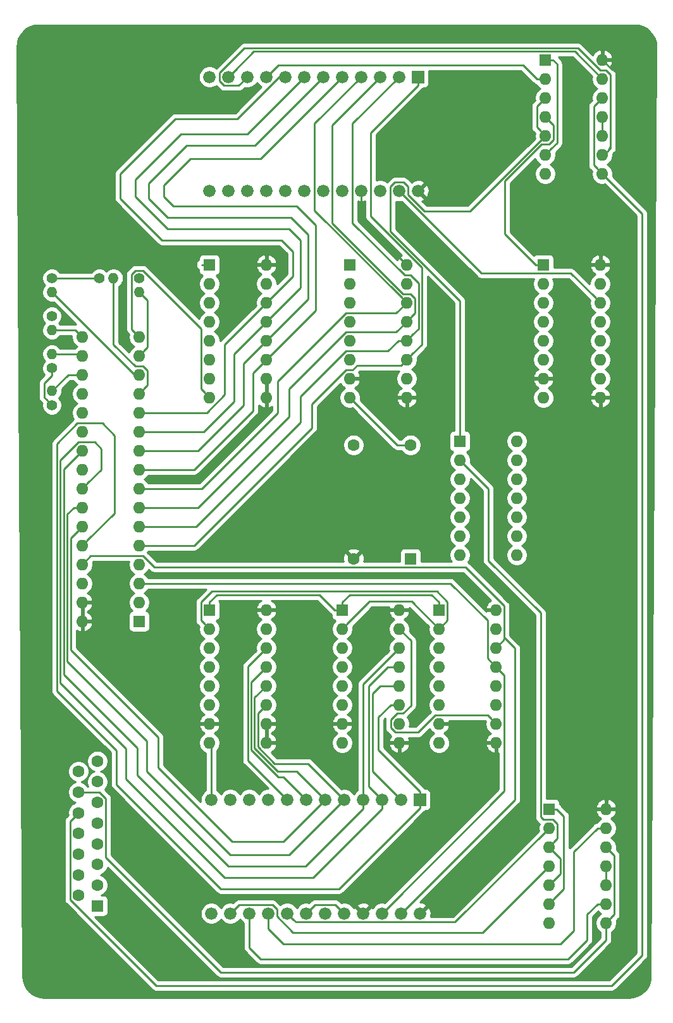
<source format=gbr>
G04 #@! TF.GenerationSoftware,KiCad,Pcbnew,5.1.5-52549c5~86~ubuntu18.04.1*
G04 #@! TF.CreationDate,2020-04-16T15:56:08+05:30*
G04 #@! TF.ProjectId,vga_controller,7667615f-636f-46e7-9472-6f6c6c65722e,rev?*
G04 #@! TF.SameCoordinates,Original*
G04 #@! TF.FileFunction,Copper,L1,Top*
G04 #@! TF.FilePolarity,Positive*
%FSLAX46Y46*%
G04 Gerber Fmt 4.6, Leading zero omitted, Abs format (unit mm)*
G04 Created by KiCad (PCBNEW 5.1.5-52549c5~86~ubuntu18.04.1) date 2020-04-16 15:56:08*
%MOMM*%
%LPD*%
G04 APERTURE LIST*
%ADD10C,1.676400*%
%ADD11R,1.676400X1.676400*%
%ADD12O,1.600000X1.600000*%
%ADD13R,1.600000X1.600000*%
%ADD14C,1.400000*%
%ADD15O,1.400000X1.400000*%
%ADD16C,1.600000*%
%ADD17C,0.250000*%
%ADD18C,0.254000*%
G04 APERTURE END LIST*
D10*
X100330000Y-52324000D03*
X97790000Y-52324000D03*
X95250000Y-52324000D03*
X92710000Y-52324000D03*
X90170000Y-52324000D03*
X87630000Y-52324000D03*
X85090000Y-52324000D03*
X82550000Y-52324000D03*
X80010000Y-52324000D03*
X77470000Y-52324000D03*
X74930000Y-52324000D03*
X72390000Y-52324000D03*
X72390000Y-37084000D03*
X74930000Y-37084000D03*
X77470000Y-37084000D03*
X80010000Y-37084000D03*
X82550000Y-37084000D03*
X85090000Y-37084000D03*
X87630000Y-37084000D03*
X90170000Y-37084000D03*
X92710000Y-37084000D03*
X95250000Y-37084000D03*
X97790000Y-37084000D03*
D11*
X100330000Y-37084000D03*
X100584000Y-133858000D03*
D10*
X98044000Y-133858000D03*
X95504000Y-133858000D03*
X92964000Y-133858000D03*
X90424000Y-133858000D03*
X87884000Y-133858000D03*
X85344000Y-133858000D03*
X82804000Y-133858000D03*
X80264000Y-133858000D03*
X77724000Y-133858000D03*
X75184000Y-133858000D03*
X72644000Y-133858000D03*
X72644000Y-149098000D03*
X75184000Y-149098000D03*
X77724000Y-149098000D03*
X80264000Y-149098000D03*
X82804000Y-149098000D03*
X85344000Y-149098000D03*
X87884000Y-149098000D03*
X90424000Y-149098000D03*
X92964000Y-149098000D03*
X95504000Y-149098000D03*
X98044000Y-149098000D03*
X100584000Y-149098000D03*
D12*
X97790000Y-108458000D03*
X90170000Y-126238000D03*
X97790000Y-110998000D03*
X90170000Y-123698000D03*
X97790000Y-113538000D03*
X90170000Y-121158000D03*
X97790000Y-116078000D03*
X90170000Y-118618000D03*
X97790000Y-118618000D03*
X90170000Y-116078000D03*
X97790000Y-121158000D03*
X90170000Y-113538000D03*
X97790000Y-123698000D03*
X90170000Y-110998000D03*
X97790000Y-126238000D03*
D13*
X90170000Y-108458000D03*
X62992000Y-109982000D03*
D12*
X55372000Y-71882000D03*
X62992000Y-107442000D03*
X55372000Y-74422000D03*
X62992000Y-104902000D03*
X55372000Y-76962000D03*
X62992000Y-102362000D03*
X55372000Y-79502000D03*
X62992000Y-99822000D03*
X55372000Y-82042000D03*
X62992000Y-97282000D03*
X55372000Y-84582000D03*
X62992000Y-94742000D03*
X55372000Y-87122000D03*
X62992000Y-92202000D03*
X55372000Y-89662000D03*
X62992000Y-89662000D03*
X55372000Y-92202000D03*
X62992000Y-87122000D03*
X55372000Y-94742000D03*
X62992000Y-84582000D03*
X55372000Y-97282000D03*
X62992000Y-82042000D03*
X55372000Y-99822000D03*
X62992000Y-79502000D03*
X55372000Y-102362000D03*
X62992000Y-76962000D03*
X55372000Y-104902000D03*
X62992000Y-74422000D03*
X55372000Y-107442000D03*
X62992000Y-71882000D03*
X55372000Y-109982000D03*
D14*
X51308000Y-81026000D03*
D15*
X51308000Y-79126000D03*
X51308000Y-74168000D03*
D14*
X51308000Y-76068000D03*
X51308000Y-69088000D03*
D15*
X51308000Y-70988000D03*
X62992000Y-65908000D03*
D14*
X62992000Y-64008000D03*
X51308000Y-64008000D03*
D15*
X51308000Y-65908000D03*
X59558000Y-64008000D03*
D14*
X57658000Y-64008000D03*
D13*
X117348000Y-34798000D03*
D12*
X124968000Y-50038000D03*
X117348000Y-37338000D03*
X124968000Y-47498000D03*
X117348000Y-39878000D03*
X124968000Y-44958000D03*
X117348000Y-42418000D03*
X124968000Y-42418000D03*
X117348000Y-44958000D03*
X124968000Y-39878000D03*
X117348000Y-47498000D03*
X124968000Y-37338000D03*
X117348000Y-50038000D03*
X124968000Y-34798000D03*
X125476000Y-135128000D03*
X117856000Y-150368000D03*
X125476000Y-137668000D03*
X117856000Y-147828000D03*
X125476000Y-140208000D03*
X117856000Y-145288000D03*
X125476000Y-142748000D03*
X117856000Y-142748000D03*
X125476000Y-145288000D03*
X117856000Y-140208000D03*
X125476000Y-147828000D03*
X117856000Y-137668000D03*
X125476000Y-150368000D03*
D13*
X117856000Y-135128000D03*
X72390000Y-62230000D03*
D12*
X80010000Y-80010000D03*
X72390000Y-64770000D03*
X80010000Y-77470000D03*
X72390000Y-67310000D03*
X80010000Y-74930000D03*
X72390000Y-69850000D03*
X80010000Y-72390000D03*
X72390000Y-72390000D03*
X80010000Y-69850000D03*
X72390000Y-74930000D03*
X80010000Y-67310000D03*
X72390000Y-77470000D03*
X80010000Y-64770000D03*
X72390000Y-80010000D03*
X80010000Y-62230000D03*
D13*
X72390000Y-108458000D03*
D12*
X80010000Y-126238000D03*
X72390000Y-110998000D03*
X80010000Y-123698000D03*
X72390000Y-113538000D03*
X80010000Y-121158000D03*
X72390000Y-116078000D03*
X80010000Y-118618000D03*
X72390000Y-118618000D03*
X80010000Y-116078000D03*
X72390000Y-121158000D03*
X80010000Y-113538000D03*
X72390000Y-123698000D03*
X80010000Y-110998000D03*
X72390000Y-126238000D03*
X80010000Y-108458000D03*
D13*
X91186000Y-62230000D03*
D12*
X98806000Y-80010000D03*
X91186000Y-64770000D03*
X98806000Y-77470000D03*
X91186000Y-67310000D03*
X98806000Y-74930000D03*
X91186000Y-69850000D03*
X98806000Y-72390000D03*
X91186000Y-72390000D03*
X98806000Y-69850000D03*
X91186000Y-74930000D03*
X98806000Y-67310000D03*
X91186000Y-77470000D03*
X98806000Y-64770000D03*
X91186000Y-80010000D03*
X98806000Y-62230000D03*
X124714000Y-62230000D03*
X117094000Y-80010000D03*
X124714000Y-64770000D03*
X117094000Y-77470000D03*
X124714000Y-67310000D03*
X117094000Y-74930000D03*
X124714000Y-69850000D03*
X117094000Y-72390000D03*
X124714000Y-72390000D03*
X117094000Y-69850000D03*
X124714000Y-74930000D03*
X117094000Y-67310000D03*
X124714000Y-77470000D03*
X117094000Y-64770000D03*
X124714000Y-80010000D03*
D13*
X117094000Y-62230000D03*
D12*
X110744000Y-108458000D03*
X103124000Y-126238000D03*
X110744000Y-110998000D03*
X103124000Y-123698000D03*
X110744000Y-113538000D03*
X103124000Y-121158000D03*
X110744000Y-116078000D03*
X103124000Y-118618000D03*
X110744000Y-118618000D03*
X103124000Y-116078000D03*
X110744000Y-121158000D03*
X103124000Y-113538000D03*
X110744000Y-123698000D03*
X103124000Y-110998000D03*
X110744000Y-126238000D03*
D13*
X103124000Y-108458000D03*
X105918000Y-85852000D03*
D12*
X113538000Y-101092000D03*
X105918000Y-88392000D03*
X113538000Y-98552000D03*
X105918000Y-90932000D03*
X113538000Y-96012000D03*
X105918000Y-93472000D03*
X113538000Y-93472000D03*
X105918000Y-96012000D03*
X113538000Y-90932000D03*
X105918000Y-98552000D03*
X113538000Y-88392000D03*
X105918000Y-101092000D03*
X113538000Y-85852000D03*
D13*
X99314000Y-101600000D03*
D16*
X91694000Y-101600000D03*
X91694000Y-86360000D03*
X99314000Y-86360000D03*
D13*
X57404000Y-148082000D03*
D16*
X57404000Y-145312000D03*
X57404000Y-142542000D03*
X57404000Y-139772000D03*
X57404000Y-137002000D03*
X57404000Y-134232000D03*
X57404000Y-131462000D03*
X57404000Y-128692000D03*
X54864000Y-146697000D03*
X54864000Y-143927000D03*
X54864000Y-141157000D03*
X54864000Y-138387000D03*
X54864000Y-135617000D03*
X54864000Y-132847000D03*
X54864000Y-130077000D03*
D17*
X50608001Y-80326001D02*
X51308000Y-81026000D01*
X50282999Y-80000999D02*
X50608001Y-80326001D01*
X51308000Y-77057949D02*
X50282999Y-78082950D01*
X50282999Y-78082950D02*
X50282999Y-80000999D01*
X51308000Y-76068000D02*
X51308000Y-77057949D01*
X57658000Y-64008000D02*
X51308000Y-64008000D01*
X72644000Y-126492000D02*
X72390000Y-126238000D01*
X72644000Y-133858000D02*
X72644000Y-126492000D01*
X97536000Y-86360000D02*
X99314000Y-86360000D01*
X91186000Y-80010000D02*
X97536000Y-86360000D01*
X71590001Y-79210001D02*
X72390000Y-80010000D01*
X71264999Y-78884999D02*
X71590001Y-79210001D01*
X71264999Y-70763997D02*
X71264999Y-78884999D01*
X63484001Y-62982999D02*
X71264999Y-70763997D01*
X62499999Y-62982999D02*
X63484001Y-62982999D01*
X61966999Y-63515999D02*
X62499999Y-62982999D01*
X61966999Y-70856999D02*
X61966999Y-63515999D01*
X62992000Y-71882000D02*
X61966999Y-70856999D01*
X86182199Y-148259801D02*
X85344000Y-149098000D01*
X86507201Y-147934799D02*
X86182199Y-148259801D01*
X89260799Y-147934799D02*
X86507201Y-147934799D01*
X90424000Y-149098000D02*
X89260799Y-147934799D01*
X124168001Y-49238001D02*
X124968000Y-50038000D01*
X123842999Y-48912999D02*
X124168001Y-49238001D01*
X123842999Y-41003001D02*
X123842999Y-48912999D01*
X124968000Y-39878000D02*
X123842999Y-41003001D01*
X124968000Y-50038000D02*
X130302000Y-55372000D01*
X130302000Y-55372000D02*
X130302000Y-154686000D01*
X130302000Y-154686000D02*
X126238000Y-158750000D01*
X54064001Y-136416999D02*
X54864000Y-135617000D01*
X53738999Y-136742001D02*
X54064001Y-136416999D01*
X65251998Y-158750000D02*
X53738999Y-147237001D01*
X53738999Y-147237001D02*
X53738999Y-136742001D01*
X126238000Y-158750000D02*
X65251998Y-158750000D01*
X126601001Y-149242999D02*
X126275999Y-149568001D01*
X126275999Y-149568001D02*
X125476000Y-150368000D01*
X126601001Y-141333001D02*
X126601001Y-149242999D01*
X125476000Y-140208000D02*
X126601001Y-141333001D01*
X125476000Y-150368000D02*
X125476000Y-152654000D01*
X125476000Y-152654000D02*
X121158000Y-156972000D01*
X55995370Y-132847000D02*
X54864000Y-132847000D01*
X57684002Y-132847000D02*
X55995370Y-132847000D01*
X58529001Y-133691999D02*
X57684002Y-132847000D01*
X58529001Y-141587001D02*
X58529001Y-133691999D01*
X73914000Y-156972000D02*
X58529001Y-141587001D01*
X121158000Y-156972000D02*
X73914000Y-156972000D01*
X53472000Y-76962000D02*
X51308000Y-79126000D01*
X55372000Y-76962000D02*
X53472000Y-76962000D01*
X55118000Y-74168000D02*
X55372000Y-74422000D01*
X51308000Y-74168000D02*
X55118000Y-74168000D01*
X54478000Y-70988000D02*
X55372000Y-71882000D01*
X51308000Y-70988000D02*
X54478000Y-70988000D01*
X63791999Y-73622001D02*
X62992000Y-74422000D01*
X64117001Y-73296999D02*
X63791999Y-73622001D01*
X64117001Y-67033001D02*
X64117001Y-73296999D01*
X62992000Y-65908000D02*
X64117001Y-67033001D01*
X62362000Y-76962000D02*
X51308000Y-65908000D01*
X62992000Y-76962000D02*
X62362000Y-76962000D01*
X64117001Y-78376999D02*
X63791999Y-78702001D01*
X64117001Y-76421999D02*
X64117001Y-78376999D01*
X63532001Y-75836999D02*
X64117001Y-76421999D01*
X62451999Y-75836999D02*
X63532001Y-75836999D01*
X59558000Y-72943000D02*
X62451999Y-75836999D01*
X63791999Y-78702001D02*
X62992000Y-79502000D01*
X59558000Y-64008000D02*
X59558000Y-72943000D01*
X55372000Y-108573370D02*
X55372000Y-109982000D01*
X55372000Y-107442000D02*
X55372000Y-108573370D01*
X92710000Y-56134000D02*
X98806000Y-62230000D01*
X92710000Y-52324000D02*
X92710000Y-56134000D01*
X124968000Y-34798000D02*
X126279401Y-36109401D01*
X123914001Y-66510001D02*
X124714000Y-67310000D01*
X120759001Y-63355001D02*
X123914001Y-66510001D01*
X108821001Y-63355001D02*
X120759001Y-63355001D01*
X97790000Y-52324000D02*
X108821001Y-63355001D01*
X71590001Y-110198001D02*
X72390000Y-110998000D01*
X71264999Y-109872999D02*
X71590001Y-110198001D01*
X71264999Y-107397999D02*
X71264999Y-109872999D01*
X72687007Y-105975991D02*
X71264999Y-107397999D01*
X102826993Y-105975991D02*
X72687007Y-105975991D01*
X104249001Y-107397999D02*
X102826993Y-105975991D01*
X104249001Y-109872999D02*
X104249001Y-107397999D01*
X103124000Y-110998000D02*
X104249001Y-109872999D01*
X90969999Y-110198001D02*
X90170000Y-110998000D01*
X93835001Y-107332999D02*
X90969999Y-110198001D01*
X99458999Y-107332999D02*
X93835001Y-107332999D01*
X103124000Y-110998000D02*
X99458999Y-107332999D01*
X118473001Y-43543001D02*
X118473001Y-45498001D01*
X117348000Y-42418000D02*
X118473001Y-43543001D01*
X71340000Y-62230000D02*
X72390000Y-62230000D01*
X117888001Y-46083001D02*
X118473001Y-45498001D01*
X116859409Y-46083001D02*
X117888001Y-46083001D01*
X111951205Y-50991205D02*
X116859409Y-46083001D01*
X111951205Y-58137205D02*
X111951205Y-50991205D01*
X116044000Y-62230000D02*
X111951205Y-58137205D01*
X117094000Y-62230000D02*
X116044000Y-62230000D01*
X75768199Y-36245801D02*
X74930000Y-37084000D01*
X78341001Y-33672999D02*
X75768199Y-36245801D01*
X121302999Y-33672999D02*
X78341001Y-33672999D01*
X124968000Y-37338000D02*
X121302999Y-33672999D01*
X126093001Y-46626999D02*
X125730000Y-46990000D01*
X126093001Y-36797999D02*
X126093001Y-46626999D01*
X125508001Y-36212999D02*
X126093001Y-36797999D01*
X124717997Y-36212999D02*
X125508001Y-36212999D01*
X121727987Y-33222989D02*
X124717997Y-36212999D01*
X77069473Y-33222989D02*
X121727987Y-33222989D01*
X73766799Y-37642337D02*
X73766799Y-36525663D01*
X76306799Y-38247201D02*
X74371663Y-38247201D01*
X73766799Y-36525663D02*
X77069473Y-33222989D01*
X74371663Y-38247201D02*
X73766799Y-37642337D01*
X77470000Y-37084000D02*
X76306799Y-38247201D01*
X125730000Y-46990000D02*
X126093001Y-46372999D01*
X124968000Y-47498000D02*
X125730000Y-46990000D01*
X80848199Y-36245801D02*
X80010000Y-37084000D01*
X81623211Y-35470789D02*
X80848199Y-36245801D01*
X114349419Y-35470789D02*
X81623211Y-35470789D01*
X116216630Y-37338000D02*
X114349419Y-35470789D01*
X117348000Y-37338000D02*
X116216630Y-37338000D01*
X74422000Y-79643002D02*
X72023002Y-82042000D01*
X72023002Y-82042000D02*
X64123370Y-82042000D01*
X74422000Y-72898000D02*
X74422000Y-79643002D01*
X64123370Y-82042000D02*
X62992000Y-82042000D01*
X80010000Y-67310000D02*
X74422000Y-72898000D01*
X80010000Y-67310000D02*
X83566000Y-63754000D01*
X81731538Y-37084000D02*
X76143538Y-42672000D01*
X82550000Y-37084000D02*
X81731538Y-37084000D01*
X76143538Y-42672000D02*
X67818000Y-42672000D01*
X67818000Y-42672000D02*
X60452000Y-50038000D01*
X60452000Y-50038000D02*
X60452000Y-53340000D01*
X60452000Y-53340000D02*
X66040000Y-58928000D01*
X66040000Y-58928000D02*
X82042000Y-58928000D01*
X83566000Y-60452000D02*
X83566000Y-63754000D01*
X82042000Y-58928000D02*
X83566000Y-60452000D01*
X80010000Y-69850000D02*
X75692000Y-74168000D01*
X75692000Y-74168000D02*
X75692000Y-80518000D01*
X71628000Y-84582000D02*
X62992000Y-84582000D01*
X75692000Y-80518000D02*
X71628000Y-84582000D01*
X80010000Y-69850000D02*
X84582000Y-65278000D01*
X85090000Y-37084000D02*
X77470000Y-44704000D01*
X77470000Y-44704000D02*
X68580000Y-44704000D01*
X68580000Y-44704000D02*
X62484000Y-50800000D01*
X62484000Y-50800000D02*
X62484000Y-53086000D01*
X62484000Y-53086000D02*
X66802000Y-57404000D01*
X66802000Y-57404000D02*
X83058000Y-57404000D01*
X83058000Y-57404000D02*
X84582000Y-58928000D01*
X84582000Y-58928000D02*
X84582000Y-65278000D01*
X80010000Y-72390000D02*
X76962000Y-75438000D01*
X76962000Y-75438000D02*
X76962000Y-81026000D01*
X70866000Y-87122000D02*
X62992000Y-87122000D01*
X76962000Y-81026000D02*
X70866000Y-87122000D01*
X80010000Y-72390000D02*
X85598000Y-66802000D01*
X87630000Y-37084000D02*
X78486000Y-46228000D01*
X78486000Y-46228000D02*
X69342000Y-46228000D01*
X69342000Y-46228000D02*
X64262000Y-51308000D01*
X64262000Y-51308000D02*
X64262000Y-53340000D01*
X64262000Y-53340000D02*
X66802000Y-55880000D01*
X66802000Y-55880000D02*
X83312000Y-55880000D01*
X85598000Y-58166000D02*
X85598000Y-66802000D01*
X83312000Y-55880000D02*
X85598000Y-58166000D01*
X80010000Y-74930000D02*
X78232000Y-76708000D01*
X78232000Y-76708000D02*
X78232000Y-81788000D01*
X70358000Y-89662000D02*
X62992000Y-89662000D01*
X78232000Y-81788000D02*
X70358000Y-89662000D01*
X79248000Y-48006000D02*
X90170000Y-37084000D01*
X80010000Y-74930000D02*
X86614000Y-68326000D01*
X86614000Y-68326000D02*
X86614000Y-56896000D01*
X86614000Y-56896000D02*
X84074000Y-54356000D01*
X79248000Y-48006000D02*
X69850000Y-48006000D01*
X69850000Y-48006000D02*
X66294000Y-51562000D01*
X66294000Y-51562000D02*
X66294000Y-53086000D01*
X67564000Y-54356000D02*
X84074000Y-54356000D01*
X66294000Y-53086000D02*
X67564000Y-54356000D01*
X71374000Y-92202000D02*
X62992000Y-92202000D01*
X81534000Y-82042000D02*
X71374000Y-92202000D01*
X81534000Y-77836998D02*
X81534000Y-82042000D01*
X90645999Y-68724999D02*
X81534000Y-77836998D01*
X98806000Y-67310000D02*
X97391001Y-68724999D01*
X97391001Y-68724999D02*
X90645999Y-68724999D01*
X98006001Y-66510001D02*
X98806000Y-67310000D01*
X86466799Y-54970799D02*
X98006001Y-66510001D01*
X86466799Y-43327201D02*
X86466799Y-54970799D01*
X92710000Y-37084000D02*
X86466799Y-43327201D01*
X99605999Y-69050001D02*
X98806000Y-69850000D01*
X99931001Y-68724999D02*
X99605999Y-69050001D01*
X99931001Y-66769999D02*
X99931001Y-68724999D01*
X99346001Y-66184999D02*
X99931001Y-66769999D01*
X98317409Y-66184999D02*
X99346001Y-66184999D01*
X88793201Y-56660791D02*
X98317409Y-66184999D01*
X88793201Y-43540799D02*
X88793201Y-56660791D01*
X95250000Y-37084000D02*
X88793201Y-43540799D01*
X90645999Y-71264999D02*
X83058000Y-78852998D01*
X98806000Y-69850000D02*
X97391001Y-71264999D01*
X97391001Y-71264999D02*
X90645999Y-71264999D01*
X83058000Y-78852998D02*
X83058000Y-82550000D01*
X70866000Y-94742000D02*
X62992000Y-94742000D01*
X83058000Y-82550000D02*
X70866000Y-94742000D01*
X99605999Y-71590001D02*
X98806000Y-72390000D01*
X100381011Y-70814989D02*
X99605999Y-71590001D01*
X100381011Y-64680009D02*
X100381011Y-70814989D01*
X99346001Y-63644999D02*
X100381011Y-64680009D01*
X98555997Y-63644999D02*
X99346001Y-63644999D01*
X91546799Y-56635801D02*
X98555997Y-63644999D01*
X91546799Y-43327201D02*
X91546799Y-56635801D01*
X97790000Y-37084000D02*
X91546799Y-43327201D01*
X90645999Y-73804999D02*
X84582000Y-79868998D01*
X96259631Y-73804999D02*
X90645999Y-73804999D01*
X98806000Y-72390000D02*
X97674630Y-72390000D01*
X97674630Y-72390000D02*
X96259631Y-73804999D01*
X84582000Y-79868998D02*
X84582000Y-83312000D01*
X70612000Y-97282000D02*
X62992000Y-97282000D01*
X84582000Y-83312000D02*
X70612000Y-97282000D01*
X100330000Y-38172200D02*
X93980000Y-44522200D01*
X100330000Y-37084000D02*
X100330000Y-38172200D01*
X99605999Y-74130001D02*
X98806000Y-74930000D01*
X100831021Y-72904979D02*
X99605999Y-74130001D01*
X100831021Y-62590019D02*
X100831021Y-72904979D01*
X93980000Y-55738998D02*
X100831021Y-62590019D01*
X93980000Y-44522200D02*
X93980000Y-55738998D01*
X90645999Y-76344999D02*
X86106000Y-80884998D01*
X91549001Y-76344999D02*
X90645999Y-76344999D01*
X92164001Y-75729999D02*
X91549001Y-76344999D01*
X98806000Y-74930000D02*
X98006001Y-75729999D01*
X98006001Y-75729999D02*
X92164001Y-75729999D01*
X86106000Y-80884998D02*
X86106000Y-84074000D01*
X70358000Y-99822000D02*
X62992000Y-99822000D01*
X86106000Y-84074000D02*
X70358000Y-99822000D01*
X96658630Y-121158000D02*
X94996000Y-122820630D01*
X97790000Y-121158000D02*
X96658630Y-121158000D01*
X100584000Y-132769800D02*
X100584000Y-133858000D01*
X94996000Y-127181800D02*
X100584000Y-132769800D01*
X94996000Y-122820630D02*
X94996000Y-127181800D01*
X59690000Y-95504000D02*
X56171999Y-99022001D01*
X59690000Y-85090000D02*
X59690000Y-95504000D01*
X56171999Y-99022001D02*
X55372000Y-99822000D01*
X58056999Y-83456999D02*
X59690000Y-85090000D01*
X54719001Y-83456999D02*
X58056999Y-83456999D01*
X100584000Y-134946200D02*
X89734200Y-145796000D01*
X89734200Y-145796000D02*
X73914000Y-145796000D01*
X100584000Y-133858000D02*
X100584000Y-134946200D01*
X73914000Y-145796000D02*
X59944000Y-131826000D01*
X51996949Y-86179051D02*
X54719001Y-83456999D01*
X59944000Y-127254000D02*
X51996949Y-119306949D01*
X51996949Y-119306949D02*
X51996949Y-86179051D01*
X59944000Y-131826000D02*
X59944000Y-127254000D01*
X97790000Y-118618000D02*
X95250000Y-118618000D01*
X95250000Y-118618000D02*
X94234000Y-119634000D01*
X94234000Y-130048000D02*
X98044000Y-133858000D01*
X94234000Y-119634000D02*
X94234000Y-130048000D01*
X97790000Y-116078000D02*
X96266000Y-116078000D01*
X96266000Y-116078000D02*
X93726000Y-118618000D01*
X93726000Y-132080000D02*
X95504000Y-133858000D01*
X93726000Y-118618000D02*
X93726000Y-132080000D01*
X56171999Y-91402001D02*
X55372000Y-92202000D01*
X57040999Y-85996999D02*
X57912000Y-86868000D01*
X52446959Y-88382039D02*
X54831999Y-85996999D01*
X54831999Y-85996999D02*
X57040999Y-85996999D01*
X52446959Y-118232959D02*
X52446959Y-88382039D01*
X95504000Y-135043393D02*
X86275393Y-144272000D01*
X57912000Y-89662000D02*
X56171999Y-91402001D01*
X86275393Y-144272000D02*
X74422000Y-144272000D01*
X95504000Y-133858000D02*
X95504000Y-135043393D01*
X61214000Y-131064000D02*
X61214000Y-127000000D01*
X57912000Y-86868000D02*
X57912000Y-89662000D01*
X74422000Y-144272000D02*
X61214000Y-131064000D01*
X61214000Y-127000000D02*
X52446959Y-118232959D01*
X92964000Y-118364000D02*
X92964000Y-133858000D01*
X97790000Y-113538000D02*
X92964000Y-118364000D01*
X54572001Y-87921999D02*
X55372000Y-87122000D01*
X52896969Y-89597031D02*
X54572001Y-87921999D01*
X52896969Y-117105327D02*
X52896969Y-89597031D01*
X92964000Y-135043393D02*
X85259393Y-142748000D01*
X92964000Y-133858000D02*
X92964000Y-135043393D01*
X85259393Y-142748000D02*
X74930000Y-142748000D01*
X74930000Y-142748000D02*
X62738000Y-130556000D01*
X62738000Y-126946358D02*
X52896969Y-117105327D01*
X62738000Y-130556000D02*
X62738000Y-126946358D01*
X54240630Y-94742000D02*
X53346979Y-95635651D01*
X55372000Y-94742000D02*
X54240630Y-94742000D01*
X53346979Y-95635651D02*
X53346979Y-115322979D01*
X53346979Y-115322979D02*
X64008000Y-125984000D01*
X64008000Y-125984000D02*
X64008000Y-130048000D01*
X64008000Y-130048000D02*
X75184000Y-141224000D01*
X83058000Y-141224000D02*
X90424000Y-133858000D01*
X75184000Y-141224000D02*
X83058000Y-141224000D01*
X78884999Y-122283001D02*
X78884999Y-126778001D01*
X85598000Y-129032000D02*
X90424000Y-133858000D01*
X81138998Y-129032000D02*
X85598000Y-129032000D01*
X80010000Y-121158000D02*
X78884999Y-122283001D01*
X78884999Y-126778001D02*
X81138998Y-129032000D01*
X55372000Y-97282000D02*
X53848000Y-98806000D01*
X53848000Y-98806000D02*
X53848000Y-113792000D01*
X53848000Y-113792000D02*
X65532000Y-125476000D01*
X65532000Y-125476000D02*
X65532000Y-129540000D01*
X65532000Y-129540000D02*
X75438000Y-139446000D01*
X82296000Y-139446000D02*
X87884000Y-133858000D01*
X75438000Y-139446000D02*
X82296000Y-139446000D01*
X80010000Y-118618000D02*
X78434990Y-120193010D01*
X78434990Y-120193010D02*
X78434990Y-126964402D01*
X84074000Y-130048000D02*
X87884000Y-133858000D01*
X81518588Y-130048000D02*
X84074000Y-130048000D01*
X78434990Y-126964402D02*
X81518588Y-130048000D01*
X77984981Y-118103019D02*
X77984981Y-127150803D01*
X82296000Y-130810000D02*
X85344000Y-133858000D01*
X77984981Y-127150803D02*
X81644178Y-130810000D01*
X81644178Y-130810000D02*
X82296000Y-130810000D01*
X80010000Y-116078000D02*
X77984981Y-118103019D01*
X77534972Y-128588972D02*
X81965801Y-133019801D01*
X80010000Y-113538000D02*
X77534972Y-116013028D01*
X77534972Y-116013028D02*
X77534972Y-128588972D01*
X81965801Y-133019801D02*
X82804000Y-133858000D01*
X117856000Y-142748000D02*
X108966000Y-151638000D01*
X76022199Y-148259801D02*
X75184000Y-149098000D01*
X76347201Y-147934799D02*
X76022199Y-148259801D01*
X81427201Y-148539663D02*
X80822337Y-147934799D01*
X80822337Y-147934799D02*
X76347201Y-147934799D01*
X81427201Y-149499201D02*
X81427201Y-148539663D01*
X83566000Y-151638000D02*
X81427201Y-149499201D01*
X108966000Y-151638000D02*
X83566000Y-151638000D01*
X124344630Y-147828000D02*
X125476000Y-147828000D01*
X77724000Y-153670000D02*
X79248000Y-155194000D01*
X77724000Y-149098000D02*
X77724000Y-153670000D01*
X120396000Y-155194000D02*
X122936000Y-152654000D01*
X122936000Y-149236630D02*
X124344630Y-147828000D01*
X79248000Y-155194000D02*
X120396000Y-155194000D01*
X122936000Y-152654000D02*
X122936000Y-149236630D01*
X124344630Y-137668000D02*
X125476000Y-137668000D01*
X80264000Y-151130000D02*
X82296000Y-153162000D01*
X80264000Y-149098000D02*
X80264000Y-151130000D01*
X82296000Y-153162000D02*
X119380000Y-153162000D01*
X119380000Y-153162000D02*
X121158000Y-151384000D01*
X121158000Y-140854630D02*
X124344630Y-137668000D01*
X121158000Y-151384000D02*
X121158000Y-140854630D01*
X89120000Y-108458000D02*
X87088000Y-106426000D01*
X90170000Y-108458000D02*
X89120000Y-108458000D01*
X72390000Y-107408000D02*
X72390000Y-108458000D01*
X73372000Y-106426000D02*
X72390000Y-107408000D01*
X87088000Y-106426000D02*
X73372000Y-106426000D01*
X103124000Y-107408000D02*
X102142000Y-106426000D01*
X103124000Y-108458000D02*
X103124000Y-107408000D01*
X91152000Y-106426000D02*
X90170000Y-107408000D01*
X90170000Y-107408000D02*
X90170000Y-108458000D01*
X102142000Y-106426000D02*
X91152000Y-106426000D01*
X83642199Y-149936199D02*
X82804000Y-149098000D01*
X83967201Y-150261201D02*
X83642199Y-149936199D01*
X105262799Y-150261201D02*
X83967201Y-150261201D01*
X117856000Y-137668000D02*
X105262799Y-150261201D01*
X111869001Y-132732999D02*
X96342199Y-148259801D01*
X96342199Y-148259801D02*
X95504000Y-149098000D01*
X111869001Y-117203001D02*
X111869001Y-132732999D01*
X110744000Y-116078000D02*
X111869001Y-117203001D01*
X109618999Y-114952999D02*
X110744000Y-116078000D01*
X109618999Y-109872999D02*
X109618999Y-114952999D01*
X62992000Y-104902000D02*
X104648000Y-104902000D01*
X104648000Y-104902000D02*
X109618999Y-109872999D01*
X56497001Y-101236999D02*
X55372000Y-102362000D01*
X110744000Y-113538000D02*
X111869001Y-112412999D01*
X65020003Y-102725001D02*
X63532001Y-101236999D01*
X111869001Y-107917999D02*
X106676003Y-102725001D01*
X106676003Y-102725001D02*
X65020003Y-102725001D01*
X63532001Y-101236999D02*
X56497001Y-101236999D01*
X111869001Y-112158999D02*
X111869001Y-107917999D01*
X111869001Y-112158999D02*
X113284000Y-113573998D01*
X111869001Y-112412999D02*
X111869001Y-112158999D01*
X113284000Y-133858000D02*
X98044000Y-149098000D01*
X113284000Y-113573998D02*
X113284000Y-133858000D01*
X118923011Y-45922989D02*
X118147999Y-46698001D01*
X118923011Y-35323011D02*
X118923011Y-45922989D01*
X118147999Y-46698001D02*
X117348000Y-47498000D01*
X118398000Y-34798000D02*
X118923011Y-35323011D01*
X117348000Y-34798000D02*
X118398000Y-34798000D01*
X116548001Y-44158001D02*
X117348000Y-44958000D01*
X116222999Y-43832999D02*
X116548001Y-44158001D01*
X116222999Y-41003001D02*
X116222999Y-43832999D01*
X117348000Y-39878000D02*
X116222999Y-41003001D01*
X105918000Y-84802000D02*
X105918000Y-85852000D01*
X105918000Y-67040588D02*
X105918000Y-84802000D01*
X96626799Y-57749387D02*
X105918000Y-67040588D01*
X96626799Y-51765663D02*
X96626799Y-57749387D01*
X98953201Y-51765663D02*
X98348337Y-51160799D01*
X97231663Y-51160799D02*
X96626799Y-51765663D01*
X98348337Y-51160799D02*
X97231663Y-51160799D01*
X101156205Y-55053795D02*
X98953201Y-52850791D01*
X107252205Y-55053795D02*
X101156205Y-55053795D01*
X98953201Y-52850791D02*
X98953201Y-51765663D01*
X117348000Y-44958000D02*
X107252205Y-55053795D01*
X124968000Y-43549370D02*
X124968000Y-44958000D01*
X124968000Y-42418000D02*
X124968000Y-43549370D01*
X118655999Y-147028001D02*
X117856000Y-147828000D01*
X119830010Y-145853990D02*
X118655999Y-147028001D01*
X119830010Y-136052010D02*
X119830010Y-145853990D01*
X118906000Y-135128000D02*
X119830010Y-136052010D01*
X117856000Y-135128000D02*
X118906000Y-135128000D01*
X117856000Y-140208000D02*
X119380000Y-141732000D01*
X119380000Y-143764000D02*
X117856000Y-145288000D01*
X119380000Y-141732000D02*
X119380000Y-143764000D01*
X105918000Y-88392000D02*
X109728000Y-92202000D01*
X109728000Y-92202000D02*
X109728000Y-101854000D01*
X118655999Y-139408001D02*
X117856000Y-140208000D01*
X118981001Y-139082999D02*
X118655999Y-139408001D01*
X117085997Y-136542999D02*
X118396001Y-136542999D01*
X116730999Y-136188001D02*
X117085997Y-136542999D01*
X116730999Y-108856999D02*
X116730999Y-136188001D01*
X118981001Y-137127999D02*
X118981001Y-139082999D01*
X118396001Y-136542999D02*
X118981001Y-137127999D01*
X109728000Y-101854000D02*
X116730999Y-108856999D01*
X125476000Y-143879370D02*
X125476000Y-145288000D01*
X125476000Y-142748000D02*
X125476000Y-143879370D01*
X109944001Y-122898001D02*
X110744000Y-123698000D01*
X109618999Y-122572999D02*
X109944001Y-122898001D01*
X97249999Y-124823001D02*
X100333997Y-124823001D01*
X102583999Y-122572999D02*
X109618999Y-122572999D01*
X96664999Y-124238001D02*
X97249999Y-124823001D01*
X96664999Y-123157999D02*
X96664999Y-124238001D01*
X97539997Y-122283001D02*
X96664999Y-123157999D01*
X100333997Y-124823001D02*
X102583999Y-122572999D01*
X98330001Y-122283001D02*
X97539997Y-122283001D01*
X99365011Y-121247991D02*
X98330001Y-122283001D01*
X99365011Y-112573011D02*
X99365011Y-121247991D01*
X97790000Y-110998000D02*
X99365011Y-112573011D01*
D18*
G36*
X129847886Y-30182258D02*
G01*
X130388376Y-30345442D01*
X130886867Y-30610494D01*
X131324388Y-30967326D01*
X131684271Y-31402350D01*
X131952799Y-31898983D01*
X132119749Y-32438315D01*
X132181926Y-33029894D01*
X131420198Y-157445706D01*
X131361742Y-158041886D01*
X131198559Y-158582374D01*
X130933506Y-159080867D01*
X130576669Y-159518393D01*
X130141653Y-159878269D01*
X129645019Y-160146798D01*
X129105690Y-160313749D01*
X128513404Y-160376000D01*
X50324278Y-160376000D01*
X49730114Y-160317742D01*
X49189626Y-160154559D01*
X48691133Y-159889506D01*
X48253607Y-159532669D01*
X47893731Y-159097653D01*
X47625202Y-158601019D01*
X47458251Y-158061690D01*
X47395944Y-157468872D01*
X46909909Y-78082950D01*
X49519323Y-78082950D01*
X49522999Y-78120273D01*
X49523000Y-79963667D01*
X49519323Y-80000999D01*
X49523000Y-80038332D01*
X49533997Y-80149985D01*
X49541581Y-80174987D01*
X49577453Y-80293245D01*
X49648025Y-80425275D01*
X49703678Y-80493087D01*
X49742999Y-80541000D01*
X49771997Y-80564798D01*
X49994355Y-80787156D01*
X49973000Y-80894514D01*
X49973000Y-81157486D01*
X50024304Y-81415405D01*
X50124939Y-81658359D01*
X50271038Y-81877013D01*
X50456987Y-82062962D01*
X50675641Y-82209061D01*
X50918595Y-82309696D01*
X51176514Y-82361000D01*
X51439486Y-82361000D01*
X51697405Y-82309696D01*
X51940359Y-82209061D01*
X52159013Y-82062962D01*
X52344962Y-81877013D01*
X52491061Y-81658359D01*
X52591696Y-81415405D01*
X52643000Y-81157486D01*
X52643000Y-80894514D01*
X52591696Y-80636595D01*
X52491061Y-80393641D01*
X52344962Y-80174987D01*
X52245975Y-80076000D01*
X52344962Y-79977013D01*
X52491061Y-79758359D01*
X52591696Y-79515405D01*
X52643000Y-79257486D01*
X52643000Y-78994514D01*
X52621645Y-78887156D01*
X53786802Y-77722000D01*
X54153957Y-77722000D01*
X54257363Y-77876759D01*
X54457241Y-78076637D01*
X54689759Y-78232000D01*
X54457241Y-78387363D01*
X54257363Y-78587241D01*
X54100320Y-78822273D01*
X53992147Y-79083426D01*
X53937000Y-79360665D01*
X53937000Y-79643335D01*
X53992147Y-79920574D01*
X54100320Y-80181727D01*
X54257363Y-80416759D01*
X54457241Y-80616637D01*
X54689759Y-80772000D01*
X54457241Y-80927363D01*
X54257363Y-81127241D01*
X54100320Y-81362273D01*
X53992147Y-81623426D01*
X53937000Y-81900665D01*
X53937000Y-82183335D01*
X53992147Y-82460574D01*
X54100320Y-82721727D01*
X54212452Y-82889545D01*
X54179000Y-82916998D01*
X54155202Y-82945996D01*
X51485947Y-85615252D01*
X51456949Y-85639050D01*
X51433151Y-85668048D01*
X51433150Y-85668049D01*
X51361975Y-85754775D01*
X51291403Y-85886805D01*
X51261129Y-85986609D01*
X51254834Y-86007363D01*
X51247947Y-86030066D01*
X51233273Y-86179051D01*
X51236950Y-86216384D01*
X51236949Y-119269627D01*
X51233273Y-119306949D01*
X51236949Y-119344271D01*
X51236949Y-119344281D01*
X51247946Y-119455934D01*
X51278918Y-119558036D01*
X51291403Y-119599195D01*
X51361975Y-119731225D01*
X51392758Y-119768734D01*
X51456948Y-119846950D01*
X51485952Y-119870753D01*
X59184001Y-127568803D01*
X59184000Y-131788677D01*
X59180324Y-131826000D01*
X59184000Y-131863322D01*
X59184000Y-131863332D01*
X59194997Y-131974985D01*
X59227861Y-132083324D01*
X59238454Y-132118246D01*
X59309026Y-132250276D01*
X59325869Y-132270799D01*
X59403999Y-132366001D01*
X59433003Y-132389804D01*
X73350205Y-146307008D01*
X73373999Y-146336001D01*
X73402992Y-146359795D01*
X73402996Y-146359799D01*
X73444660Y-146393991D01*
X73489724Y-146430974D01*
X73621753Y-146501546D01*
X73765014Y-146545003D01*
X73876667Y-146556000D01*
X73876676Y-146556000D01*
X73913999Y-146559676D01*
X73951322Y-146556000D01*
X89696878Y-146556000D01*
X89734200Y-146559676D01*
X89771522Y-146556000D01*
X89771533Y-146556000D01*
X89883186Y-146545003D01*
X90026447Y-146501546D01*
X90158476Y-146430974D01*
X90274201Y-146336001D01*
X90298004Y-146306997D01*
X101095003Y-135509999D01*
X101124001Y-135486201D01*
X101218974Y-135370476D01*
X101238326Y-135334272D01*
X101422200Y-135334272D01*
X101546682Y-135322012D01*
X101666380Y-135285702D01*
X101776694Y-135226737D01*
X101873385Y-135147385D01*
X101952737Y-135050694D01*
X102011702Y-134940380D01*
X102048012Y-134820682D01*
X102060272Y-134696200D01*
X102060272Y-133019800D01*
X102048012Y-132895318D01*
X102011702Y-132775620D01*
X101952737Y-132665306D01*
X101873385Y-132568615D01*
X101776694Y-132489263D01*
X101666380Y-132430298D01*
X101546682Y-132393988D01*
X101422200Y-132381728D01*
X101238326Y-132381728D01*
X101218974Y-132345524D01*
X101188772Y-132308723D01*
X101147799Y-132258796D01*
X101147795Y-132258792D01*
X101124001Y-132229799D01*
X101095009Y-132206006D01*
X95756000Y-126866999D01*
X95756000Y-126587039D01*
X96398096Y-126587039D01*
X96438754Y-126721087D01*
X96558963Y-126975420D01*
X96726481Y-127201414D01*
X96934869Y-127390385D01*
X97176119Y-127535070D01*
X97440960Y-127629909D01*
X97663000Y-127508624D01*
X97663000Y-126365000D01*
X97917000Y-126365000D01*
X97917000Y-127508624D01*
X98139040Y-127629909D01*
X98403881Y-127535070D01*
X98645131Y-127390385D01*
X98853519Y-127201414D01*
X99021037Y-126975420D01*
X99141246Y-126721087D01*
X99181904Y-126587039D01*
X99059915Y-126365000D01*
X97917000Y-126365000D01*
X97663000Y-126365000D01*
X96520085Y-126365000D01*
X96398096Y-126587039D01*
X95756000Y-126587039D01*
X95756000Y-123135431D01*
X95930617Y-122960814D01*
X95915996Y-123009014D01*
X95904999Y-123120667D01*
X95904999Y-123120677D01*
X95901323Y-123157999D01*
X95904999Y-123195322D01*
X95905000Y-124200669D01*
X95901323Y-124238001D01*
X95905000Y-124275334D01*
X95915997Y-124386987D01*
X95919558Y-124398725D01*
X95959453Y-124530247D01*
X96030025Y-124662277D01*
X96083140Y-124726997D01*
X96124999Y-124778002D01*
X96153997Y-124801800D01*
X96684039Y-125331843D01*
X96558963Y-125500580D01*
X96438754Y-125754913D01*
X96398096Y-125888961D01*
X96520085Y-126111000D01*
X97663000Y-126111000D01*
X97663000Y-126091000D01*
X97917000Y-126091000D01*
X97917000Y-126111000D01*
X99059915Y-126111000D01*
X99181904Y-125888961D01*
X99141246Y-125754913D01*
X99059993Y-125583001D01*
X100296675Y-125583001D01*
X100333997Y-125586677D01*
X100371319Y-125583001D01*
X100371330Y-125583001D01*
X100482983Y-125572004D01*
X100626244Y-125528547D01*
X100758273Y-125457975D01*
X100873998Y-125363002D01*
X100897801Y-125333998D01*
X101861965Y-124369835D01*
X101892963Y-124435420D01*
X102060481Y-124661414D01*
X102268869Y-124850385D01*
X102454865Y-124961933D01*
X102444273Y-124966320D01*
X102209241Y-125123363D01*
X102009363Y-125323241D01*
X101852320Y-125558273D01*
X101744147Y-125819426D01*
X101689000Y-126096665D01*
X101689000Y-126379335D01*
X101744147Y-126656574D01*
X101852320Y-126917727D01*
X102009363Y-127152759D01*
X102209241Y-127352637D01*
X102444273Y-127509680D01*
X102705426Y-127617853D01*
X102982665Y-127673000D01*
X103265335Y-127673000D01*
X103542574Y-127617853D01*
X103803727Y-127509680D01*
X104038759Y-127352637D01*
X104238637Y-127152759D01*
X104395680Y-126917727D01*
X104503853Y-126656574D01*
X104517684Y-126587039D01*
X109352096Y-126587039D01*
X109392754Y-126721087D01*
X109512963Y-126975420D01*
X109680481Y-127201414D01*
X109888869Y-127390385D01*
X110130119Y-127535070D01*
X110394960Y-127629909D01*
X110617000Y-127508624D01*
X110617000Y-126365000D01*
X109474085Y-126365000D01*
X109352096Y-126587039D01*
X104517684Y-126587039D01*
X104559000Y-126379335D01*
X104559000Y-126096665D01*
X104503853Y-125819426D01*
X104395680Y-125558273D01*
X104238637Y-125323241D01*
X104038759Y-125123363D01*
X103803727Y-124966320D01*
X103793135Y-124961933D01*
X103979131Y-124850385D01*
X104187519Y-124661414D01*
X104355037Y-124435420D01*
X104475246Y-124181087D01*
X104515904Y-124047039D01*
X104393915Y-123825000D01*
X103251000Y-123825000D01*
X103251000Y-123845000D01*
X102997000Y-123845000D01*
X102997000Y-123825000D01*
X102977000Y-123825000D01*
X102977000Y-123571000D01*
X102997000Y-123571000D01*
X102997000Y-123551000D01*
X103251000Y-123551000D01*
X103251000Y-123571000D01*
X104393915Y-123571000D01*
X104515904Y-123348961D01*
X104511063Y-123332999D01*
X109304198Y-123332999D01*
X109345312Y-123374113D01*
X109309000Y-123556665D01*
X109309000Y-123839335D01*
X109364147Y-124116574D01*
X109472320Y-124377727D01*
X109629363Y-124612759D01*
X109829241Y-124812637D01*
X110064273Y-124969680D01*
X110074865Y-124974067D01*
X109888869Y-125085615D01*
X109680481Y-125274586D01*
X109512963Y-125500580D01*
X109392754Y-125754913D01*
X109352096Y-125888961D01*
X109474085Y-126111000D01*
X110617000Y-126111000D01*
X110617000Y-126091000D01*
X110871000Y-126091000D01*
X110871000Y-126111000D01*
X110891000Y-126111000D01*
X110891000Y-126365000D01*
X110871000Y-126365000D01*
X110871000Y-127508624D01*
X111093040Y-127629909D01*
X111109002Y-127624193D01*
X111109002Y-132418196D01*
X95860374Y-147666825D01*
X95649098Y-147624800D01*
X95358902Y-147624800D01*
X95074283Y-147681414D01*
X94806178Y-147792467D01*
X94564890Y-147953691D01*
X94359691Y-148158890D01*
X94236711Y-148342943D01*
X94231844Y-148333838D01*
X93983975Y-148257630D01*
X93143605Y-149098000D01*
X93157748Y-149112143D01*
X92978143Y-149291748D01*
X92964000Y-149277605D01*
X92949858Y-149291748D01*
X92770253Y-149112143D01*
X92784395Y-149098000D01*
X91944025Y-148257630D01*
X91696156Y-148333838D01*
X91691601Y-148343408D01*
X91568309Y-148158890D01*
X91487444Y-148078025D01*
X92123630Y-148078025D01*
X92964000Y-148918395D01*
X93804370Y-148078025D01*
X93728162Y-147830156D01*
X93466135Y-147705437D01*
X93184811Y-147634232D01*
X92895001Y-147619281D01*
X92607843Y-147661155D01*
X92334372Y-147758246D01*
X92199838Y-147830156D01*
X92123630Y-148078025D01*
X91487444Y-148078025D01*
X91363110Y-147953691D01*
X91121822Y-147792467D01*
X90853717Y-147681414D01*
X90569098Y-147624800D01*
X90278902Y-147624800D01*
X90067626Y-147666825D01*
X89824603Y-147423802D01*
X89800800Y-147394798D01*
X89685075Y-147299825D01*
X89553046Y-147229253D01*
X89409785Y-147185796D01*
X89298132Y-147174799D01*
X89298121Y-147174799D01*
X89260799Y-147171123D01*
X89223477Y-147174799D01*
X86544523Y-147174799D01*
X86507200Y-147171123D01*
X86469877Y-147174799D01*
X86469868Y-147174799D01*
X86358215Y-147185796D01*
X86214954Y-147229253D01*
X86082925Y-147299825D01*
X85967200Y-147394798D01*
X85943397Y-147423802D01*
X85700374Y-147666825D01*
X85489098Y-147624800D01*
X85198902Y-147624800D01*
X84914283Y-147681414D01*
X84646178Y-147792467D01*
X84404890Y-147953691D01*
X84199691Y-148158890D01*
X84074000Y-148346999D01*
X83948309Y-148158890D01*
X83743110Y-147953691D01*
X83501822Y-147792467D01*
X83233717Y-147681414D01*
X82949098Y-147624800D01*
X82658902Y-147624800D01*
X82374283Y-147681414D01*
X82106178Y-147792467D01*
X81895547Y-147933207D01*
X81386140Y-147423801D01*
X81362338Y-147394798D01*
X81246613Y-147299825D01*
X81114584Y-147229253D01*
X80971323Y-147185796D01*
X80859670Y-147174799D01*
X80859659Y-147174799D01*
X80822337Y-147171123D01*
X80785015Y-147174799D01*
X76384523Y-147174799D01*
X76347200Y-147171123D01*
X76309877Y-147174799D01*
X76309868Y-147174799D01*
X76198215Y-147185796D01*
X76054954Y-147229253D01*
X75922925Y-147299825D01*
X75807200Y-147394798D01*
X75783397Y-147423802D01*
X75540374Y-147666825D01*
X75329098Y-147624800D01*
X75038902Y-147624800D01*
X74754283Y-147681414D01*
X74486178Y-147792467D01*
X74244890Y-147953691D01*
X74039691Y-148158890D01*
X73914000Y-148346999D01*
X73788309Y-148158890D01*
X73583110Y-147953691D01*
X73341822Y-147792467D01*
X73073717Y-147681414D01*
X72789098Y-147624800D01*
X72498902Y-147624800D01*
X72214283Y-147681414D01*
X71946178Y-147792467D01*
X71704890Y-147953691D01*
X71499691Y-148158890D01*
X71338467Y-148400178D01*
X71227414Y-148668283D01*
X71170800Y-148952902D01*
X71170800Y-149243098D01*
X71227414Y-149527717D01*
X71338467Y-149795822D01*
X71499691Y-150037110D01*
X71704890Y-150242309D01*
X71946178Y-150403533D01*
X72214283Y-150514586D01*
X72498902Y-150571200D01*
X72789098Y-150571200D01*
X73073717Y-150514586D01*
X73341822Y-150403533D01*
X73583110Y-150242309D01*
X73788309Y-150037110D01*
X73914000Y-149849001D01*
X74039691Y-150037110D01*
X74244890Y-150242309D01*
X74486178Y-150403533D01*
X74754283Y-150514586D01*
X75038902Y-150571200D01*
X75329098Y-150571200D01*
X75613717Y-150514586D01*
X75881822Y-150403533D01*
X76123110Y-150242309D01*
X76328309Y-150037110D01*
X76454000Y-149849001D01*
X76579691Y-150037110D01*
X76784890Y-150242309D01*
X76964000Y-150361987D01*
X76964001Y-153632668D01*
X76960324Y-153670000D01*
X76974998Y-153818985D01*
X77018454Y-153962246D01*
X77089026Y-154094276D01*
X77160201Y-154181002D01*
X77184000Y-154210001D01*
X77212998Y-154233799D01*
X78684205Y-155705008D01*
X78707999Y-155734001D01*
X78736992Y-155757795D01*
X78736996Y-155757799D01*
X78807685Y-155815811D01*
X78823724Y-155828974D01*
X78955753Y-155899546D01*
X79099014Y-155943003D01*
X79210667Y-155954000D01*
X79210676Y-155954000D01*
X79247999Y-155957676D01*
X79285322Y-155954000D01*
X120358678Y-155954000D01*
X120396000Y-155957676D01*
X120433322Y-155954000D01*
X120433333Y-155954000D01*
X120544986Y-155943003D01*
X120688247Y-155899546D01*
X120820276Y-155828974D01*
X120936001Y-155734001D01*
X120959804Y-155704997D01*
X123447009Y-153217794D01*
X123476001Y-153194001D01*
X123499795Y-153165008D01*
X123499799Y-153165004D01*
X123570973Y-153078277D01*
X123570974Y-153078276D01*
X123641546Y-152946247D01*
X123685003Y-152802986D01*
X123696000Y-152691333D01*
X123696000Y-152691324D01*
X123699676Y-152654001D01*
X123696000Y-152616678D01*
X123696000Y-149551431D01*
X124433018Y-148814414D01*
X124561241Y-148942637D01*
X124793759Y-149098000D01*
X124561241Y-149253363D01*
X124361363Y-149453241D01*
X124204320Y-149688273D01*
X124096147Y-149949426D01*
X124041000Y-150226665D01*
X124041000Y-150509335D01*
X124096147Y-150786574D01*
X124204320Y-151047727D01*
X124361363Y-151282759D01*
X124561241Y-151482637D01*
X124716001Y-151586044D01*
X124716001Y-152339197D01*
X120843199Y-156212000D01*
X74228802Y-156212000D01*
X59289001Y-141272200D01*
X59289001Y-133729321D01*
X59292677Y-133691998D01*
X59289001Y-133654675D01*
X59289001Y-133654666D01*
X59278004Y-133543013D01*
X59234547Y-133399752D01*
X59212231Y-133358002D01*
X59163975Y-133267722D01*
X59092800Y-133180996D01*
X59069002Y-133151998D01*
X59040004Y-133128200D01*
X58403600Y-132491796D01*
X58518637Y-132376759D01*
X58675680Y-132141727D01*
X58783853Y-131880574D01*
X58839000Y-131603335D01*
X58839000Y-131320665D01*
X58783853Y-131043426D01*
X58675680Y-130782273D01*
X58518637Y-130547241D01*
X58318759Y-130347363D01*
X58083727Y-130190320D01*
X57822574Y-130082147D01*
X57796699Y-130077000D01*
X57822574Y-130071853D01*
X58083727Y-129963680D01*
X58318759Y-129806637D01*
X58518637Y-129606759D01*
X58675680Y-129371727D01*
X58783853Y-129110574D01*
X58839000Y-128833335D01*
X58839000Y-128550665D01*
X58783853Y-128273426D01*
X58675680Y-128012273D01*
X58518637Y-127777241D01*
X58318759Y-127577363D01*
X58083727Y-127420320D01*
X57822574Y-127312147D01*
X57545335Y-127257000D01*
X57262665Y-127257000D01*
X56985426Y-127312147D01*
X56724273Y-127420320D01*
X56489241Y-127577363D01*
X56289363Y-127777241D01*
X56132320Y-128012273D01*
X56024147Y-128273426D01*
X55969000Y-128550665D01*
X55969000Y-128833335D01*
X56024147Y-129110574D01*
X56132320Y-129371727D01*
X56289363Y-129606759D01*
X56489241Y-129806637D01*
X56724273Y-129963680D01*
X56985426Y-130071853D01*
X57011301Y-130077000D01*
X56985426Y-130082147D01*
X56724273Y-130190320D01*
X56489241Y-130347363D01*
X56289363Y-130547241D01*
X56132320Y-130782273D01*
X56024147Y-131043426D01*
X55969000Y-131320665D01*
X55969000Y-131603335D01*
X56024147Y-131880574D01*
X56109651Y-132087000D01*
X56082043Y-132087000D01*
X55978637Y-131932241D01*
X55778759Y-131732363D01*
X55543727Y-131575320D01*
X55282574Y-131467147D01*
X55256699Y-131462000D01*
X55282574Y-131456853D01*
X55543727Y-131348680D01*
X55778759Y-131191637D01*
X55978637Y-130991759D01*
X56135680Y-130756727D01*
X56243853Y-130495574D01*
X56299000Y-130218335D01*
X56299000Y-129935665D01*
X56243853Y-129658426D01*
X56135680Y-129397273D01*
X55978637Y-129162241D01*
X55778759Y-128962363D01*
X55543727Y-128805320D01*
X55282574Y-128697147D01*
X55005335Y-128642000D01*
X54722665Y-128642000D01*
X54445426Y-128697147D01*
X54184273Y-128805320D01*
X53949241Y-128962363D01*
X53749363Y-129162241D01*
X53592320Y-129397273D01*
X53484147Y-129658426D01*
X53429000Y-129935665D01*
X53429000Y-130218335D01*
X53484147Y-130495574D01*
X53592320Y-130756727D01*
X53749363Y-130991759D01*
X53949241Y-131191637D01*
X54184273Y-131348680D01*
X54445426Y-131456853D01*
X54471301Y-131462000D01*
X54445426Y-131467147D01*
X54184273Y-131575320D01*
X53949241Y-131732363D01*
X53749363Y-131932241D01*
X53592320Y-132167273D01*
X53484147Y-132428426D01*
X53429000Y-132705665D01*
X53429000Y-132988335D01*
X53484147Y-133265574D01*
X53592320Y-133526727D01*
X53749363Y-133761759D01*
X53949241Y-133961637D01*
X54184273Y-134118680D01*
X54445426Y-134226853D01*
X54471301Y-134232000D01*
X54445426Y-134237147D01*
X54184273Y-134345320D01*
X53949241Y-134502363D01*
X53749363Y-134702241D01*
X53592320Y-134937273D01*
X53484147Y-135198426D01*
X53429000Y-135475665D01*
X53429000Y-135758335D01*
X53465312Y-135940887D01*
X53227997Y-136178202D01*
X53198999Y-136202000D01*
X53175201Y-136230998D01*
X53175200Y-136230999D01*
X53104025Y-136317725D01*
X53033453Y-136449755D01*
X52989997Y-136593016D01*
X52975323Y-136742001D01*
X52979000Y-136779333D01*
X52978999Y-147199679D01*
X52975323Y-147237001D01*
X52978999Y-147274323D01*
X52978999Y-147274333D01*
X52989996Y-147385986D01*
X53023406Y-147496125D01*
X53033453Y-147529247D01*
X53104025Y-147661277D01*
X53140267Y-147705437D01*
X53198998Y-147777002D01*
X53228002Y-147800805D01*
X64688199Y-159261003D01*
X64711997Y-159290001D01*
X64827722Y-159384974D01*
X64959751Y-159455546D01*
X65103012Y-159499003D01*
X65214665Y-159510000D01*
X65214674Y-159510000D01*
X65251997Y-159513676D01*
X65289320Y-159510000D01*
X126200678Y-159510000D01*
X126238000Y-159513676D01*
X126275322Y-159510000D01*
X126275333Y-159510000D01*
X126386986Y-159499003D01*
X126530247Y-159455546D01*
X126662276Y-159384974D01*
X126778001Y-159290001D01*
X126801804Y-159260997D01*
X130813003Y-155249799D01*
X130842001Y-155226001D01*
X130868332Y-155193917D01*
X130936974Y-155110277D01*
X131007546Y-154978247D01*
X131030749Y-154901754D01*
X131051003Y-154834986D01*
X131062000Y-154723333D01*
X131062000Y-154723323D01*
X131065676Y-154686000D01*
X131062000Y-154648677D01*
X131062000Y-55409322D01*
X131065676Y-55371999D01*
X131062000Y-55334676D01*
X131062000Y-55334667D01*
X131051003Y-55223014D01*
X131007546Y-55079753D01*
X130993671Y-55053795D01*
X130936974Y-54947723D01*
X130865799Y-54860997D01*
X130842001Y-54831999D01*
X130813004Y-54808202D01*
X126366688Y-50361887D01*
X126403000Y-50179335D01*
X126403000Y-49896665D01*
X126347853Y-49619426D01*
X126239680Y-49358273D01*
X126082637Y-49123241D01*
X125882759Y-48923363D01*
X125650241Y-48768000D01*
X125882759Y-48612637D01*
X126082637Y-48412759D01*
X126239680Y-48177727D01*
X126347853Y-47916574D01*
X126403000Y-47639335D01*
X126403000Y-47391801D01*
X126603998Y-47190803D01*
X126633002Y-47167000D01*
X126727975Y-47051275D01*
X126798547Y-46919246D01*
X126842004Y-46775985D01*
X126853001Y-46664332D01*
X126853001Y-46664322D01*
X126856677Y-46626999D01*
X126853001Y-46589676D01*
X126853001Y-46388533D01*
X126855426Y-46329301D01*
X126853001Y-46313825D01*
X126853001Y-36835322D01*
X126856677Y-36797999D01*
X126853001Y-36760676D01*
X126853001Y-36760666D01*
X126842004Y-36649013D01*
X126798547Y-36505752D01*
X126789235Y-36488330D01*
X126727975Y-36373722D01*
X126656800Y-36286996D01*
X126633002Y-36257998D01*
X126604005Y-36234201D01*
X126073960Y-35704157D01*
X126199037Y-35535420D01*
X126319246Y-35281087D01*
X126359904Y-35147039D01*
X126237915Y-34925000D01*
X125095000Y-34925000D01*
X125095000Y-34945000D01*
X124841000Y-34945000D01*
X124841000Y-34925000D01*
X124821000Y-34925000D01*
X124821000Y-34671000D01*
X124841000Y-34671000D01*
X124841000Y-33527376D01*
X125095000Y-33527376D01*
X125095000Y-34671000D01*
X126237915Y-34671000D01*
X126359904Y-34448961D01*
X126319246Y-34314913D01*
X126199037Y-34060580D01*
X126031519Y-33834586D01*
X125823131Y-33645615D01*
X125581881Y-33500930D01*
X125317040Y-33406091D01*
X125095000Y-33527376D01*
X124841000Y-33527376D01*
X124618960Y-33406091D01*
X124354119Y-33500930D01*
X124112869Y-33645615D01*
X123904481Y-33834586D01*
X123736963Y-34060580D01*
X123705965Y-34126165D01*
X122291791Y-32711992D01*
X122267988Y-32682988D01*
X122152263Y-32588015D01*
X122020234Y-32517443D01*
X121876973Y-32473986D01*
X121765320Y-32462989D01*
X121765309Y-32462989D01*
X121727987Y-32459313D01*
X121690665Y-32462989D01*
X77106795Y-32462989D01*
X77069472Y-32459313D01*
X77032149Y-32462989D01*
X77032140Y-32462989D01*
X76920487Y-32473986D01*
X76777226Y-32517443D01*
X76645197Y-32588015D01*
X76529472Y-32682988D01*
X76505674Y-32711986D01*
X73298454Y-35919207D01*
X73087822Y-35778467D01*
X72819717Y-35667414D01*
X72535098Y-35610800D01*
X72244902Y-35610800D01*
X71960283Y-35667414D01*
X71692178Y-35778467D01*
X71450890Y-35939691D01*
X71245691Y-36144890D01*
X71084467Y-36386178D01*
X70973414Y-36654283D01*
X70916800Y-36938902D01*
X70916800Y-37229098D01*
X70973414Y-37513717D01*
X71084467Y-37781822D01*
X71245691Y-38023110D01*
X71450890Y-38228309D01*
X71692178Y-38389533D01*
X71960283Y-38500586D01*
X72244902Y-38557200D01*
X72535098Y-38557200D01*
X72819717Y-38500586D01*
X73087822Y-38389533D01*
X73298454Y-38248793D01*
X73807863Y-38758203D01*
X73831662Y-38787202D01*
X73947387Y-38882175D01*
X74079416Y-38952747D01*
X74222677Y-38996204D01*
X74334330Y-39007201D01*
X74334340Y-39007201D01*
X74371663Y-39010877D01*
X74408986Y-39007201D01*
X76269477Y-39007201D01*
X76306799Y-39010877D01*
X76344121Y-39007201D01*
X76344132Y-39007201D01*
X76455785Y-38996204D01*
X76599046Y-38952747D01*
X76731075Y-38882175D01*
X76846800Y-38787202D01*
X76870603Y-38758198D01*
X77113626Y-38515175D01*
X77324902Y-38557200D01*
X77615098Y-38557200D01*
X77899717Y-38500586D01*
X78167822Y-38389533D01*
X78409110Y-38228309D01*
X78614309Y-38023110D01*
X78740000Y-37835001D01*
X78865691Y-38023110D01*
X79070890Y-38228309D01*
X79312178Y-38389533D01*
X79339773Y-38400963D01*
X75828737Y-41912000D01*
X67855322Y-41912000D01*
X67817999Y-41908324D01*
X67780676Y-41912000D01*
X67780667Y-41912000D01*
X67669014Y-41922997D01*
X67525753Y-41966454D01*
X67393723Y-42037026D01*
X67310083Y-42105668D01*
X67277999Y-42131999D01*
X67254201Y-42160997D01*
X59941003Y-49474196D01*
X59911999Y-49497999D01*
X59870987Y-49547973D01*
X59817026Y-49613724D01*
X59791074Y-49662277D01*
X59746454Y-49745754D01*
X59702997Y-49889015D01*
X59692000Y-50000668D01*
X59692000Y-50000678D01*
X59688324Y-50038000D01*
X59692000Y-50075323D01*
X59692001Y-53302668D01*
X59688324Y-53340000D01*
X59692001Y-53377333D01*
X59700962Y-53468309D01*
X59702998Y-53488985D01*
X59746454Y-53632246D01*
X59817026Y-53764276D01*
X59875071Y-53835003D01*
X59912000Y-53880001D01*
X59940998Y-53903799D01*
X65476205Y-59439008D01*
X65499999Y-59468001D01*
X65528992Y-59491795D01*
X65528996Y-59491799D01*
X65599685Y-59549811D01*
X65615724Y-59562974D01*
X65747753Y-59633546D01*
X65891014Y-59677003D01*
X66002667Y-59688000D01*
X66002676Y-59688000D01*
X66039999Y-59691676D01*
X66077322Y-59688000D01*
X81727199Y-59688000D01*
X82806000Y-60766803D01*
X82806001Y-63439196D01*
X81445000Y-64800198D01*
X81445000Y-64628665D01*
X81389853Y-64351426D01*
X81281680Y-64090273D01*
X81124637Y-63855241D01*
X80924759Y-63655363D01*
X80689727Y-63498320D01*
X80679135Y-63493933D01*
X80865131Y-63382385D01*
X81073519Y-63193414D01*
X81241037Y-62967420D01*
X81361246Y-62713087D01*
X81401904Y-62579039D01*
X81279915Y-62357000D01*
X80137000Y-62357000D01*
X80137000Y-62377000D01*
X79883000Y-62377000D01*
X79883000Y-62357000D01*
X78740085Y-62357000D01*
X78618096Y-62579039D01*
X78658754Y-62713087D01*
X78778963Y-62967420D01*
X78946481Y-63193414D01*
X79154869Y-63382385D01*
X79340865Y-63493933D01*
X79330273Y-63498320D01*
X79095241Y-63655363D01*
X78895363Y-63855241D01*
X78738320Y-64090273D01*
X78630147Y-64351426D01*
X78575000Y-64628665D01*
X78575000Y-64911335D01*
X78630147Y-65188574D01*
X78738320Y-65449727D01*
X78895363Y-65684759D01*
X79095241Y-65884637D01*
X79327759Y-66040000D01*
X79095241Y-66195363D01*
X78895363Y-66395241D01*
X78738320Y-66630273D01*
X78630147Y-66891426D01*
X78575000Y-67168665D01*
X78575000Y-67451335D01*
X78611312Y-67633885D01*
X73911003Y-72334196D01*
X73881999Y-72357999D01*
X73855737Y-72390000D01*
X73825000Y-72427453D01*
X73825000Y-72248665D01*
X73769853Y-71971426D01*
X73661680Y-71710273D01*
X73504637Y-71475241D01*
X73304759Y-71275363D01*
X73072241Y-71120000D01*
X73304759Y-70964637D01*
X73504637Y-70764759D01*
X73661680Y-70529727D01*
X73769853Y-70268574D01*
X73825000Y-69991335D01*
X73825000Y-69708665D01*
X73769853Y-69431426D01*
X73661680Y-69170273D01*
X73504637Y-68935241D01*
X73304759Y-68735363D01*
X73072241Y-68580000D01*
X73304759Y-68424637D01*
X73504637Y-68224759D01*
X73661680Y-67989727D01*
X73769853Y-67728574D01*
X73825000Y-67451335D01*
X73825000Y-67168665D01*
X73769853Y-66891426D01*
X73661680Y-66630273D01*
X73504637Y-66395241D01*
X73304759Y-66195363D01*
X73072241Y-66040000D01*
X73304759Y-65884637D01*
X73504637Y-65684759D01*
X73661680Y-65449727D01*
X73769853Y-65188574D01*
X73825000Y-64911335D01*
X73825000Y-64628665D01*
X73769853Y-64351426D01*
X73661680Y-64090273D01*
X73504637Y-63855241D01*
X73306039Y-63656643D01*
X73314482Y-63655812D01*
X73434180Y-63619502D01*
X73544494Y-63560537D01*
X73641185Y-63481185D01*
X73720537Y-63384494D01*
X73779502Y-63274180D01*
X73815812Y-63154482D01*
X73828072Y-63030000D01*
X73828072Y-61880961D01*
X78618096Y-61880961D01*
X78740085Y-62103000D01*
X79883000Y-62103000D01*
X79883000Y-60959376D01*
X80137000Y-60959376D01*
X80137000Y-62103000D01*
X81279915Y-62103000D01*
X81401904Y-61880961D01*
X81361246Y-61746913D01*
X81241037Y-61492580D01*
X81073519Y-61266586D01*
X80865131Y-61077615D01*
X80623881Y-60932930D01*
X80359040Y-60838091D01*
X80137000Y-60959376D01*
X79883000Y-60959376D01*
X79660960Y-60838091D01*
X79396119Y-60932930D01*
X79154869Y-61077615D01*
X78946481Y-61266586D01*
X78778963Y-61492580D01*
X78658754Y-61746913D01*
X78618096Y-61880961D01*
X73828072Y-61880961D01*
X73828072Y-61430000D01*
X73815812Y-61305518D01*
X73779502Y-61185820D01*
X73720537Y-61075506D01*
X73641185Y-60978815D01*
X73544494Y-60899463D01*
X73434180Y-60840498D01*
X73314482Y-60804188D01*
X73190000Y-60791928D01*
X71590000Y-60791928D01*
X71465518Y-60804188D01*
X71345820Y-60840498D01*
X71235506Y-60899463D01*
X71138815Y-60978815D01*
X71059463Y-61075506D01*
X71000498Y-61185820D01*
X70964188Y-61305518D01*
X70951928Y-61430000D01*
X70951928Y-61575674D01*
X70915724Y-61595026D01*
X70799999Y-61689999D01*
X70705026Y-61805724D01*
X70634454Y-61937753D01*
X70590997Y-62081014D01*
X70576323Y-62230000D01*
X70590997Y-62378986D01*
X70634454Y-62522247D01*
X70705026Y-62654276D01*
X70799999Y-62770001D01*
X70915724Y-62864974D01*
X70951928Y-62884326D01*
X70951928Y-63030000D01*
X70964188Y-63154482D01*
X71000498Y-63274180D01*
X71059463Y-63384494D01*
X71138815Y-63481185D01*
X71235506Y-63560537D01*
X71345820Y-63619502D01*
X71465518Y-63655812D01*
X71473961Y-63656643D01*
X71275363Y-63855241D01*
X71118320Y-64090273D01*
X71010147Y-64351426D01*
X70955000Y-64628665D01*
X70955000Y-64911335D01*
X71010147Y-65188574D01*
X71118320Y-65449727D01*
X71275363Y-65684759D01*
X71475241Y-65884637D01*
X71707759Y-66040000D01*
X71475241Y-66195363D01*
X71275363Y-66395241D01*
X71118320Y-66630273D01*
X71010147Y-66891426D01*
X70955000Y-67168665D01*
X70955000Y-67451335D01*
X71010147Y-67728574D01*
X71118320Y-67989727D01*
X71275363Y-68224759D01*
X71475241Y-68424637D01*
X71707759Y-68580000D01*
X71475241Y-68735363D01*
X71275363Y-68935241D01*
X71118320Y-69170273D01*
X71010147Y-69431426D01*
X71009663Y-69433859D01*
X64047805Y-62472002D01*
X64024002Y-62442998D01*
X63908277Y-62348025D01*
X63776248Y-62277453D01*
X63632987Y-62233996D01*
X63521334Y-62222999D01*
X63521323Y-62222999D01*
X63484001Y-62219323D01*
X63446679Y-62222999D01*
X62537322Y-62222999D01*
X62499999Y-62219323D01*
X62462676Y-62222999D01*
X62462666Y-62222999D01*
X62351013Y-62233996D01*
X62207752Y-62277453D01*
X62075723Y-62348025D01*
X61959998Y-62442998D01*
X61936199Y-62471997D01*
X61455997Y-62952200D01*
X61426999Y-62975998D01*
X61403201Y-63004996D01*
X61403200Y-63004997D01*
X61332025Y-63091723D01*
X61261453Y-63223753D01*
X61239670Y-63295565D01*
X61217997Y-63367013D01*
X61208666Y-63461754D01*
X61203323Y-63515999D01*
X61207000Y-63553331D01*
X61206999Y-70819677D01*
X61203323Y-70856999D01*
X61206999Y-70894321D01*
X61206999Y-70894331D01*
X61217996Y-71005984D01*
X61257734Y-71136985D01*
X61261453Y-71149245D01*
X61332025Y-71281275D01*
X61368725Y-71325993D01*
X61426998Y-71397000D01*
X61456001Y-71420803D01*
X61593312Y-71558113D01*
X61557000Y-71740665D01*
X61557000Y-72023335D01*
X61612147Y-72300574D01*
X61720320Y-72561727D01*
X61877363Y-72796759D01*
X62077241Y-72996637D01*
X62309759Y-73152000D01*
X62077241Y-73307363D01*
X61877363Y-73507241D01*
X61720320Y-73742273D01*
X61635895Y-73946093D01*
X60318000Y-72628199D01*
X60318000Y-65105775D01*
X60409013Y-65044962D01*
X60594962Y-64859013D01*
X60741061Y-64640359D01*
X60841696Y-64397405D01*
X60893000Y-64139486D01*
X60893000Y-63876514D01*
X60841696Y-63618595D01*
X60741061Y-63375641D01*
X60594962Y-63156987D01*
X60409013Y-62971038D01*
X60190359Y-62824939D01*
X59947405Y-62724304D01*
X59689486Y-62673000D01*
X59426514Y-62673000D01*
X59168595Y-62724304D01*
X58925641Y-62824939D01*
X58706987Y-62971038D01*
X58608000Y-63070025D01*
X58509013Y-62971038D01*
X58290359Y-62824939D01*
X58047405Y-62724304D01*
X57789486Y-62673000D01*
X57526514Y-62673000D01*
X57268595Y-62724304D01*
X57025641Y-62824939D01*
X56806987Y-62971038D01*
X56621038Y-63156987D01*
X56560225Y-63248000D01*
X52405775Y-63248000D01*
X52344962Y-63156987D01*
X52159013Y-62971038D01*
X51940359Y-62824939D01*
X51697405Y-62724304D01*
X51439486Y-62673000D01*
X51176514Y-62673000D01*
X50918595Y-62724304D01*
X50675641Y-62824939D01*
X50456987Y-62971038D01*
X50271038Y-63156987D01*
X50124939Y-63375641D01*
X50024304Y-63618595D01*
X49973000Y-63876514D01*
X49973000Y-64139486D01*
X50024304Y-64397405D01*
X50124939Y-64640359D01*
X50271038Y-64859013D01*
X50370025Y-64958000D01*
X50271038Y-65056987D01*
X50124939Y-65275641D01*
X50024304Y-65518595D01*
X49973000Y-65776514D01*
X49973000Y-66039486D01*
X50024304Y-66297405D01*
X50124939Y-66540359D01*
X50271038Y-66759013D01*
X50456987Y-66944962D01*
X50675641Y-67091061D01*
X50918595Y-67191696D01*
X51176514Y-67243000D01*
X51439486Y-67243000D01*
X51546844Y-67221645D01*
X54557336Y-70232137D01*
X54515333Y-70228000D01*
X54515322Y-70228000D01*
X54478000Y-70224324D01*
X54440678Y-70228000D01*
X52405775Y-70228000D01*
X52344962Y-70136987D01*
X52245975Y-70038000D01*
X52344962Y-69939013D01*
X52491061Y-69720359D01*
X52591696Y-69477405D01*
X52643000Y-69219486D01*
X52643000Y-68956514D01*
X52591696Y-68698595D01*
X52491061Y-68455641D01*
X52344962Y-68236987D01*
X52159013Y-68051038D01*
X51940359Y-67904939D01*
X51697405Y-67804304D01*
X51439486Y-67753000D01*
X51176514Y-67753000D01*
X50918595Y-67804304D01*
X50675641Y-67904939D01*
X50456987Y-68051038D01*
X50271038Y-68236987D01*
X50124939Y-68455641D01*
X50024304Y-68698595D01*
X49973000Y-68956514D01*
X49973000Y-69219486D01*
X50024304Y-69477405D01*
X50124939Y-69720359D01*
X50271038Y-69939013D01*
X50370025Y-70038000D01*
X50271038Y-70136987D01*
X50124939Y-70355641D01*
X50024304Y-70598595D01*
X49973000Y-70856514D01*
X49973000Y-71119486D01*
X50024304Y-71377405D01*
X50124939Y-71620359D01*
X50271038Y-71839013D01*
X50456987Y-72024962D01*
X50675641Y-72171061D01*
X50918595Y-72271696D01*
X51176514Y-72323000D01*
X51439486Y-72323000D01*
X51697405Y-72271696D01*
X51940359Y-72171061D01*
X52159013Y-72024962D01*
X52344962Y-71839013D01*
X52405775Y-71748000D01*
X53937000Y-71748000D01*
X53937000Y-72023335D01*
X53992147Y-72300574D01*
X54100320Y-72561727D01*
X54257363Y-72796759D01*
X54457241Y-72996637D01*
X54689759Y-73152000D01*
X54457241Y-73307363D01*
X54356604Y-73408000D01*
X52405775Y-73408000D01*
X52344962Y-73316987D01*
X52159013Y-73131038D01*
X51940359Y-72984939D01*
X51697405Y-72884304D01*
X51439486Y-72833000D01*
X51176514Y-72833000D01*
X50918595Y-72884304D01*
X50675641Y-72984939D01*
X50456987Y-73131038D01*
X50271038Y-73316987D01*
X50124939Y-73535641D01*
X50024304Y-73778595D01*
X49973000Y-74036514D01*
X49973000Y-74299486D01*
X50024304Y-74557405D01*
X50124939Y-74800359D01*
X50271038Y-75019013D01*
X50370025Y-75118000D01*
X50271038Y-75216987D01*
X50124939Y-75435641D01*
X50024304Y-75678595D01*
X49973000Y-75936514D01*
X49973000Y-76199486D01*
X50024304Y-76457405D01*
X50124939Y-76700359D01*
X50271038Y-76919013D01*
X50321586Y-76969561D01*
X49772001Y-77519146D01*
X49742998Y-77542949D01*
X49698661Y-77596974D01*
X49648025Y-77658674D01*
X49603472Y-77742026D01*
X49577453Y-77790704D01*
X49533996Y-77933965D01*
X49522999Y-78045618D01*
X49522999Y-78045628D01*
X49519323Y-78082950D01*
X46909909Y-78082950D01*
X46634198Y-33050263D01*
X46692258Y-32458114D01*
X46855442Y-31917624D01*
X47120494Y-31419133D01*
X47477326Y-30981612D01*
X47912350Y-30621729D01*
X48408983Y-30353201D01*
X48948315Y-30186251D01*
X49540596Y-30124000D01*
X129253722Y-30124000D01*
X129847886Y-30182258D01*
G37*
X129847886Y-30182258D02*
X130388376Y-30345442D01*
X130886867Y-30610494D01*
X131324388Y-30967326D01*
X131684271Y-31402350D01*
X131952799Y-31898983D01*
X132119749Y-32438315D01*
X132181926Y-33029894D01*
X131420198Y-157445706D01*
X131361742Y-158041886D01*
X131198559Y-158582374D01*
X130933506Y-159080867D01*
X130576669Y-159518393D01*
X130141653Y-159878269D01*
X129645019Y-160146798D01*
X129105690Y-160313749D01*
X128513404Y-160376000D01*
X50324278Y-160376000D01*
X49730114Y-160317742D01*
X49189626Y-160154559D01*
X48691133Y-159889506D01*
X48253607Y-159532669D01*
X47893731Y-159097653D01*
X47625202Y-158601019D01*
X47458251Y-158061690D01*
X47395944Y-157468872D01*
X46909909Y-78082950D01*
X49519323Y-78082950D01*
X49522999Y-78120273D01*
X49523000Y-79963667D01*
X49519323Y-80000999D01*
X49523000Y-80038332D01*
X49533997Y-80149985D01*
X49541581Y-80174987D01*
X49577453Y-80293245D01*
X49648025Y-80425275D01*
X49703678Y-80493087D01*
X49742999Y-80541000D01*
X49771997Y-80564798D01*
X49994355Y-80787156D01*
X49973000Y-80894514D01*
X49973000Y-81157486D01*
X50024304Y-81415405D01*
X50124939Y-81658359D01*
X50271038Y-81877013D01*
X50456987Y-82062962D01*
X50675641Y-82209061D01*
X50918595Y-82309696D01*
X51176514Y-82361000D01*
X51439486Y-82361000D01*
X51697405Y-82309696D01*
X51940359Y-82209061D01*
X52159013Y-82062962D01*
X52344962Y-81877013D01*
X52491061Y-81658359D01*
X52591696Y-81415405D01*
X52643000Y-81157486D01*
X52643000Y-80894514D01*
X52591696Y-80636595D01*
X52491061Y-80393641D01*
X52344962Y-80174987D01*
X52245975Y-80076000D01*
X52344962Y-79977013D01*
X52491061Y-79758359D01*
X52591696Y-79515405D01*
X52643000Y-79257486D01*
X52643000Y-78994514D01*
X52621645Y-78887156D01*
X53786802Y-77722000D01*
X54153957Y-77722000D01*
X54257363Y-77876759D01*
X54457241Y-78076637D01*
X54689759Y-78232000D01*
X54457241Y-78387363D01*
X54257363Y-78587241D01*
X54100320Y-78822273D01*
X53992147Y-79083426D01*
X53937000Y-79360665D01*
X53937000Y-79643335D01*
X53992147Y-79920574D01*
X54100320Y-80181727D01*
X54257363Y-80416759D01*
X54457241Y-80616637D01*
X54689759Y-80772000D01*
X54457241Y-80927363D01*
X54257363Y-81127241D01*
X54100320Y-81362273D01*
X53992147Y-81623426D01*
X53937000Y-81900665D01*
X53937000Y-82183335D01*
X53992147Y-82460574D01*
X54100320Y-82721727D01*
X54212452Y-82889545D01*
X54179000Y-82916998D01*
X54155202Y-82945996D01*
X51485947Y-85615252D01*
X51456949Y-85639050D01*
X51433151Y-85668048D01*
X51433150Y-85668049D01*
X51361975Y-85754775D01*
X51291403Y-85886805D01*
X51261129Y-85986609D01*
X51254834Y-86007363D01*
X51247947Y-86030066D01*
X51233273Y-86179051D01*
X51236950Y-86216384D01*
X51236949Y-119269627D01*
X51233273Y-119306949D01*
X51236949Y-119344271D01*
X51236949Y-119344281D01*
X51247946Y-119455934D01*
X51278918Y-119558036D01*
X51291403Y-119599195D01*
X51361975Y-119731225D01*
X51392758Y-119768734D01*
X51456948Y-119846950D01*
X51485952Y-119870753D01*
X59184001Y-127568803D01*
X59184000Y-131788677D01*
X59180324Y-131826000D01*
X59184000Y-131863322D01*
X59184000Y-131863332D01*
X59194997Y-131974985D01*
X59227861Y-132083324D01*
X59238454Y-132118246D01*
X59309026Y-132250276D01*
X59325869Y-132270799D01*
X59403999Y-132366001D01*
X59433003Y-132389804D01*
X73350205Y-146307008D01*
X73373999Y-146336001D01*
X73402992Y-146359795D01*
X73402996Y-146359799D01*
X73444660Y-146393991D01*
X73489724Y-146430974D01*
X73621753Y-146501546D01*
X73765014Y-146545003D01*
X73876667Y-146556000D01*
X73876676Y-146556000D01*
X73913999Y-146559676D01*
X73951322Y-146556000D01*
X89696878Y-146556000D01*
X89734200Y-146559676D01*
X89771522Y-146556000D01*
X89771533Y-146556000D01*
X89883186Y-146545003D01*
X90026447Y-146501546D01*
X90158476Y-146430974D01*
X90274201Y-146336001D01*
X90298004Y-146306997D01*
X101095003Y-135509999D01*
X101124001Y-135486201D01*
X101218974Y-135370476D01*
X101238326Y-135334272D01*
X101422200Y-135334272D01*
X101546682Y-135322012D01*
X101666380Y-135285702D01*
X101776694Y-135226737D01*
X101873385Y-135147385D01*
X101952737Y-135050694D01*
X102011702Y-134940380D01*
X102048012Y-134820682D01*
X102060272Y-134696200D01*
X102060272Y-133019800D01*
X102048012Y-132895318D01*
X102011702Y-132775620D01*
X101952737Y-132665306D01*
X101873385Y-132568615D01*
X101776694Y-132489263D01*
X101666380Y-132430298D01*
X101546682Y-132393988D01*
X101422200Y-132381728D01*
X101238326Y-132381728D01*
X101218974Y-132345524D01*
X101188772Y-132308723D01*
X101147799Y-132258796D01*
X101147795Y-132258792D01*
X101124001Y-132229799D01*
X101095009Y-132206006D01*
X95756000Y-126866999D01*
X95756000Y-126587039D01*
X96398096Y-126587039D01*
X96438754Y-126721087D01*
X96558963Y-126975420D01*
X96726481Y-127201414D01*
X96934869Y-127390385D01*
X97176119Y-127535070D01*
X97440960Y-127629909D01*
X97663000Y-127508624D01*
X97663000Y-126365000D01*
X97917000Y-126365000D01*
X97917000Y-127508624D01*
X98139040Y-127629909D01*
X98403881Y-127535070D01*
X98645131Y-127390385D01*
X98853519Y-127201414D01*
X99021037Y-126975420D01*
X99141246Y-126721087D01*
X99181904Y-126587039D01*
X99059915Y-126365000D01*
X97917000Y-126365000D01*
X97663000Y-126365000D01*
X96520085Y-126365000D01*
X96398096Y-126587039D01*
X95756000Y-126587039D01*
X95756000Y-123135431D01*
X95930617Y-122960814D01*
X95915996Y-123009014D01*
X95904999Y-123120667D01*
X95904999Y-123120677D01*
X95901323Y-123157999D01*
X95904999Y-123195322D01*
X95905000Y-124200669D01*
X95901323Y-124238001D01*
X95905000Y-124275334D01*
X95915997Y-124386987D01*
X95919558Y-124398725D01*
X95959453Y-124530247D01*
X96030025Y-124662277D01*
X96083140Y-124726997D01*
X96124999Y-124778002D01*
X96153997Y-124801800D01*
X96684039Y-125331843D01*
X96558963Y-125500580D01*
X96438754Y-125754913D01*
X96398096Y-125888961D01*
X96520085Y-126111000D01*
X97663000Y-126111000D01*
X97663000Y-126091000D01*
X97917000Y-126091000D01*
X97917000Y-126111000D01*
X99059915Y-126111000D01*
X99181904Y-125888961D01*
X99141246Y-125754913D01*
X99059993Y-125583001D01*
X100296675Y-125583001D01*
X100333997Y-125586677D01*
X100371319Y-125583001D01*
X100371330Y-125583001D01*
X100482983Y-125572004D01*
X100626244Y-125528547D01*
X100758273Y-125457975D01*
X100873998Y-125363002D01*
X100897801Y-125333998D01*
X101861965Y-124369835D01*
X101892963Y-124435420D01*
X102060481Y-124661414D01*
X102268869Y-124850385D01*
X102454865Y-124961933D01*
X102444273Y-124966320D01*
X102209241Y-125123363D01*
X102009363Y-125323241D01*
X101852320Y-125558273D01*
X101744147Y-125819426D01*
X101689000Y-126096665D01*
X101689000Y-126379335D01*
X101744147Y-126656574D01*
X101852320Y-126917727D01*
X102009363Y-127152759D01*
X102209241Y-127352637D01*
X102444273Y-127509680D01*
X102705426Y-127617853D01*
X102982665Y-127673000D01*
X103265335Y-127673000D01*
X103542574Y-127617853D01*
X103803727Y-127509680D01*
X104038759Y-127352637D01*
X104238637Y-127152759D01*
X104395680Y-126917727D01*
X104503853Y-126656574D01*
X104517684Y-126587039D01*
X109352096Y-126587039D01*
X109392754Y-126721087D01*
X109512963Y-126975420D01*
X109680481Y-127201414D01*
X109888869Y-127390385D01*
X110130119Y-127535070D01*
X110394960Y-127629909D01*
X110617000Y-127508624D01*
X110617000Y-126365000D01*
X109474085Y-126365000D01*
X109352096Y-126587039D01*
X104517684Y-126587039D01*
X104559000Y-126379335D01*
X104559000Y-126096665D01*
X104503853Y-125819426D01*
X104395680Y-125558273D01*
X104238637Y-125323241D01*
X104038759Y-125123363D01*
X103803727Y-124966320D01*
X103793135Y-124961933D01*
X103979131Y-124850385D01*
X104187519Y-124661414D01*
X104355037Y-124435420D01*
X104475246Y-124181087D01*
X104515904Y-124047039D01*
X104393915Y-123825000D01*
X103251000Y-123825000D01*
X103251000Y-123845000D01*
X102997000Y-123845000D01*
X102997000Y-123825000D01*
X102977000Y-123825000D01*
X102977000Y-123571000D01*
X102997000Y-123571000D01*
X102997000Y-123551000D01*
X103251000Y-123551000D01*
X103251000Y-123571000D01*
X104393915Y-123571000D01*
X104515904Y-123348961D01*
X104511063Y-123332999D01*
X109304198Y-123332999D01*
X109345312Y-123374113D01*
X109309000Y-123556665D01*
X109309000Y-123839335D01*
X109364147Y-124116574D01*
X109472320Y-124377727D01*
X109629363Y-124612759D01*
X109829241Y-124812637D01*
X110064273Y-124969680D01*
X110074865Y-124974067D01*
X109888869Y-125085615D01*
X109680481Y-125274586D01*
X109512963Y-125500580D01*
X109392754Y-125754913D01*
X109352096Y-125888961D01*
X109474085Y-126111000D01*
X110617000Y-126111000D01*
X110617000Y-126091000D01*
X110871000Y-126091000D01*
X110871000Y-126111000D01*
X110891000Y-126111000D01*
X110891000Y-126365000D01*
X110871000Y-126365000D01*
X110871000Y-127508624D01*
X111093040Y-127629909D01*
X111109002Y-127624193D01*
X111109002Y-132418196D01*
X95860374Y-147666825D01*
X95649098Y-147624800D01*
X95358902Y-147624800D01*
X95074283Y-147681414D01*
X94806178Y-147792467D01*
X94564890Y-147953691D01*
X94359691Y-148158890D01*
X94236711Y-148342943D01*
X94231844Y-148333838D01*
X93983975Y-148257630D01*
X93143605Y-149098000D01*
X93157748Y-149112143D01*
X92978143Y-149291748D01*
X92964000Y-149277605D01*
X92949858Y-149291748D01*
X92770253Y-149112143D01*
X92784395Y-149098000D01*
X91944025Y-148257630D01*
X91696156Y-148333838D01*
X91691601Y-148343408D01*
X91568309Y-148158890D01*
X91487444Y-148078025D01*
X92123630Y-148078025D01*
X92964000Y-148918395D01*
X93804370Y-148078025D01*
X93728162Y-147830156D01*
X93466135Y-147705437D01*
X93184811Y-147634232D01*
X92895001Y-147619281D01*
X92607843Y-147661155D01*
X92334372Y-147758246D01*
X92199838Y-147830156D01*
X92123630Y-148078025D01*
X91487444Y-148078025D01*
X91363110Y-147953691D01*
X91121822Y-147792467D01*
X90853717Y-147681414D01*
X90569098Y-147624800D01*
X90278902Y-147624800D01*
X90067626Y-147666825D01*
X89824603Y-147423802D01*
X89800800Y-147394798D01*
X89685075Y-147299825D01*
X89553046Y-147229253D01*
X89409785Y-147185796D01*
X89298132Y-147174799D01*
X89298121Y-147174799D01*
X89260799Y-147171123D01*
X89223477Y-147174799D01*
X86544523Y-147174799D01*
X86507200Y-147171123D01*
X86469877Y-147174799D01*
X86469868Y-147174799D01*
X86358215Y-147185796D01*
X86214954Y-147229253D01*
X86082925Y-147299825D01*
X85967200Y-147394798D01*
X85943397Y-147423802D01*
X85700374Y-147666825D01*
X85489098Y-147624800D01*
X85198902Y-147624800D01*
X84914283Y-147681414D01*
X84646178Y-147792467D01*
X84404890Y-147953691D01*
X84199691Y-148158890D01*
X84074000Y-148346999D01*
X83948309Y-148158890D01*
X83743110Y-147953691D01*
X83501822Y-147792467D01*
X83233717Y-147681414D01*
X82949098Y-147624800D01*
X82658902Y-147624800D01*
X82374283Y-147681414D01*
X82106178Y-147792467D01*
X81895547Y-147933207D01*
X81386140Y-147423801D01*
X81362338Y-147394798D01*
X81246613Y-147299825D01*
X81114584Y-147229253D01*
X80971323Y-147185796D01*
X80859670Y-147174799D01*
X80859659Y-147174799D01*
X80822337Y-147171123D01*
X80785015Y-147174799D01*
X76384523Y-147174799D01*
X76347200Y-147171123D01*
X76309877Y-147174799D01*
X76309868Y-147174799D01*
X76198215Y-147185796D01*
X76054954Y-147229253D01*
X75922925Y-147299825D01*
X75807200Y-147394798D01*
X75783397Y-147423802D01*
X75540374Y-147666825D01*
X75329098Y-147624800D01*
X75038902Y-147624800D01*
X74754283Y-147681414D01*
X74486178Y-147792467D01*
X74244890Y-147953691D01*
X74039691Y-148158890D01*
X73914000Y-148346999D01*
X73788309Y-148158890D01*
X73583110Y-147953691D01*
X73341822Y-147792467D01*
X73073717Y-147681414D01*
X72789098Y-147624800D01*
X72498902Y-147624800D01*
X72214283Y-147681414D01*
X71946178Y-147792467D01*
X71704890Y-147953691D01*
X71499691Y-148158890D01*
X71338467Y-148400178D01*
X71227414Y-148668283D01*
X71170800Y-148952902D01*
X71170800Y-149243098D01*
X71227414Y-149527717D01*
X71338467Y-149795822D01*
X71499691Y-150037110D01*
X71704890Y-150242309D01*
X71946178Y-150403533D01*
X72214283Y-150514586D01*
X72498902Y-150571200D01*
X72789098Y-150571200D01*
X73073717Y-150514586D01*
X73341822Y-150403533D01*
X73583110Y-150242309D01*
X73788309Y-150037110D01*
X73914000Y-149849001D01*
X74039691Y-150037110D01*
X74244890Y-150242309D01*
X74486178Y-150403533D01*
X74754283Y-150514586D01*
X75038902Y-150571200D01*
X75329098Y-150571200D01*
X75613717Y-150514586D01*
X75881822Y-150403533D01*
X76123110Y-150242309D01*
X76328309Y-150037110D01*
X76454000Y-149849001D01*
X76579691Y-150037110D01*
X76784890Y-150242309D01*
X76964000Y-150361987D01*
X76964001Y-153632668D01*
X76960324Y-153670000D01*
X76974998Y-153818985D01*
X77018454Y-153962246D01*
X77089026Y-154094276D01*
X77160201Y-154181002D01*
X77184000Y-154210001D01*
X77212998Y-154233799D01*
X78684205Y-155705008D01*
X78707999Y-155734001D01*
X78736992Y-155757795D01*
X78736996Y-155757799D01*
X78807685Y-155815811D01*
X78823724Y-155828974D01*
X78955753Y-155899546D01*
X79099014Y-155943003D01*
X79210667Y-155954000D01*
X79210676Y-155954000D01*
X79247999Y-155957676D01*
X79285322Y-155954000D01*
X120358678Y-155954000D01*
X120396000Y-155957676D01*
X120433322Y-155954000D01*
X120433333Y-155954000D01*
X120544986Y-155943003D01*
X120688247Y-155899546D01*
X120820276Y-155828974D01*
X120936001Y-155734001D01*
X120959804Y-155704997D01*
X123447009Y-153217794D01*
X123476001Y-153194001D01*
X123499795Y-153165008D01*
X123499799Y-153165004D01*
X123570973Y-153078277D01*
X123570974Y-153078276D01*
X123641546Y-152946247D01*
X123685003Y-152802986D01*
X123696000Y-152691333D01*
X123696000Y-152691324D01*
X123699676Y-152654001D01*
X123696000Y-152616678D01*
X123696000Y-149551431D01*
X124433018Y-148814414D01*
X124561241Y-148942637D01*
X124793759Y-149098000D01*
X124561241Y-149253363D01*
X124361363Y-149453241D01*
X124204320Y-149688273D01*
X124096147Y-149949426D01*
X124041000Y-150226665D01*
X124041000Y-150509335D01*
X124096147Y-150786574D01*
X124204320Y-151047727D01*
X124361363Y-151282759D01*
X124561241Y-151482637D01*
X124716001Y-151586044D01*
X124716001Y-152339197D01*
X120843199Y-156212000D01*
X74228802Y-156212000D01*
X59289001Y-141272200D01*
X59289001Y-133729321D01*
X59292677Y-133691998D01*
X59289001Y-133654675D01*
X59289001Y-133654666D01*
X59278004Y-133543013D01*
X59234547Y-133399752D01*
X59212231Y-133358002D01*
X59163975Y-133267722D01*
X59092800Y-133180996D01*
X59069002Y-133151998D01*
X59040004Y-133128200D01*
X58403600Y-132491796D01*
X58518637Y-132376759D01*
X58675680Y-132141727D01*
X58783853Y-131880574D01*
X58839000Y-131603335D01*
X58839000Y-131320665D01*
X58783853Y-131043426D01*
X58675680Y-130782273D01*
X58518637Y-130547241D01*
X58318759Y-130347363D01*
X58083727Y-130190320D01*
X57822574Y-130082147D01*
X57796699Y-130077000D01*
X57822574Y-130071853D01*
X58083727Y-129963680D01*
X58318759Y-129806637D01*
X58518637Y-129606759D01*
X58675680Y-129371727D01*
X58783853Y-129110574D01*
X58839000Y-128833335D01*
X58839000Y-128550665D01*
X58783853Y-128273426D01*
X58675680Y-128012273D01*
X58518637Y-127777241D01*
X58318759Y-127577363D01*
X58083727Y-127420320D01*
X57822574Y-127312147D01*
X57545335Y-127257000D01*
X57262665Y-127257000D01*
X56985426Y-127312147D01*
X56724273Y-127420320D01*
X56489241Y-127577363D01*
X56289363Y-127777241D01*
X56132320Y-128012273D01*
X56024147Y-128273426D01*
X55969000Y-128550665D01*
X55969000Y-128833335D01*
X56024147Y-129110574D01*
X56132320Y-129371727D01*
X56289363Y-129606759D01*
X56489241Y-129806637D01*
X56724273Y-129963680D01*
X56985426Y-130071853D01*
X57011301Y-130077000D01*
X56985426Y-130082147D01*
X56724273Y-130190320D01*
X56489241Y-130347363D01*
X56289363Y-130547241D01*
X56132320Y-130782273D01*
X56024147Y-131043426D01*
X55969000Y-131320665D01*
X55969000Y-131603335D01*
X56024147Y-131880574D01*
X56109651Y-132087000D01*
X56082043Y-132087000D01*
X55978637Y-131932241D01*
X55778759Y-131732363D01*
X55543727Y-131575320D01*
X55282574Y-131467147D01*
X55256699Y-131462000D01*
X55282574Y-131456853D01*
X55543727Y-131348680D01*
X55778759Y-131191637D01*
X55978637Y-130991759D01*
X56135680Y-130756727D01*
X56243853Y-130495574D01*
X56299000Y-130218335D01*
X56299000Y-129935665D01*
X56243853Y-129658426D01*
X56135680Y-129397273D01*
X55978637Y-129162241D01*
X55778759Y-128962363D01*
X55543727Y-128805320D01*
X55282574Y-128697147D01*
X55005335Y-128642000D01*
X54722665Y-128642000D01*
X54445426Y-128697147D01*
X54184273Y-128805320D01*
X53949241Y-128962363D01*
X53749363Y-129162241D01*
X53592320Y-129397273D01*
X53484147Y-129658426D01*
X53429000Y-129935665D01*
X53429000Y-130218335D01*
X53484147Y-130495574D01*
X53592320Y-130756727D01*
X53749363Y-130991759D01*
X53949241Y-131191637D01*
X54184273Y-131348680D01*
X54445426Y-131456853D01*
X54471301Y-131462000D01*
X54445426Y-131467147D01*
X54184273Y-131575320D01*
X53949241Y-131732363D01*
X53749363Y-131932241D01*
X53592320Y-132167273D01*
X53484147Y-132428426D01*
X53429000Y-132705665D01*
X53429000Y-132988335D01*
X53484147Y-133265574D01*
X53592320Y-133526727D01*
X53749363Y-133761759D01*
X53949241Y-133961637D01*
X54184273Y-134118680D01*
X54445426Y-134226853D01*
X54471301Y-134232000D01*
X54445426Y-134237147D01*
X54184273Y-134345320D01*
X53949241Y-134502363D01*
X53749363Y-134702241D01*
X53592320Y-134937273D01*
X53484147Y-135198426D01*
X53429000Y-135475665D01*
X53429000Y-135758335D01*
X53465312Y-135940887D01*
X53227997Y-136178202D01*
X53198999Y-136202000D01*
X53175201Y-136230998D01*
X53175200Y-136230999D01*
X53104025Y-136317725D01*
X53033453Y-136449755D01*
X52989997Y-136593016D01*
X52975323Y-136742001D01*
X52979000Y-136779333D01*
X52978999Y-147199679D01*
X52975323Y-147237001D01*
X52978999Y-147274323D01*
X52978999Y-147274333D01*
X52989996Y-147385986D01*
X53023406Y-147496125D01*
X53033453Y-147529247D01*
X53104025Y-147661277D01*
X53140267Y-147705437D01*
X53198998Y-147777002D01*
X53228002Y-147800805D01*
X64688199Y-159261003D01*
X64711997Y-159290001D01*
X64827722Y-159384974D01*
X64959751Y-159455546D01*
X65103012Y-159499003D01*
X65214665Y-159510000D01*
X65214674Y-159510000D01*
X65251997Y-159513676D01*
X65289320Y-159510000D01*
X126200678Y-159510000D01*
X126238000Y-159513676D01*
X126275322Y-159510000D01*
X126275333Y-159510000D01*
X126386986Y-159499003D01*
X126530247Y-159455546D01*
X126662276Y-159384974D01*
X126778001Y-159290001D01*
X126801804Y-159260997D01*
X130813003Y-155249799D01*
X130842001Y-155226001D01*
X130868332Y-155193917D01*
X130936974Y-155110277D01*
X131007546Y-154978247D01*
X131030749Y-154901754D01*
X131051003Y-154834986D01*
X131062000Y-154723333D01*
X131062000Y-154723323D01*
X131065676Y-154686000D01*
X131062000Y-154648677D01*
X131062000Y-55409322D01*
X131065676Y-55371999D01*
X131062000Y-55334676D01*
X131062000Y-55334667D01*
X131051003Y-55223014D01*
X131007546Y-55079753D01*
X130993671Y-55053795D01*
X130936974Y-54947723D01*
X130865799Y-54860997D01*
X130842001Y-54831999D01*
X130813004Y-54808202D01*
X126366688Y-50361887D01*
X126403000Y-50179335D01*
X126403000Y-49896665D01*
X126347853Y-49619426D01*
X126239680Y-49358273D01*
X126082637Y-49123241D01*
X125882759Y-48923363D01*
X125650241Y-48768000D01*
X125882759Y-48612637D01*
X126082637Y-48412759D01*
X126239680Y-48177727D01*
X126347853Y-47916574D01*
X126403000Y-47639335D01*
X126403000Y-47391801D01*
X126603998Y-47190803D01*
X126633002Y-47167000D01*
X126727975Y-47051275D01*
X126798547Y-46919246D01*
X126842004Y-46775985D01*
X126853001Y-46664332D01*
X126853001Y-46664322D01*
X126856677Y-46626999D01*
X126853001Y-46589676D01*
X126853001Y-46388533D01*
X126855426Y-46329301D01*
X126853001Y-46313825D01*
X126853001Y-36835322D01*
X126856677Y-36797999D01*
X126853001Y-36760676D01*
X126853001Y-36760666D01*
X126842004Y-36649013D01*
X126798547Y-36505752D01*
X126789235Y-36488330D01*
X126727975Y-36373722D01*
X126656800Y-36286996D01*
X126633002Y-36257998D01*
X126604005Y-36234201D01*
X126073960Y-35704157D01*
X126199037Y-35535420D01*
X126319246Y-35281087D01*
X126359904Y-35147039D01*
X126237915Y-34925000D01*
X125095000Y-34925000D01*
X125095000Y-34945000D01*
X124841000Y-34945000D01*
X124841000Y-34925000D01*
X124821000Y-34925000D01*
X124821000Y-34671000D01*
X124841000Y-34671000D01*
X124841000Y-33527376D01*
X125095000Y-33527376D01*
X125095000Y-34671000D01*
X126237915Y-34671000D01*
X126359904Y-34448961D01*
X126319246Y-34314913D01*
X126199037Y-34060580D01*
X126031519Y-33834586D01*
X125823131Y-33645615D01*
X125581881Y-33500930D01*
X125317040Y-33406091D01*
X125095000Y-33527376D01*
X124841000Y-33527376D01*
X124618960Y-33406091D01*
X124354119Y-33500930D01*
X124112869Y-33645615D01*
X123904481Y-33834586D01*
X123736963Y-34060580D01*
X123705965Y-34126165D01*
X122291791Y-32711992D01*
X122267988Y-32682988D01*
X122152263Y-32588015D01*
X122020234Y-32517443D01*
X121876973Y-32473986D01*
X121765320Y-32462989D01*
X121765309Y-32462989D01*
X121727987Y-32459313D01*
X121690665Y-32462989D01*
X77106795Y-32462989D01*
X77069472Y-32459313D01*
X77032149Y-32462989D01*
X77032140Y-32462989D01*
X76920487Y-32473986D01*
X76777226Y-32517443D01*
X76645197Y-32588015D01*
X76529472Y-32682988D01*
X76505674Y-32711986D01*
X73298454Y-35919207D01*
X73087822Y-35778467D01*
X72819717Y-35667414D01*
X72535098Y-35610800D01*
X72244902Y-35610800D01*
X71960283Y-35667414D01*
X71692178Y-35778467D01*
X71450890Y-35939691D01*
X71245691Y-36144890D01*
X71084467Y-36386178D01*
X70973414Y-36654283D01*
X70916800Y-36938902D01*
X70916800Y-37229098D01*
X70973414Y-37513717D01*
X71084467Y-37781822D01*
X71245691Y-38023110D01*
X71450890Y-38228309D01*
X71692178Y-38389533D01*
X71960283Y-38500586D01*
X72244902Y-38557200D01*
X72535098Y-38557200D01*
X72819717Y-38500586D01*
X73087822Y-38389533D01*
X73298454Y-38248793D01*
X73807863Y-38758203D01*
X73831662Y-38787202D01*
X73947387Y-38882175D01*
X74079416Y-38952747D01*
X74222677Y-38996204D01*
X74334330Y-39007201D01*
X74334340Y-39007201D01*
X74371663Y-39010877D01*
X74408986Y-39007201D01*
X76269477Y-39007201D01*
X76306799Y-39010877D01*
X76344121Y-39007201D01*
X76344132Y-39007201D01*
X76455785Y-38996204D01*
X76599046Y-38952747D01*
X76731075Y-38882175D01*
X76846800Y-38787202D01*
X76870603Y-38758198D01*
X77113626Y-38515175D01*
X77324902Y-38557200D01*
X77615098Y-38557200D01*
X77899717Y-38500586D01*
X78167822Y-38389533D01*
X78409110Y-38228309D01*
X78614309Y-38023110D01*
X78740000Y-37835001D01*
X78865691Y-38023110D01*
X79070890Y-38228309D01*
X79312178Y-38389533D01*
X79339773Y-38400963D01*
X75828737Y-41912000D01*
X67855322Y-41912000D01*
X67817999Y-41908324D01*
X67780676Y-41912000D01*
X67780667Y-41912000D01*
X67669014Y-41922997D01*
X67525753Y-41966454D01*
X67393723Y-42037026D01*
X67310083Y-42105668D01*
X67277999Y-42131999D01*
X67254201Y-42160997D01*
X59941003Y-49474196D01*
X59911999Y-49497999D01*
X59870987Y-49547973D01*
X59817026Y-49613724D01*
X59791074Y-49662277D01*
X59746454Y-49745754D01*
X59702997Y-49889015D01*
X59692000Y-50000668D01*
X59692000Y-50000678D01*
X59688324Y-50038000D01*
X59692000Y-50075323D01*
X59692001Y-53302668D01*
X59688324Y-53340000D01*
X59692001Y-53377333D01*
X59700962Y-53468309D01*
X59702998Y-53488985D01*
X59746454Y-53632246D01*
X59817026Y-53764276D01*
X59875071Y-53835003D01*
X59912000Y-53880001D01*
X59940998Y-53903799D01*
X65476205Y-59439008D01*
X65499999Y-59468001D01*
X65528992Y-59491795D01*
X65528996Y-59491799D01*
X65599685Y-59549811D01*
X65615724Y-59562974D01*
X65747753Y-59633546D01*
X65891014Y-59677003D01*
X66002667Y-59688000D01*
X66002676Y-59688000D01*
X66039999Y-59691676D01*
X66077322Y-59688000D01*
X81727199Y-59688000D01*
X82806000Y-60766803D01*
X82806001Y-63439196D01*
X81445000Y-64800198D01*
X81445000Y-64628665D01*
X81389853Y-64351426D01*
X81281680Y-64090273D01*
X81124637Y-63855241D01*
X80924759Y-63655363D01*
X80689727Y-63498320D01*
X80679135Y-63493933D01*
X80865131Y-63382385D01*
X81073519Y-63193414D01*
X81241037Y-62967420D01*
X81361246Y-62713087D01*
X81401904Y-62579039D01*
X81279915Y-62357000D01*
X80137000Y-62357000D01*
X80137000Y-62377000D01*
X79883000Y-62377000D01*
X79883000Y-62357000D01*
X78740085Y-62357000D01*
X78618096Y-62579039D01*
X78658754Y-62713087D01*
X78778963Y-62967420D01*
X78946481Y-63193414D01*
X79154869Y-63382385D01*
X79340865Y-63493933D01*
X79330273Y-63498320D01*
X79095241Y-63655363D01*
X78895363Y-63855241D01*
X78738320Y-64090273D01*
X78630147Y-64351426D01*
X78575000Y-64628665D01*
X78575000Y-64911335D01*
X78630147Y-65188574D01*
X78738320Y-65449727D01*
X78895363Y-65684759D01*
X79095241Y-65884637D01*
X79327759Y-66040000D01*
X79095241Y-66195363D01*
X78895363Y-66395241D01*
X78738320Y-66630273D01*
X78630147Y-66891426D01*
X78575000Y-67168665D01*
X78575000Y-67451335D01*
X78611312Y-67633885D01*
X73911003Y-72334196D01*
X73881999Y-72357999D01*
X73855737Y-72390000D01*
X73825000Y-72427453D01*
X73825000Y-72248665D01*
X73769853Y-71971426D01*
X73661680Y-71710273D01*
X73504637Y-71475241D01*
X73304759Y-71275363D01*
X73072241Y-71120000D01*
X73304759Y-70964637D01*
X73504637Y-70764759D01*
X73661680Y-70529727D01*
X73769853Y-70268574D01*
X73825000Y-69991335D01*
X73825000Y-69708665D01*
X73769853Y-69431426D01*
X73661680Y-69170273D01*
X73504637Y-68935241D01*
X73304759Y-68735363D01*
X73072241Y-68580000D01*
X73304759Y-68424637D01*
X73504637Y-68224759D01*
X73661680Y-67989727D01*
X73769853Y-67728574D01*
X73825000Y-67451335D01*
X73825000Y-67168665D01*
X73769853Y-66891426D01*
X73661680Y-66630273D01*
X73504637Y-66395241D01*
X73304759Y-66195363D01*
X73072241Y-66040000D01*
X73304759Y-65884637D01*
X73504637Y-65684759D01*
X73661680Y-65449727D01*
X73769853Y-65188574D01*
X73825000Y-64911335D01*
X73825000Y-64628665D01*
X73769853Y-64351426D01*
X73661680Y-64090273D01*
X73504637Y-63855241D01*
X73306039Y-63656643D01*
X73314482Y-63655812D01*
X73434180Y-63619502D01*
X73544494Y-63560537D01*
X73641185Y-63481185D01*
X73720537Y-63384494D01*
X73779502Y-63274180D01*
X73815812Y-63154482D01*
X73828072Y-63030000D01*
X73828072Y-61880961D01*
X78618096Y-61880961D01*
X78740085Y-62103000D01*
X79883000Y-62103000D01*
X79883000Y-60959376D01*
X80137000Y-60959376D01*
X80137000Y-62103000D01*
X81279915Y-62103000D01*
X81401904Y-61880961D01*
X81361246Y-61746913D01*
X81241037Y-61492580D01*
X81073519Y-61266586D01*
X80865131Y-61077615D01*
X80623881Y-60932930D01*
X80359040Y-60838091D01*
X80137000Y-60959376D01*
X79883000Y-60959376D01*
X79660960Y-60838091D01*
X79396119Y-60932930D01*
X79154869Y-61077615D01*
X78946481Y-61266586D01*
X78778963Y-61492580D01*
X78658754Y-61746913D01*
X78618096Y-61880961D01*
X73828072Y-61880961D01*
X73828072Y-61430000D01*
X73815812Y-61305518D01*
X73779502Y-61185820D01*
X73720537Y-61075506D01*
X73641185Y-60978815D01*
X73544494Y-60899463D01*
X73434180Y-60840498D01*
X73314482Y-60804188D01*
X73190000Y-60791928D01*
X71590000Y-60791928D01*
X71465518Y-60804188D01*
X71345820Y-60840498D01*
X71235506Y-60899463D01*
X71138815Y-60978815D01*
X71059463Y-61075506D01*
X71000498Y-61185820D01*
X70964188Y-61305518D01*
X70951928Y-61430000D01*
X70951928Y-61575674D01*
X70915724Y-61595026D01*
X70799999Y-61689999D01*
X70705026Y-61805724D01*
X70634454Y-61937753D01*
X70590997Y-62081014D01*
X70576323Y-62230000D01*
X70590997Y-62378986D01*
X70634454Y-62522247D01*
X70705026Y-62654276D01*
X70799999Y-62770001D01*
X70915724Y-62864974D01*
X70951928Y-62884326D01*
X70951928Y-63030000D01*
X70964188Y-63154482D01*
X71000498Y-63274180D01*
X71059463Y-63384494D01*
X71138815Y-63481185D01*
X71235506Y-63560537D01*
X71345820Y-63619502D01*
X71465518Y-63655812D01*
X71473961Y-63656643D01*
X71275363Y-63855241D01*
X71118320Y-64090273D01*
X71010147Y-64351426D01*
X70955000Y-64628665D01*
X70955000Y-64911335D01*
X71010147Y-65188574D01*
X71118320Y-65449727D01*
X71275363Y-65684759D01*
X71475241Y-65884637D01*
X71707759Y-66040000D01*
X71475241Y-66195363D01*
X71275363Y-66395241D01*
X71118320Y-66630273D01*
X71010147Y-66891426D01*
X70955000Y-67168665D01*
X70955000Y-67451335D01*
X71010147Y-67728574D01*
X71118320Y-67989727D01*
X71275363Y-68224759D01*
X71475241Y-68424637D01*
X71707759Y-68580000D01*
X71475241Y-68735363D01*
X71275363Y-68935241D01*
X71118320Y-69170273D01*
X71010147Y-69431426D01*
X71009663Y-69433859D01*
X64047805Y-62472002D01*
X64024002Y-62442998D01*
X63908277Y-62348025D01*
X63776248Y-62277453D01*
X63632987Y-62233996D01*
X63521334Y-62222999D01*
X63521323Y-62222999D01*
X63484001Y-62219323D01*
X63446679Y-62222999D01*
X62537322Y-62222999D01*
X62499999Y-62219323D01*
X62462676Y-62222999D01*
X62462666Y-62222999D01*
X62351013Y-62233996D01*
X62207752Y-62277453D01*
X62075723Y-62348025D01*
X61959998Y-62442998D01*
X61936199Y-62471997D01*
X61455997Y-62952200D01*
X61426999Y-62975998D01*
X61403201Y-63004996D01*
X61403200Y-63004997D01*
X61332025Y-63091723D01*
X61261453Y-63223753D01*
X61239670Y-63295565D01*
X61217997Y-63367013D01*
X61208666Y-63461754D01*
X61203323Y-63515999D01*
X61207000Y-63553331D01*
X61206999Y-70819677D01*
X61203323Y-70856999D01*
X61206999Y-70894321D01*
X61206999Y-70894331D01*
X61217996Y-71005984D01*
X61257734Y-71136985D01*
X61261453Y-71149245D01*
X61332025Y-71281275D01*
X61368725Y-71325993D01*
X61426998Y-71397000D01*
X61456001Y-71420803D01*
X61593312Y-71558113D01*
X61557000Y-71740665D01*
X61557000Y-72023335D01*
X61612147Y-72300574D01*
X61720320Y-72561727D01*
X61877363Y-72796759D01*
X62077241Y-72996637D01*
X62309759Y-73152000D01*
X62077241Y-73307363D01*
X61877363Y-73507241D01*
X61720320Y-73742273D01*
X61635895Y-73946093D01*
X60318000Y-72628199D01*
X60318000Y-65105775D01*
X60409013Y-65044962D01*
X60594962Y-64859013D01*
X60741061Y-64640359D01*
X60841696Y-64397405D01*
X60893000Y-64139486D01*
X60893000Y-63876514D01*
X60841696Y-63618595D01*
X60741061Y-63375641D01*
X60594962Y-63156987D01*
X60409013Y-62971038D01*
X60190359Y-62824939D01*
X59947405Y-62724304D01*
X59689486Y-62673000D01*
X59426514Y-62673000D01*
X59168595Y-62724304D01*
X58925641Y-62824939D01*
X58706987Y-62971038D01*
X58608000Y-63070025D01*
X58509013Y-62971038D01*
X58290359Y-62824939D01*
X58047405Y-62724304D01*
X57789486Y-62673000D01*
X57526514Y-62673000D01*
X57268595Y-62724304D01*
X57025641Y-62824939D01*
X56806987Y-62971038D01*
X56621038Y-63156987D01*
X56560225Y-63248000D01*
X52405775Y-63248000D01*
X52344962Y-63156987D01*
X52159013Y-62971038D01*
X51940359Y-62824939D01*
X51697405Y-62724304D01*
X51439486Y-62673000D01*
X51176514Y-62673000D01*
X50918595Y-62724304D01*
X50675641Y-62824939D01*
X50456987Y-62971038D01*
X50271038Y-63156987D01*
X50124939Y-63375641D01*
X50024304Y-63618595D01*
X49973000Y-63876514D01*
X49973000Y-64139486D01*
X50024304Y-64397405D01*
X50124939Y-64640359D01*
X50271038Y-64859013D01*
X50370025Y-64958000D01*
X50271038Y-65056987D01*
X50124939Y-65275641D01*
X50024304Y-65518595D01*
X49973000Y-65776514D01*
X49973000Y-66039486D01*
X50024304Y-66297405D01*
X50124939Y-66540359D01*
X50271038Y-66759013D01*
X50456987Y-66944962D01*
X50675641Y-67091061D01*
X50918595Y-67191696D01*
X51176514Y-67243000D01*
X51439486Y-67243000D01*
X51546844Y-67221645D01*
X54557336Y-70232137D01*
X54515333Y-70228000D01*
X54515322Y-70228000D01*
X54478000Y-70224324D01*
X54440678Y-70228000D01*
X52405775Y-70228000D01*
X52344962Y-70136987D01*
X52245975Y-70038000D01*
X52344962Y-69939013D01*
X52491061Y-69720359D01*
X52591696Y-69477405D01*
X52643000Y-69219486D01*
X52643000Y-68956514D01*
X52591696Y-68698595D01*
X52491061Y-68455641D01*
X52344962Y-68236987D01*
X52159013Y-68051038D01*
X51940359Y-67904939D01*
X51697405Y-67804304D01*
X51439486Y-67753000D01*
X51176514Y-67753000D01*
X50918595Y-67804304D01*
X50675641Y-67904939D01*
X50456987Y-68051038D01*
X50271038Y-68236987D01*
X50124939Y-68455641D01*
X50024304Y-68698595D01*
X49973000Y-68956514D01*
X49973000Y-69219486D01*
X50024304Y-69477405D01*
X50124939Y-69720359D01*
X50271038Y-69939013D01*
X50370025Y-70038000D01*
X50271038Y-70136987D01*
X50124939Y-70355641D01*
X50024304Y-70598595D01*
X49973000Y-70856514D01*
X49973000Y-71119486D01*
X50024304Y-71377405D01*
X50124939Y-71620359D01*
X50271038Y-71839013D01*
X50456987Y-72024962D01*
X50675641Y-72171061D01*
X50918595Y-72271696D01*
X51176514Y-72323000D01*
X51439486Y-72323000D01*
X51697405Y-72271696D01*
X51940359Y-72171061D01*
X52159013Y-72024962D01*
X52344962Y-71839013D01*
X52405775Y-71748000D01*
X53937000Y-71748000D01*
X53937000Y-72023335D01*
X53992147Y-72300574D01*
X54100320Y-72561727D01*
X54257363Y-72796759D01*
X54457241Y-72996637D01*
X54689759Y-73152000D01*
X54457241Y-73307363D01*
X54356604Y-73408000D01*
X52405775Y-73408000D01*
X52344962Y-73316987D01*
X52159013Y-73131038D01*
X51940359Y-72984939D01*
X51697405Y-72884304D01*
X51439486Y-72833000D01*
X51176514Y-72833000D01*
X50918595Y-72884304D01*
X50675641Y-72984939D01*
X50456987Y-73131038D01*
X50271038Y-73316987D01*
X50124939Y-73535641D01*
X50024304Y-73778595D01*
X49973000Y-74036514D01*
X49973000Y-74299486D01*
X50024304Y-74557405D01*
X50124939Y-74800359D01*
X50271038Y-75019013D01*
X50370025Y-75118000D01*
X50271038Y-75216987D01*
X50124939Y-75435641D01*
X50024304Y-75678595D01*
X49973000Y-75936514D01*
X49973000Y-76199486D01*
X50024304Y-76457405D01*
X50124939Y-76700359D01*
X50271038Y-76919013D01*
X50321586Y-76969561D01*
X49772001Y-77519146D01*
X49742998Y-77542949D01*
X49698661Y-77596974D01*
X49648025Y-77658674D01*
X49603472Y-77742026D01*
X49577453Y-77790704D01*
X49533996Y-77933965D01*
X49522999Y-78045618D01*
X49522999Y-78045628D01*
X49519323Y-78082950D01*
X46909909Y-78082950D01*
X46634198Y-33050263D01*
X46692258Y-32458114D01*
X46855442Y-31917624D01*
X47120494Y-31419133D01*
X47477326Y-30981612D01*
X47912350Y-30621729D01*
X48408983Y-30353201D01*
X48948315Y-30186251D01*
X49540596Y-30124000D01*
X129253722Y-30124000D01*
X129847886Y-30182258D01*
G36*
X123569312Y-37014114D02*
G01*
X123533000Y-37196665D01*
X123533000Y-37479335D01*
X123588147Y-37756574D01*
X123696320Y-38017727D01*
X123853363Y-38252759D01*
X124053241Y-38452637D01*
X124285759Y-38608000D01*
X124053241Y-38763363D01*
X123853363Y-38963241D01*
X123696320Y-39198273D01*
X123588147Y-39459426D01*
X123533000Y-39736665D01*
X123533000Y-40019335D01*
X123569312Y-40201887D01*
X123332001Y-40439197D01*
X123302998Y-40463000D01*
X123247870Y-40530175D01*
X123208025Y-40578725D01*
X123137454Y-40710754D01*
X123137453Y-40710755D01*
X123093996Y-40854016D01*
X123082999Y-40965669D01*
X123082999Y-40965679D01*
X123079323Y-41003001D01*
X123082999Y-41040323D01*
X123083000Y-48875667D01*
X123079323Y-48912999D01*
X123093997Y-49061984D01*
X123137453Y-49205245D01*
X123208025Y-49337275D01*
X123261986Y-49403026D01*
X123302999Y-49453000D01*
X123331997Y-49476798D01*
X123569312Y-49714113D01*
X123533000Y-49896665D01*
X123533000Y-50179335D01*
X123588147Y-50456574D01*
X123696320Y-50717727D01*
X123853363Y-50952759D01*
X124053241Y-51152637D01*
X124288273Y-51309680D01*
X124549426Y-51417853D01*
X124826665Y-51473000D01*
X125109335Y-51473000D01*
X125291887Y-51436688D01*
X129542000Y-55686802D01*
X129542001Y-154371197D01*
X125923199Y-157990000D01*
X65566800Y-157990000D01*
X57096871Y-149520072D01*
X58204000Y-149520072D01*
X58328482Y-149507812D01*
X58448180Y-149471502D01*
X58558494Y-149412537D01*
X58655185Y-149333185D01*
X58734537Y-149236494D01*
X58793502Y-149126180D01*
X58829812Y-149006482D01*
X58842072Y-148882000D01*
X58842072Y-147282000D01*
X58829812Y-147157518D01*
X58793502Y-147037820D01*
X58734537Y-146927506D01*
X58655185Y-146830815D01*
X58558494Y-146751463D01*
X58448180Y-146692498D01*
X58328482Y-146656188D01*
X58204000Y-146643928D01*
X57938275Y-146643928D01*
X58083727Y-146583680D01*
X58318759Y-146426637D01*
X58518637Y-146226759D01*
X58675680Y-145991727D01*
X58783853Y-145730574D01*
X58839000Y-145453335D01*
X58839000Y-145170665D01*
X58783853Y-144893426D01*
X58675680Y-144632273D01*
X58518637Y-144397241D01*
X58318759Y-144197363D01*
X58083727Y-144040320D01*
X57822574Y-143932147D01*
X57796699Y-143927000D01*
X57822574Y-143921853D01*
X58083727Y-143813680D01*
X58318759Y-143656637D01*
X58518637Y-143456759D01*
X58675680Y-143221727D01*
X58783853Y-142960574D01*
X58791140Y-142923941D01*
X73350201Y-157483003D01*
X73373999Y-157512001D01*
X73489724Y-157606974D01*
X73621753Y-157677546D01*
X73765014Y-157721003D01*
X73876667Y-157732000D01*
X73876676Y-157732000D01*
X73913999Y-157735676D01*
X73951322Y-157732000D01*
X121120678Y-157732000D01*
X121158000Y-157735676D01*
X121195322Y-157732000D01*
X121195333Y-157732000D01*
X121306986Y-157721003D01*
X121450247Y-157677546D01*
X121582276Y-157606974D01*
X121698001Y-157512001D01*
X121721804Y-157482997D01*
X125987003Y-153217799D01*
X126016001Y-153194001D01*
X126110974Y-153078276D01*
X126181546Y-152946247D01*
X126225003Y-152802986D01*
X126236000Y-152691333D01*
X126236000Y-152691324D01*
X126239676Y-152654001D01*
X126236000Y-152616678D01*
X126236000Y-151586043D01*
X126390759Y-151482637D01*
X126590637Y-151282759D01*
X126747680Y-151047727D01*
X126855853Y-150786574D01*
X126911000Y-150509335D01*
X126911000Y-150226665D01*
X126874688Y-150044113D01*
X127111998Y-149806803D01*
X127141002Y-149783000D01*
X127235975Y-149667275D01*
X127306547Y-149535246D01*
X127350004Y-149391985D01*
X127361001Y-149280332D01*
X127361001Y-149280323D01*
X127364677Y-149243000D01*
X127361001Y-149205677D01*
X127361001Y-141370326D01*
X127364677Y-141333001D01*
X127361001Y-141295676D01*
X127361001Y-141295668D01*
X127350004Y-141184015D01*
X127306547Y-141040754D01*
X127235975Y-140908725D01*
X127141002Y-140793000D01*
X127112005Y-140769203D01*
X126874688Y-140531886D01*
X126911000Y-140349335D01*
X126911000Y-140066665D01*
X126855853Y-139789426D01*
X126747680Y-139528273D01*
X126590637Y-139293241D01*
X126390759Y-139093363D01*
X126158241Y-138938000D01*
X126390759Y-138782637D01*
X126590637Y-138582759D01*
X126747680Y-138347727D01*
X126855853Y-138086574D01*
X126911000Y-137809335D01*
X126911000Y-137526665D01*
X126855853Y-137249426D01*
X126747680Y-136988273D01*
X126590637Y-136753241D01*
X126390759Y-136553363D01*
X126155727Y-136396320D01*
X126145135Y-136391933D01*
X126331131Y-136280385D01*
X126539519Y-136091414D01*
X126707037Y-135865420D01*
X126827246Y-135611087D01*
X126867904Y-135477039D01*
X126745915Y-135255000D01*
X125603000Y-135255000D01*
X125603000Y-135275000D01*
X125349000Y-135275000D01*
X125349000Y-135255000D01*
X124206085Y-135255000D01*
X124084096Y-135477039D01*
X124124754Y-135611087D01*
X124244963Y-135865420D01*
X124412481Y-136091414D01*
X124620869Y-136280385D01*
X124806865Y-136391933D01*
X124796273Y-136396320D01*
X124561241Y-136553363D01*
X124361363Y-136753241D01*
X124254481Y-136913202D01*
X124195644Y-136918997D01*
X124052383Y-136962454D01*
X123920354Y-137033026D01*
X123804629Y-137127999D01*
X123780831Y-137156997D01*
X120646998Y-140290831D01*
X120618000Y-140314629D01*
X120594202Y-140343627D01*
X120594201Y-140343628D01*
X120590010Y-140348735D01*
X120590010Y-136089332D01*
X120593686Y-136052009D01*
X120590010Y-136014686D01*
X120590010Y-136014677D01*
X120579013Y-135903024D01*
X120535556Y-135759763D01*
X120464984Y-135627734D01*
X120428595Y-135583394D01*
X120393809Y-135541006D01*
X120393805Y-135541002D01*
X120370011Y-135512009D01*
X120341019Y-135488216D01*
X119631763Y-134778961D01*
X124084096Y-134778961D01*
X124206085Y-135001000D01*
X125349000Y-135001000D01*
X125349000Y-133857376D01*
X125603000Y-133857376D01*
X125603000Y-135001000D01*
X126745915Y-135001000D01*
X126867904Y-134778961D01*
X126827246Y-134644913D01*
X126707037Y-134390580D01*
X126539519Y-134164586D01*
X126331131Y-133975615D01*
X126089881Y-133830930D01*
X125825040Y-133736091D01*
X125603000Y-133857376D01*
X125349000Y-133857376D01*
X125126960Y-133736091D01*
X124862119Y-133830930D01*
X124620869Y-133975615D01*
X124412481Y-134164586D01*
X124244963Y-134390580D01*
X124124754Y-134644913D01*
X124084096Y-134778961D01*
X119631763Y-134778961D01*
X119469803Y-134617002D01*
X119446001Y-134587999D01*
X119330276Y-134493026D01*
X119294072Y-134473674D01*
X119294072Y-134328000D01*
X119281812Y-134203518D01*
X119245502Y-134083820D01*
X119186537Y-133973506D01*
X119107185Y-133876815D01*
X119010494Y-133797463D01*
X118900180Y-133738498D01*
X118780482Y-133702188D01*
X118656000Y-133689928D01*
X117490999Y-133689928D01*
X117490999Y-108894321D01*
X117494675Y-108856998D01*
X117490999Y-108819675D01*
X117490999Y-108819666D01*
X117480002Y-108708013D01*
X117436545Y-108564752D01*
X117365973Y-108432723D01*
X117271000Y-108316998D01*
X117242003Y-108293201D01*
X110488000Y-101539199D01*
X110488000Y-92239325D01*
X110491676Y-92202000D01*
X110488000Y-92164675D01*
X110488000Y-92164667D01*
X110477003Y-92053014D01*
X110433546Y-91909753D01*
X110362974Y-91777724D01*
X110268001Y-91661999D01*
X110239004Y-91638202D01*
X107316688Y-88715887D01*
X107353000Y-88533335D01*
X107353000Y-88250665D01*
X107297853Y-87973426D01*
X107189680Y-87712273D01*
X107032637Y-87477241D01*
X106834039Y-87278643D01*
X106842482Y-87277812D01*
X106962180Y-87241502D01*
X107072494Y-87182537D01*
X107169185Y-87103185D01*
X107248537Y-87006494D01*
X107307502Y-86896180D01*
X107343812Y-86776482D01*
X107356072Y-86652000D01*
X107356072Y-85710665D01*
X112103000Y-85710665D01*
X112103000Y-85993335D01*
X112158147Y-86270574D01*
X112266320Y-86531727D01*
X112423363Y-86766759D01*
X112623241Y-86966637D01*
X112855759Y-87122000D01*
X112623241Y-87277363D01*
X112423363Y-87477241D01*
X112266320Y-87712273D01*
X112158147Y-87973426D01*
X112103000Y-88250665D01*
X112103000Y-88533335D01*
X112158147Y-88810574D01*
X112266320Y-89071727D01*
X112423363Y-89306759D01*
X112623241Y-89506637D01*
X112855759Y-89662000D01*
X112623241Y-89817363D01*
X112423363Y-90017241D01*
X112266320Y-90252273D01*
X112158147Y-90513426D01*
X112103000Y-90790665D01*
X112103000Y-91073335D01*
X112158147Y-91350574D01*
X112266320Y-91611727D01*
X112423363Y-91846759D01*
X112623241Y-92046637D01*
X112855759Y-92202000D01*
X112623241Y-92357363D01*
X112423363Y-92557241D01*
X112266320Y-92792273D01*
X112158147Y-93053426D01*
X112103000Y-93330665D01*
X112103000Y-93613335D01*
X112158147Y-93890574D01*
X112266320Y-94151727D01*
X112423363Y-94386759D01*
X112623241Y-94586637D01*
X112855759Y-94742000D01*
X112623241Y-94897363D01*
X112423363Y-95097241D01*
X112266320Y-95332273D01*
X112158147Y-95593426D01*
X112103000Y-95870665D01*
X112103000Y-96153335D01*
X112158147Y-96430574D01*
X112266320Y-96691727D01*
X112423363Y-96926759D01*
X112623241Y-97126637D01*
X112855759Y-97282000D01*
X112623241Y-97437363D01*
X112423363Y-97637241D01*
X112266320Y-97872273D01*
X112158147Y-98133426D01*
X112103000Y-98410665D01*
X112103000Y-98693335D01*
X112158147Y-98970574D01*
X112266320Y-99231727D01*
X112423363Y-99466759D01*
X112623241Y-99666637D01*
X112855759Y-99822000D01*
X112623241Y-99977363D01*
X112423363Y-100177241D01*
X112266320Y-100412273D01*
X112158147Y-100673426D01*
X112103000Y-100950665D01*
X112103000Y-101233335D01*
X112158147Y-101510574D01*
X112266320Y-101771727D01*
X112423363Y-102006759D01*
X112623241Y-102206637D01*
X112858273Y-102363680D01*
X113119426Y-102471853D01*
X113396665Y-102527000D01*
X113679335Y-102527000D01*
X113956574Y-102471853D01*
X114217727Y-102363680D01*
X114452759Y-102206637D01*
X114652637Y-102006759D01*
X114809680Y-101771727D01*
X114917853Y-101510574D01*
X114973000Y-101233335D01*
X114973000Y-100950665D01*
X114917853Y-100673426D01*
X114809680Y-100412273D01*
X114652637Y-100177241D01*
X114452759Y-99977363D01*
X114220241Y-99822000D01*
X114452759Y-99666637D01*
X114652637Y-99466759D01*
X114809680Y-99231727D01*
X114917853Y-98970574D01*
X114973000Y-98693335D01*
X114973000Y-98410665D01*
X114917853Y-98133426D01*
X114809680Y-97872273D01*
X114652637Y-97637241D01*
X114452759Y-97437363D01*
X114220241Y-97282000D01*
X114452759Y-97126637D01*
X114652637Y-96926759D01*
X114809680Y-96691727D01*
X114917853Y-96430574D01*
X114973000Y-96153335D01*
X114973000Y-95870665D01*
X114917853Y-95593426D01*
X114809680Y-95332273D01*
X114652637Y-95097241D01*
X114452759Y-94897363D01*
X114220241Y-94742000D01*
X114452759Y-94586637D01*
X114652637Y-94386759D01*
X114809680Y-94151727D01*
X114917853Y-93890574D01*
X114973000Y-93613335D01*
X114973000Y-93330665D01*
X114917853Y-93053426D01*
X114809680Y-92792273D01*
X114652637Y-92557241D01*
X114452759Y-92357363D01*
X114220241Y-92202000D01*
X114452759Y-92046637D01*
X114652637Y-91846759D01*
X114809680Y-91611727D01*
X114917853Y-91350574D01*
X114973000Y-91073335D01*
X114973000Y-90790665D01*
X114917853Y-90513426D01*
X114809680Y-90252273D01*
X114652637Y-90017241D01*
X114452759Y-89817363D01*
X114220241Y-89662000D01*
X114452759Y-89506637D01*
X114652637Y-89306759D01*
X114809680Y-89071727D01*
X114917853Y-88810574D01*
X114973000Y-88533335D01*
X114973000Y-88250665D01*
X114917853Y-87973426D01*
X114809680Y-87712273D01*
X114652637Y-87477241D01*
X114452759Y-87277363D01*
X114220241Y-87122000D01*
X114452759Y-86966637D01*
X114652637Y-86766759D01*
X114809680Y-86531727D01*
X114917853Y-86270574D01*
X114973000Y-85993335D01*
X114973000Y-85710665D01*
X114917853Y-85433426D01*
X114809680Y-85172273D01*
X114652637Y-84937241D01*
X114452759Y-84737363D01*
X114217727Y-84580320D01*
X113956574Y-84472147D01*
X113679335Y-84417000D01*
X113396665Y-84417000D01*
X113119426Y-84472147D01*
X112858273Y-84580320D01*
X112623241Y-84737363D01*
X112423363Y-84937241D01*
X112266320Y-85172273D01*
X112158147Y-85433426D01*
X112103000Y-85710665D01*
X107356072Y-85710665D01*
X107356072Y-85052000D01*
X107343812Y-84927518D01*
X107307502Y-84807820D01*
X107248537Y-84697506D01*
X107169185Y-84600815D01*
X107072494Y-84521463D01*
X106962180Y-84462498D01*
X106842482Y-84426188D01*
X106718000Y-84413928D01*
X106678000Y-84413928D01*
X106678000Y-79868665D01*
X115659000Y-79868665D01*
X115659000Y-80151335D01*
X115714147Y-80428574D01*
X115822320Y-80689727D01*
X115979363Y-80924759D01*
X116179241Y-81124637D01*
X116414273Y-81281680D01*
X116675426Y-81389853D01*
X116952665Y-81445000D01*
X117235335Y-81445000D01*
X117512574Y-81389853D01*
X117773727Y-81281680D01*
X118008759Y-81124637D01*
X118208637Y-80924759D01*
X118365680Y-80689727D01*
X118473853Y-80428574D01*
X118487684Y-80359039D01*
X123322096Y-80359039D01*
X123362754Y-80493087D01*
X123482963Y-80747420D01*
X123650481Y-80973414D01*
X123858869Y-81162385D01*
X124100119Y-81307070D01*
X124364960Y-81401909D01*
X124587000Y-81280624D01*
X124587000Y-80137000D01*
X124841000Y-80137000D01*
X124841000Y-81280624D01*
X125063040Y-81401909D01*
X125327881Y-81307070D01*
X125569131Y-81162385D01*
X125777519Y-80973414D01*
X125945037Y-80747420D01*
X126065246Y-80493087D01*
X126105904Y-80359039D01*
X125983915Y-80137000D01*
X124841000Y-80137000D01*
X124587000Y-80137000D01*
X123444085Y-80137000D01*
X123322096Y-80359039D01*
X118487684Y-80359039D01*
X118529000Y-80151335D01*
X118529000Y-79868665D01*
X118473853Y-79591426D01*
X118365680Y-79330273D01*
X118208637Y-79095241D01*
X118008759Y-78895363D01*
X117773727Y-78738320D01*
X117763135Y-78733933D01*
X117949131Y-78622385D01*
X118157519Y-78433414D01*
X118325037Y-78207420D01*
X118445246Y-77953087D01*
X118485904Y-77819039D01*
X118363915Y-77597000D01*
X117221000Y-77597000D01*
X117221000Y-77617000D01*
X116967000Y-77617000D01*
X116967000Y-77597000D01*
X115824085Y-77597000D01*
X115702096Y-77819039D01*
X115742754Y-77953087D01*
X115862963Y-78207420D01*
X116030481Y-78433414D01*
X116238869Y-78622385D01*
X116424865Y-78733933D01*
X116414273Y-78738320D01*
X116179241Y-78895363D01*
X115979363Y-79095241D01*
X115822320Y-79330273D01*
X115714147Y-79591426D01*
X115659000Y-79868665D01*
X106678000Y-79868665D01*
X106678000Y-67077910D01*
X106681676Y-67040587D01*
X106678000Y-67003264D01*
X106678000Y-67003255D01*
X106667003Y-66891602D01*
X106623546Y-66748341D01*
X106552974Y-66616312D01*
X106507579Y-66560998D01*
X106481799Y-66529584D01*
X106481795Y-66529580D01*
X106458001Y-66500587D01*
X106429009Y-66476795D01*
X97386799Y-57434586D01*
X97386799Y-53745860D01*
X97644902Y-53797200D01*
X97935098Y-53797200D01*
X98146374Y-53755175D01*
X108257201Y-63866003D01*
X108281000Y-63895002D01*
X108396725Y-63989975D01*
X108528754Y-64060547D01*
X108672015Y-64104004D01*
X108783668Y-64115001D01*
X108783677Y-64115001D01*
X108821000Y-64118677D01*
X108858323Y-64115001D01*
X115812077Y-64115001D01*
X115714147Y-64351426D01*
X115659000Y-64628665D01*
X115659000Y-64911335D01*
X115714147Y-65188574D01*
X115822320Y-65449727D01*
X115979363Y-65684759D01*
X116179241Y-65884637D01*
X116411759Y-66040000D01*
X116179241Y-66195363D01*
X115979363Y-66395241D01*
X115822320Y-66630273D01*
X115714147Y-66891426D01*
X115659000Y-67168665D01*
X115659000Y-67451335D01*
X115714147Y-67728574D01*
X115822320Y-67989727D01*
X115979363Y-68224759D01*
X116179241Y-68424637D01*
X116411759Y-68580000D01*
X116179241Y-68735363D01*
X115979363Y-68935241D01*
X115822320Y-69170273D01*
X115714147Y-69431426D01*
X115659000Y-69708665D01*
X115659000Y-69991335D01*
X115714147Y-70268574D01*
X115822320Y-70529727D01*
X115979363Y-70764759D01*
X116179241Y-70964637D01*
X116411759Y-71120000D01*
X116179241Y-71275363D01*
X115979363Y-71475241D01*
X115822320Y-71710273D01*
X115714147Y-71971426D01*
X115659000Y-72248665D01*
X115659000Y-72531335D01*
X115714147Y-72808574D01*
X115822320Y-73069727D01*
X115979363Y-73304759D01*
X116179241Y-73504637D01*
X116411759Y-73660000D01*
X116179241Y-73815363D01*
X115979363Y-74015241D01*
X115822320Y-74250273D01*
X115714147Y-74511426D01*
X115659000Y-74788665D01*
X115659000Y-75071335D01*
X115714147Y-75348574D01*
X115822320Y-75609727D01*
X115979363Y-75844759D01*
X116179241Y-76044637D01*
X116414273Y-76201680D01*
X116424865Y-76206067D01*
X116238869Y-76317615D01*
X116030481Y-76506586D01*
X115862963Y-76732580D01*
X115742754Y-76986913D01*
X115702096Y-77120961D01*
X115824085Y-77343000D01*
X116967000Y-77343000D01*
X116967000Y-77323000D01*
X117221000Y-77323000D01*
X117221000Y-77343000D01*
X118363915Y-77343000D01*
X118485904Y-77120961D01*
X118445246Y-76986913D01*
X118325037Y-76732580D01*
X118157519Y-76506586D01*
X117949131Y-76317615D01*
X117763135Y-76206067D01*
X117773727Y-76201680D01*
X118008759Y-76044637D01*
X118208637Y-75844759D01*
X118365680Y-75609727D01*
X118473853Y-75348574D01*
X118529000Y-75071335D01*
X118529000Y-74788665D01*
X118473853Y-74511426D01*
X118365680Y-74250273D01*
X118208637Y-74015241D01*
X118008759Y-73815363D01*
X117776241Y-73660000D01*
X118008759Y-73504637D01*
X118208637Y-73304759D01*
X118365680Y-73069727D01*
X118473853Y-72808574D01*
X118529000Y-72531335D01*
X118529000Y-72248665D01*
X118473853Y-71971426D01*
X118365680Y-71710273D01*
X118208637Y-71475241D01*
X118008759Y-71275363D01*
X117776241Y-71120000D01*
X118008759Y-70964637D01*
X118208637Y-70764759D01*
X118365680Y-70529727D01*
X118473853Y-70268574D01*
X118529000Y-69991335D01*
X118529000Y-69708665D01*
X118473853Y-69431426D01*
X118365680Y-69170273D01*
X118208637Y-68935241D01*
X118008759Y-68735363D01*
X117776241Y-68580000D01*
X118008759Y-68424637D01*
X118208637Y-68224759D01*
X118365680Y-67989727D01*
X118473853Y-67728574D01*
X118529000Y-67451335D01*
X118529000Y-67168665D01*
X118473853Y-66891426D01*
X118365680Y-66630273D01*
X118208637Y-66395241D01*
X118008759Y-66195363D01*
X117776241Y-66040000D01*
X118008759Y-65884637D01*
X118208637Y-65684759D01*
X118365680Y-65449727D01*
X118473853Y-65188574D01*
X118529000Y-64911335D01*
X118529000Y-64628665D01*
X118473853Y-64351426D01*
X118375923Y-64115001D01*
X120444200Y-64115001D01*
X123315312Y-66986114D01*
X123279000Y-67168665D01*
X123279000Y-67451335D01*
X123334147Y-67728574D01*
X123442320Y-67989727D01*
X123599363Y-68224759D01*
X123799241Y-68424637D01*
X124031759Y-68580000D01*
X123799241Y-68735363D01*
X123599363Y-68935241D01*
X123442320Y-69170273D01*
X123334147Y-69431426D01*
X123279000Y-69708665D01*
X123279000Y-69991335D01*
X123334147Y-70268574D01*
X123442320Y-70529727D01*
X123599363Y-70764759D01*
X123799241Y-70964637D01*
X124031759Y-71120000D01*
X123799241Y-71275363D01*
X123599363Y-71475241D01*
X123442320Y-71710273D01*
X123334147Y-71971426D01*
X123279000Y-72248665D01*
X123279000Y-72531335D01*
X123334147Y-72808574D01*
X123442320Y-73069727D01*
X123599363Y-73304759D01*
X123799241Y-73504637D01*
X124031759Y-73660000D01*
X123799241Y-73815363D01*
X123599363Y-74015241D01*
X123442320Y-74250273D01*
X123334147Y-74511426D01*
X123279000Y-74788665D01*
X123279000Y-75071335D01*
X123334147Y-75348574D01*
X123442320Y-75609727D01*
X123599363Y-75844759D01*
X123799241Y-76044637D01*
X124031759Y-76200000D01*
X123799241Y-76355363D01*
X123599363Y-76555241D01*
X123442320Y-76790273D01*
X123334147Y-77051426D01*
X123279000Y-77328665D01*
X123279000Y-77611335D01*
X123334147Y-77888574D01*
X123442320Y-78149727D01*
X123599363Y-78384759D01*
X123799241Y-78584637D01*
X124034273Y-78741680D01*
X124044865Y-78746067D01*
X123858869Y-78857615D01*
X123650481Y-79046586D01*
X123482963Y-79272580D01*
X123362754Y-79526913D01*
X123322096Y-79660961D01*
X123444085Y-79883000D01*
X124587000Y-79883000D01*
X124587000Y-79863000D01*
X124841000Y-79863000D01*
X124841000Y-79883000D01*
X125983915Y-79883000D01*
X126105904Y-79660961D01*
X126065246Y-79526913D01*
X125945037Y-79272580D01*
X125777519Y-79046586D01*
X125569131Y-78857615D01*
X125383135Y-78746067D01*
X125393727Y-78741680D01*
X125628759Y-78584637D01*
X125828637Y-78384759D01*
X125985680Y-78149727D01*
X126093853Y-77888574D01*
X126149000Y-77611335D01*
X126149000Y-77328665D01*
X126093853Y-77051426D01*
X125985680Y-76790273D01*
X125828637Y-76555241D01*
X125628759Y-76355363D01*
X125396241Y-76200000D01*
X125628759Y-76044637D01*
X125828637Y-75844759D01*
X125985680Y-75609727D01*
X126093853Y-75348574D01*
X126149000Y-75071335D01*
X126149000Y-74788665D01*
X126093853Y-74511426D01*
X125985680Y-74250273D01*
X125828637Y-74015241D01*
X125628759Y-73815363D01*
X125396241Y-73660000D01*
X125628759Y-73504637D01*
X125828637Y-73304759D01*
X125985680Y-73069727D01*
X126093853Y-72808574D01*
X126149000Y-72531335D01*
X126149000Y-72248665D01*
X126093853Y-71971426D01*
X125985680Y-71710273D01*
X125828637Y-71475241D01*
X125628759Y-71275363D01*
X125396241Y-71120000D01*
X125628759Y-70964637D01*
X125828637Y-70764759D01*
X125985680Y-70529727D01*
X126093853Y-70268574D01*
X126149000Y-69991335D01*
X126149000Y-69708665D01*
X126093853Y-69431426D01*
X125985680Y-69170273D01*
X125828637Y-68935241D01*
X125628759Y-68735363D01*
X125396241Y-68580000D01*
X125628759Y-68424637D01*
X125828637Y-68224759D01*
X125985680Y-67989727D01*
X126093853Y-67728574D01*
X126149000Y-67451335D01*
X126149000Y-67168665D01*
X126093853Y-66891426D01*
X125985680Y-66630273D01*
X125828637Y-66395241D01*
X125628759Y-66195363D01*
X125396241Y-66040000D01*
X125628759Y-65884637D01*
X125828637Y-65684759D01*
X125985680Y-65449727D01*
X126093853Y-65188574D01*
X126149000Y-64911335D01*
X126149000Y-64628665D01*
X126093853Y-64351426D01*
X125985680Y-64090273D01*
X125828637Y-63855241D01*
X125628759Y-63655363D01*
X125393727Y-63498320D01*
X125383135Y-63493933D01*
X125569131Y-63382385D01*
X125777519Y-63193414D01*
X125945037Y-62967420D01*
X126065246Y-62713087D01*
X126105904Y-62579039D01*
X125983915Y-62357000D01*
X124841000Y-62357000D01*
X124841000Y-62377000D01*
X124587000Y-62377000D01*
X124587000Y-62357000D01*
X123444085Y-62357000D01*
X123322096Y-62579039D01*
X123362754Y-62713087D01*
X123482963Y-62967420D01*
X123650481Y-63193414D01*
X123858869Y-63382385D01*
X124044865Y-63493933D01*
X124034273Y-63498320D01*
X123799241Y-63655363D01*
X123599363Y-63855241D01*
X123442320Y-64090273D01*
X123334147Y-64351426D01*
X123279000Y-64628665D01*
X123279000Y-64800198D01*
X121322805Y-62844004D01*
X121299002Y-62815000D01*
X121183277Y-62720027D01*
X121051248Y-62649455D01*
X120907987Y-62605998D01*
X120796334Y-62595001D01*
X120796323Y-62595001D01*
X120759001Y-62591325D01*
X120721679Y-62595001D01*
X118532072Y-62595001D01*
X118532072Y-61880961D01*
X123322096Y-61880961D01*
X123444085Y-62103000D01*
X124587000Y-62103000D01*
X124587000Y-60959376D01*
X124841000Y-60959376D01*
X124841000Y-62103000D01*
X125983915Y-62103000D01*
X126105904Y-61880961D01*
X126065246Y-61746913D01*
X125945037Y-61492580D01*
X125777519Y-61266586D01*
X125569131Y-61077615D01*
X125327881Y-60932930D01*
X125063040Y-60838091D01*
X124841000Y-60959376D01*
X124587000Y-60959376D01*
X124364960Y-60838091D01*
X124100119Y-60932930D01*
X123858869Y-61077615D01*
X123650481Y-61266586D01*
X123482963Y-61492580D01*
X123362754Y-61746913D01*
X123322096Y-61880961D01*
X118532072Y-61880961D01*
X118532072Y-61430000D01*
X118519812Y-61305518D01*
X118483502Y-61185820D01*
X118424537Y-61075506D01*
X118345185Y-60978815D01*
X118248494Y-60899463D01*
X118138180Y-60840498D01*
X118018482Y-60804188D01*
X117894000Y-60791928D01*
X116294000Y-60791928D01*
X116169518Y-60804188D01*
X116049820Y-60840498D01*
X115939506Y-60899463D01*
X115856437Y-60967635D01*
X112711205Y-57822404D01*
X112711205Y-51306006D01*
X116006953Y-48010259D01*
X116076320Y-48177727D01*
X116233363Y-48412759D01*
X116433241Y-48612637D01*
X116665759Y-48768000D01*
X116433241Y-48923363D01*
X116233363Y-49123241D01*
X116076320Y-49358273D01*
X115968147Y-49619426D01*
X115913000Y-49896665D01*
X115913000Y-50179335D01*
X115968147Y-50456574D01*
X116076320Y-50717727D01*
X116233363Y-50952759D01*
X116433241Y-51152637D01*
X116668273Y-51309680D01*
X116929426Y-51417853D01*
X117206665Y-51473000D01*
X117489335Y-51473000D01*
X117766574Y-51417853D01*
X118027727Y-51309680D01*
X118262759Y-51152637D01*
X118462637Y-50952759D01*
X118619680Y-50717727D01*
X118727853Y-50456574D01*
X118783000Y-50179335D01*
X118783000Y-49896665D01*
X118727853Y-49619426D01*
X118619680Y-49358273D01*
X118462637Y-49123241D01*
X118262759Y-48923363D01*
X118030241Y-48768000D01*
X118262759Y-48612637D01*
X118462637Y-48412759D01*
X118619680Y-48177727D01*
X118727853Y-47916574D01*
X118783000Y-47639335D01*
X118783000Y-47356665D01*
X118746688Y-47174113D01*
X119434019Y-46486784D01*
X119463012Y-46462990D01*
X119486806Y-46433997D01*
X119486810Y-46433993D01*
X119557984Y-46347266D01*
X119557985Y-46347265D01*
X119628557Y-46215236D01*
X119672014Y-46071975D01*
X119683011Y-45960322D01*
X119683011Y-45960313D01*
X119686687Y-45922990D01*
X119683011Y-45885667D01*
X119683011Y-35360336D01*
X119686687Y-35323011D01*
X119683011Y-35285686D01*
X119683011Y-35285678D01*
X119672014Y-35174025D01*
X119628557Y-35030764D01*
X119557985Y-34898735D01*
X119463012Y-34783010D01*
X119434014Y-34759213D01*
X119107800Y-34432999D01*
X120988198Y-34432999D01*
X123569312Y-37014114D01*
G37*
X123569312Y-37014114D02*
X123533000Y-37196665D01*
X123533000Y-37479335D01*
X123588147Y-37756574D01*
X123696320Y-38017727D01*
X123853363Y-38252759D01*
X124053241Y-38452637D01*
X124285759Y-38608000D01*
X124053241Y-38763363D01*
X123853363Y-38963241D01*
X123696320Y-39198273D01*
X123588147Y-39459426D01*
X123533000Y-39736665D01*
X123533000Y-40019335D01*
X123569312Y-40201887D01*
X123332001Y-40439197D01*
X123302998Y-40463000D01*
X123247870Y-40530175D01*
X123208025Y-40578725D01*
X123137454Y-40710754D01*
X123137453Y-40710755D01*
X123093996Y-40854016D01*
X123082999Y-40965669D01*
X123082999Y-40965679D01*
X123079323Y-41003001D01*
X123082999Y-41040323D01*
X123083000Y-48875667D01*
X123079323Y-48912999D01*
X123093997Y-49061984D01*
X123137453Y-49205245D01*
X123208025Y-49337275D01*
X123261986Y-49403026D01*
X123302999Y-49453000D01*
X123331997Y-49476798D01*
X123569312Y-49714113D01*
X123533000Y-49896665D01*
X123533000Y-50179335D01*
X123588147Y-50456574D01*
X123696320Y-50717727D01*
X123853363Y-50952759D01*
X124053241Y-51152637D01*
X124288273Y-51309680D01*
X124549426Y-51417853D01*
X124826665Y-51473000D01*
X125109335Y-51473000D01*
X125291887Y-51436688D01*
X129542000Y-55686802D01*
X129542001Y-154371197D01*
X125923199Y-157990000D01*
X65566800Y-157990000D01*
X57096871Y-149520072D01*
X58204000Y-149520072D01*
X58328482Y-149507812D01*
X58448180Y-149471502D01*
X58558494Y-149412537D01*
X58655185Y-149333185D01*
X58734537Y-149236494D01*
X58793502Y-149126180D01*
X58829812Y-149006482D01*
X58842072Y-148882000D01*
X58842072Y-147282000D01*
X58829812Y-147157518D01*
X58793502Y-147037820D01*
X58734537Y-146927506D01*
X58655185Y-146830815D01*
X58558494Y-146751463D01*
X58448180Y-146692498D01*
X58328482Y-146656188D01*
X58204000Y-146643928D01*
X57938275Y-146643928D01*
X58083727Y-146583680D01*
X58318759Y-146426637D01*
X58518637Y-146226759D01*
X58675680Y-145991727D01*
X58783853Y-145730574D01*
X58839000Y-145453335D01*
X58839000Y-145170665D01*
X58783853Y-144893426D01*
X58675680Y-144632273D01*
X58518637Y-144397241D01*
X58318759Y-144197363D01*
X58083727Y-144040320D01*
X57822574Y-143932147D01*
X57796699Y-143927000D01*
X57822574Y-143921853D01*
X58083727Y-143813680D01*
X58318759Y-143656637D01*
X58518637Y-143456759D01*
X58675680Y-143221727D01*
X58783853Y-142960574D01*
X58791140Y-142923941D01*
X73350201Y-157483003D01*
X73373999Y-157512001D01*
X73489724Y-157606974D01*
X73621753Y-157677546D01*
X73765014Y-157721003D01*
X73876667Y-157732000D01*
X73876676Y-157732000D01*
X73913999Y-157735676D01*
X73951322Y-157732000D01*
X121120678Y-157732000D01*
X121158000Y-157735676D01*
X121195322Y-157732000D01*
X121195333Y-157732000D01*
X121306986Y-157721003D01*
X121450247Y-157677546D01*
X121582276Y-157606974D01*
X121698001Y-157512001D01*
X121721804Y-157482997D01*
X125987003Y-153217799D01*
X126016001Y-153194001D01*
X126110974Y-153078276D01*
X126181546Y-152946247D01*
X126225003Y-152802986D01*
X126236000Y-152691333D01*
X126236000Y-152691324D01*
X126239676Y-152654001D01*
X126236000Y-152616678D01*
X126236000Y-151586043D01*
X126390759Y-151482637D01*
X126590637Y-151282759D01*
X126747680Y-151047727D01*
X126855853Y-150786574D01*
X126911000Y-150509335D01*
X126911000Y-150226665D01*
X126874688Y-150044113D01*
X127111998Y-149806803D01*
X127141002Y-149783000D01*
X127235975Y-149667275D01*
X127306547Y-149535246D01*
X127350004Y-149391985D01*
X127361001Y-149280332D01*
X127361001Y-149280323D01*
X127364677Y-149243000D01*
X127361001Y-149205677D01*
X127361001Y-141370326D01*
X127364677Y-141333001D01*
X127361001Y-141295676D01*
X127361001Y-141295668D01*
X127350004Y-141184015D01*
X127306547Y-141040754D01*
X127235975Y-140908725D01*
X127141002Y-140793000D01*
X127112005Y-140769203D01*
X126874688Y-140531886D01*
X126911000Y-140349335D01*
X126911000Y-140066665D01*
X126855853Y-139789426D01*
X126747680Y-139528273D01*
X126590637Y-139293241D01*
X126390759Y-139093363D01*
X126158241Y-138938000D01*
X126390759Y-138782637D01*
X126590637Y-138582759D01*
X126747680Y-138347727D01*
X126855853Y-138086574D01*
X126911000Y-137809335D01*
X126911000Y-137526665D01*
X126855853Y-137249426D01*
X126747680Y-136988273D01*
X126590637Y-136753241D01*
X126390759Y-136553363D01*
X126155727Y-136396320D01*
X126145135Y-136391933D01*
X126331131Y-136280385D01*
X126539519Y-136091414D01*
X126707037Y-135865420D01*
X126827246Y-135611087D01*
X126867904Y-135477039D01*
X126745915Y-135255000D01*
X125603000Y-135255000D01*
X125603000Y-135275000D01*
X125349000Y-135275000D01*
X125349000Y-135255000D01*
X124206085Y-135255000D01*
X124084096Y-135477039D01*
X124124754Y-135611087D01*
X124244963Y-135865420D01*
X124412481Y-136091414D01*
X124620869Y-136280385D01*
X124806865Y-136391933D01*
X124796273Y-136396320D01*
X124561241Y-136553363D01*
X124361363Y-136753241D01*
X124254481Y-136913202D01*
X124195644Y-136918997D01*
X124052383Y-136962454D01*
X123920354Y-137033026D01*
X123804629Y-137127999D01*
X123780831Y-137156997D01*
X120646998Y-140290831D01*
X120618000Y-140314629D01*
X120594202Y-140343627D01*
X120594201Y-140343628D01*
X120590010Y-140348735D01*
X120590010Y-136089332D01*
X120593686Y-136052009D01*
X120590010Y-136014686D01*
X120590010Y-136014677D01*
X120579013Y-135903024D01*
X120535556Y-135759763D01*
X120464984Y-135627734D01*
X120428595Y-135583394D01*
X120393809Y-135541006D01*
X120393805Y-135541002D01*
X120370011Y-135512009D01*
X120341019Y-135488216D01*
X119631763Y-134778961D01*
X124084096Y-134778961D01*
X124206085Y-135001000D01*
X125349000Y-135001000D01*
X125349000Y-133857376D01*
X125603000Y-133857376D01*
X125603000Y-135001000D01*
X126745915Y-135001000D01*
X126867904Y-134778961D01*
X126827246Y-134644913D01*
X126707037Y-134390580D01*
X126539519Y-134164586D01*
X126331131Y-133975615D01*
X126089881Y-133830930D01*
X125825040Y-133736091D01*
X125603000Y-133857376D01*
X125349000Y-133857376D01*
X125126960Y-133736091D01*
X124862119Y-133830930D01*
X124620869Y-133975615D01*
X124412481Y-134164586D01*
X124244963Y-134390580D01*
X124124754Y-134644913D01*
X124084096Y-134778961D01*
X119631763Y-134778961D01*
X119469803Y-134617002D01*
X119446001Y-134587999D01*
X119330276Y-134493026D01*
X119294072Y-134473674D01*
X119294072Y-134328000D01*
X119281812Y-134203518D01*
X119245502Y-134083820D01*
X119186537Y-133973506D01*
X119107185Y-133876815D01*
X119010494Y-133797463D01*
X118900180Y-133738498D01*
X118780482Y-133702188D01*
X118656000Y-133689928D01*
X117490999Y-133689928D01*
X117490999Y-108894321D01*
X117494675Y-108856998D01*
X117490999Y-108819675D01*
X117490999Y-108819666D01*
X117480002Y-108708013D01*
X117436545Y-108564752D01*
X117365973Y-108432723D01*
X117271000Y-108316998D01*
X117242003Y-108293201D01*
X110488000Y-101539199D01*
X110488000Y-92239325D01*
X110491676Y-92202000D01*
X110488000Y-92164675D01*
X110488000Y-92164667D01*
X110477003Y-92053014D01*
X110433546Y-91909753D01*
X110362974Y-91777724D01*
X110268001Y-91661999D01*
X110239004Y-91638202D01*
X107316688Y-88715887D01*
X107353000Y-88533335D01*
X107353000Y-88250665D01*
X107297853Y-87973426D01*
X107189680Y-87712273D01*
X107032637Y-87477241D01*
X106834039Y-87278643D01*
X106842482Y-87277812D01*
X106962180Y-87241502D01*
X107072494Y-87182537D01*
X107169185Y-87103185D01*
X107248537Y-87006494D01*
X107307502Y-86896180D01*
X107343812Y-86776482D01*
X107356072Y-86652000D01*
X107356072Y-85710665D01*
X112103000Y-85710665D01*
X112103000Y-85993335D01*
X112158147Y-86270574D01*
X112266320Y-86531727D01*
X112423363Y-86766759D01*
X112623241Y-86966637D01*
X112855759Y-87122000D01*
X112623241Y-87277363D01*
X112423363Y-87477241D01*
X112266320Y-87712273D01*
X112158147Y-87973426D01*
X112103000Y-88250665D01*
X112103000Y-88533335D01*
X112158147Y-88810574D01*
X112266320Y-89071727D01*
X112423363Y-89306759D01*
X112623241Y-89506637D01*
X112855759Y-89662000D01*
X112623241Y-89817363D01*
X112423363Y-90017241D01*
X112266320Y-90252273D01*
X112158147Y-90513426D01*
X112103000Y-90790665D01*
X112103000Y-91073335D01*
X112158147Y-91350574D01*
X112266320Y-91611727D01*
X112423363Y-91846759D01*
X112623241Y-92046637D01*
X112855759Y-92202000D01*
X112623241Y-92357363D01*
X112423363Y-92557241D01*
X112266320Y-92792273D01*
X112158147Y-93053426D01*
X112103000Y-93330665D01*
X112103000Y-93613335D01*
X112158147Y-93890574D01*
X112266320Y-94151727D01*
X112423363Y-94386759D01*
X112623241Y-94586637D01*
X112855759Y-94742000D01*
X112623241Y-94897363D01*
X112423363Y-95097241D01*
X112266320Y-95332273D01*
X112158147Y-95593426D01*
X112103000Y-95870665D01*
X112103000Y-96153335D01*
X112158147Y-96430574D01*
X112266320Y-96691727D01*
X112423363Y-96926759D01*
X112623241Y-97126637D01*
X112855759Y-97282000D01*
X112623241Y-97437363D01*
X112423363Y-97637241D01*
X112266320Y-97872273D01*
X112158147Y-98133426D01*
X112103000Y-98410665D01*
X112103000Y-98693335D01*
X112158147Y-98970574D01*
X112266320Y-99231727D01*
X112423363Y-99466759D01*
X112623241Y-99666637D01*
X112855759Y-99822000D01*
X112623241Y-99977363D01*
X112423363Y-100177241D01*
X112266320Y-100412273D01*
X112158147Y-100673426D01*
X112103000Y-100950665D01*
X112103000Y-101233335D01*
X112158147Y-101510574D01*
X112266320Y-101771727D01*
X112423363Y-102006759D01*
X112623241Y-102206637D01*
X112858273Y-102363680D01*
X113119426Y-102471853D01*
X113396665Y-102527000D01*
X113679335Y-102527000D01*
X113956574Y-102471853D01*
X114217727Y-102363680D01*
X114452759Y-102206637D01*
X114652637Y-102006759D01*
X114809680Y-101771727D01*
X114917853Y-101510574D01*
X114973000Y-101233335D01*
X114973000Y-100950665D01*
X114917853Y-100673426D01*
X114809680Y-100412273D01*
X114652637Y-100177241D01*
X114452759Y-99977363D01*
X114220241Y-99822000D01*
X114452759Y-99666637D01*
X114652637Y-99466759D01*
X114809680Y-99231727D01*
X114917853Y-98970574D01*
X114973000Y-98693335D01*
X114973000Y-98410665D01*
X114917853Y-98133426D01*
X114809680Y-97872273D01*
X114652637Y-97637241D01*
X114452759Y-97437363D01*
X114220241Y-97282000D01*
X114452759Y-97126637D01*
X114652637Y-96926759D01*
X114809680Y-96691727D01*
X114917853Y-96430574D01*
X114973000Y-96153335D01*
X114973000Y-95870665D01*
X114917853Y-95593426D01*
X114809680Y-95332273D01*
X114652637Y-95097241D01*
X114452759Y-94897363D01*
X114220241Y-94742000D01*
X114452759Y-94586637D01*
X114652637Y-94386759D01*
X114809680Y-94151727D01*
X114917853Y-93890574D01*
X114973000Y-93613335D01*
X114973000Y-93330665D01*
X114917853Y-93053426D01*
X114809680Y-92792273D01*
X114652637Y-92557241D01*
X114452759Y-92357363D01*
X114220241Y-92202000D01*
X114452759Y-92046637D01*
X114652637Y-91846759D01*
X114809680Y-91611727D01*
X114917853Y-91350574D01*
X114973000Y-91073335D01*
X114973000Y-90790665D01*
X114917853Y-90513426D01*
X114809680Y-90252273D01*
X114652637Y-90017241D01*
X114452759Y-89817363D01*
X114220241Y-89662000D01*
X114452759Y-89506637D01*
X114652637Y-89306759D01*
X114809680Y-89071727D01*
X114917853Y-88810574D01*
X114973000Y-88533335D01*
X114973000Y-88250665D01*
X114917853Y-87973426D01*
X114809680Y-87712273D01*
X114652637Y-87477241D01*
X114452759Y-87277363D01*
X114220241Y-87122000D01*
X114452759Y-86966637D01*
X114652637Y-86766759D01*
X114809680Y-86531727D01*
X114917853Y-86270574D01*
X114973000Y-85993335D01*
X114973000Y-85710665D01*
X114917853Y-85433426D01*
X114809680Y-85172273D01*
X114652637Y-84937241D01*
X114452759Y-84737363D01*
X114217727Y-84580320D01*
X113956574Y-84472147D01*
X113679335Y-84417000D01*
X113396665Y-84417000D01*
X113119426Y-84472147D01*
X112858273Y-84580320D01*
X112623241Y-84737363D01*
X112423363Y-84937241D01*
X112266320Y-85172273D01*
X112158147Y-85433426D01*
X112103000Y-85710665D01*
X107356072Y-85710665D01*
X107356072Y-85052000D01*
X107343812Y-84927518D01*
X107307502Y-84807820D01*
X107248537Y-84697506D01*
X107169185Y-84600815D01*
X107072494Y-84521463D01*
X106962180Y-84462498D01*
X106842482Y-84426188D01*
X106718000Y-84413928D01*
X106678000Y-84413928D01*
X106678000Y-79868665D01*
X115659000Y-79868665D01*
X115659000Y-80151335D01*
X115714147Y-80428574D01*
X115822320Y-80689727D01*
X115979363Y-80924759D01*
X116179241Y-81124637D01*
X116414273Y-81281680D01*
X116675426Y-81389853D01*
X116952665Y-81445000D01*
X117235335Y-81445000D01*
X117512574Y-81389853D01*
X117773727Y-81281680D01*
X118008759Y-81124637D01*
X118208637Y-80924759D01*
X118365680Y-80689727D01*
X118473853Y-80428574D01*
X118487684Y-80359039D01*
X123322096Y-80359039D01*
X123362754Y-80493087D01*
X123482963Y-80747420D01*
X123650481Y-80973414D01*
X123858869Y-81162385D01*
X124100119Y-81307070D01*
X124364960Y-81401909D01*
X124587000Y-81280624D01*
X124587000Y-80137000D01*
X124841000Y-80137000D01*
X124841000Y-81280624D01*
X125063040Y-81401909D01*
X125327881Y-81307070D01*
X125569131Y-81162385D01*
X125777519Y-80973414D01*
X125945037Y-80747420D01*
X126065246Y-80493087D01*
X126105904Y-80359039D01*
X125983915Y-80137000D01*
X124841000Y-80137000D01*
X124587000Y-80137000D01*
X123444085Y-80137000D01*
X123322096Y-80359039D01*
X118487684Y-80359039D01*
X118529000Y-80151335D01*
X118529000Y-79868665D01*
X118473853Y-79591426D01*
X118365680Y-79330273D01*
X118208637Y-79095241D01*
X118008759Y-78895363D01*
X117773727Y-78738320D01*
X117763135Y-78733933D01*
X117949131Y-78622385D01*
X118157519Y-78433414D01*
X118325037Y-78207420D01*
X118445246Y-77953087D01*
X118485904Y-77819039D01*
X118363915Y-77597000D01*
X117221000Y-77597000D01*
X117221000Y-77617000D01*
X116967000Y-77617000D01*
X116967000Y-77597000D01*
X115824085Y-77597000D01*
X115702096Y-77819039D01*
X115742754Y-77953087D01*
X115862963Y-78207420D01*
X116030481Y-78433414D01*
X116238869Y-78622385D01*
X116424865Y-78733933D01*
X116414273Y-78738320D01*
X116179241Y-78895363D01*
X115979363Y-79095241D01*
X115822320Y-79330273D01*
X115714147Y-79591426D01*
X115659000Y-79868665D01*
X106678000Y-79868665D01*
X106678000Y-67077910D01*
X106681676Y-67040587D01*
X106678000Y-67003264D01*
X106678000Y-67003255D01*
X106667003Y-66891602D01*
X106623546Y-66748341D01*
X106552974Y-66616312D01*
X106507579Y-66560998D01*
X106481799Y-66529584D01*
X106481795Y-66529580D01*
X106458001Y-66500587D01*
X106429009Y-66476795D01*
X97386799Y-57434586D01*
X97386799Y-53745860D01*
X97644902Y-53797200D01*
X97935098Y-53797200D01*
X98146374Y-53755175D01*
X108257201Y-63866003D01*
X108281000Y-63895002D01*
X108396725Y-63989975D01*
X108528754Y-64060547D01*
X108672015Y-64104004D01*
X108783668Y-64115001D01*
X108783677Y-64115001D01*
X108821000Y-64118677D01*
X108858323Y-64115001D01*
X115812077Y-64115001D01*
X115714147Y-64351426D01*
X115659000Y-64628665D01*
X115659000Y-64911335D01*
X115714147Y-65188574D01*
X115822320Y-65449727D01*
X115979363Y-65684759D01*
X116179241Y-65884637D01*
X116411759Y-66040000D01*
X116179241Y-66195363D01*
X115979363Y-66395241D01*
X115822320Y-66630273D01*
X115714147Y-66891426D01*
X115659000Y-67168665D01*
X115659000Y-67451335D01*
X115714147Y-67728574D01*
X115822320Y-67989727D01*
X115979363Y-68224759D01*
X116179241Y-68424637D01*
X116411759Y-68580000D01*
X116179241Y-68735363D01*
X115979363Y-68935241D01*
X115822320Y-69170273D01*
X115714147Y-69431426D01*
X115659000Y-69708665D01*
X115659000Y-69991335D01*
X115714147Y-70268574D01*
X115822320Y-70529727D01*
X115979363Y-70764759D01*
X116179241Y-70964637D01*
X116411759Y-71120000D01*
X116179241Y-71275363D01*
X115979363Y-71475241D01*
X115822320Y-71710273D01*
X115714147Y-71971426D01*
X115659000Y-72248665D01*
X115659000Y-72531335D01*
X115714147Y-72808574D01*
X115822320Y-73069727D01*
X115979363Y-73304759D01*
X116179241Y-73504637D01*
X116411759Y-73660000D01*
X116179241Y-73815363D01*
X115979363Y-74015241D01*
X115822320Y-74250273D01*
X115714147Y-74511426D01*
X115659000Y-74788665D01*
X115659000Y-75071335D01*
X115714147Y-75348574D01*
X115822320Y-75609727D01*
X115979363Y-75844759D01*
X116179241Y-76044637D01*
X116414273Y-76201680D01*
X116424865Y-76206067D01*
X116238869Y-76317615D01*
X116030481Y-76506586D01*
X115862963Y-76732580D01*
X115742754Y-76986913D01*
X115702096Y-77120961D01*
X115824085Y-77343000D01*
X116967000Y-77343000D01*
X116967000Y-77323000D01*
X117221000Y-77323000D01*
X117221000Y-77343000D01*
X118363915Y-77343000D01*
X118485904Y-77120961D01*
X118445246Y-76986913D01*
X118325037Y-76732580D01*
X118157519Y-76506586D01*
X117949131Y-76317615D01*
X117763135Y-76206067D01*
X117773727Y-76201680D01*
X118008759Y-76044637D01*
X118208637Y-75844759D01*
X118365680Y-75609727D01*
X118473853Y-75348574D01*
X118529000Y-75071335D01*
X118529000Y-74788665D01*
X118473853Y-74511426D01*
X118365680Y-74250273D01*
X118208637Y-74015241D01*
X118008759Y-73815363D01*
X117776241Y-73660000D01*
X118008759Y-73504637D01*
X118208637Y-73304759D01*
X118365680Y-73069727D01*
X118473853Y-72808574D01*
X118529000Y-72531335D01*
X118529000Y-72248665D01*
X118473853Y-71971426D01*
X118365680Y-71710273D01*
X118208637Y-71475241D01*
X118008759Y-71275363D01*
X117776241Y-71120000D01*
X118008759Y-70964637D01*
X118208637Y-70764759D01*
X118365680Y-70529727D01*
X118473853Y-70268574D01*
X118529000Y-69991335D01*
X118529000Y-69708665D01*
X118473853Y-69431426D01*
X118365680Y-69170273D01*
X118208637Y-68935241D01*
X118008759Y-68735363D01*
X117776241Y-68580000D01*
X118008759Y-68424637D01*
X118208637Y-68224759D01*
X118365680Y-67989727D01*
X118473853Y-67728574D01*
X118529000Y-67451335D01*
X118529000Y-67168665D01*
X118473853Y-66891426D01*
X118365680Y-66630273D01*
X118208637Y-66395241D01*
X118008759Y-66195363D01*
X117776241Y-66040000D01*
X118008759Y-65884637D01*
X118208637Y-65684759D01*
X118365680Y-65449727D01*
X118473853Y-65188574D01*
X118529000Y-64911335D01*
X118529000Y-64628665D01*
X118473853Y-64351426D01*
X118375923Y-64115001D01*
X120444200Y-64115001D01*
X123315312Y-66986114D01*
X123279000Y-67168665D01*
X123279000Y-67451335D01*
X123334147Y-67728574D01*
X123442320Y-67989727D01*
X123599363Y-68224759D01*
X123799241Y-68424637D01*
X124031759Y-68580000D01*
X123799241Y-68735363D01*
X123599363Y-68935241D01*
X123442320Y-69170273D01*
X123334147Y-69431426D01*
X123279000Y-69708665D01*
X123279000Y-69991335D01*
X123334147Y-70268574D01*
X123442320Y-70529727D01*
X123599363Y-70764759D01*
X123799241Y-70964637D01*
X124031759Y-71120000D01*
X123799241Y-71275363D01*
X123599363Y-71475241D01*
X123442320Y-71710273D01*
X123334147Y-71971426D01*
X123279000Y-72248665D01*
X123279000Y-72531335D01*
X123334147Y-72808574D01*
X123442320Y-73069727D01*
X123599363Y-73304759D01*
X123799241Y-73504637D01*
X124031759Y-73660000D01*
X123799241Y-73815363D01*
X123599363Y-74015241D01*
X123442320Y-74250273D01*
X123334147Y-74511426D01*
X123279000Y-74788665D01*
X123279000Y-75071335D01*
X123334147Y-75348574D01*
X123442320Y-75609727D01*
X123599363Y-75844759D01*
X123799241Y-76044637D01*
X124031759Y-76200000D01*
X123799241Y-76355363D01*
X123599363Y-76555241D01*
X123442320Y-76790273D01*
X123334147Y-77051426D01*
X123279000Y-77328665D01*
X123279000Y-77611335D01*
X123334147Y-77888574D01*
X123442320Y-78149727D01*
X123599363Y-78384759D01*
X123799241Y-78584637D01*
X124034273Y-78741680D01*
X124044865Y-78746067D01*
X123858869Y-78857615D01*
X123650481Y-79046586D01*
X123482963Y-79272580D01*
X123362754Y-79526913D01*
X123322096Y-79660961D01*
X123444085Y-79883000D01*
X124587000Y-79883000D01*
X124587000Y-79863000D01*
X124841000Y-79863000D01*
X124841000Y-79883000D01*
X125983915Y-79883000D01*
X126105904Y-79660961D01*
X126065246Y-79526913D01*
X125945037Y-79272580D01*
X125777519Y-79046586D01*
X125569131Y-78857615D01*
X125383135Y-78746067D01*
X125393727Y-78741680D01*
X125628759Y-78584637D01*
X125828637Y-78384759D01*
X125985680Y-78149727D01*
X126093853Y-77888574D01*
X126149000Y-77611335D01*
X126149000Y-77328665D01*
X126093853Y-77051426D01*
X125985680Y-76790273D01*
X125828637Y-76555241D01*
X125628759Y-76355363D01*
X125396241Y-76200000D01*
X125628759Y-76044637D01*
X125828637Y-75844759D01*
X125985680Y-75609727D01*
X126093853Y-75348574D01*
X126149000Y-75071335D01*
X126149000Y-74788665D01*
X126093853Y-74511426D01*
X125985680Y-74250273D01*
X125828637Y-74015241D01*
X125628759Y-73815363D01*
X125396241Y-73660000D01*
X125628759Y-73504637D01*
X125828637Y-73304759D01*
X125985680Y-73069727D01*
X126093853Y-72808574D01*
X126149000Y-72531335D01*
X126149000Y-72248665D01*
X126093853Y-71971426D01*
X125985680Y-71710273D01*
X125828637Y-71475241D01*
X125628759Y-71275363D01*
X125396241Y-71120000D01*
X125628759Y-70964637D01*
X125828637Y-70764759D01*
X125985680Y-70529727D01*
X126093853Y-70268574D01*
X126149000Y-69991335D01*
X126149000Y-69708665D01*
X126093853Y-69431426D01*
X125985680Y-69170273D01*
X125828637Y-68935241D01*
X125628759Y-68735363D01*
X125396241Y-68580000D01*
X125628759Y-68424637D01*
X125828637Y-68224759D01*
X125985680Y-67989727D01*
X126093853Y-67728574D01*
X126149000Y-67451335D01*
X126149000Y-67168665D01*
X126093853Y-66891426D01*
X125985680Y-66630273D01*
X125828637Y-66395241D01*
X125628759Y-66195363D01*
X125396241Y-66040000D01*
X125628759Y-65884637D01*
X125828637Y-65684759D01*
X125985680Y-65449727D01*
X126093853Y-65188574D01*
X126149000Y-64911335D01*
X126149000Y-64628665D01*
X126093853Y-64351426D01*
X125985680Y-64090273D01*
X125828637Y-63855241D01*
X125628759Y-63655363D01*
X125393727Y-63498320D01*
X125383135Y-63493933D01*
X125569131Y-63382385D01*
X125777519Y-63193414D01*
X125945037Y-62967420D01*
X126065246Y-62713087D01*
X126105904Y-62579039D01*
X125983915Y-62357000D01*
X124841000Y-62357000D01*
X124841000Y-62377000D01*
X124587000Y-62377000D01*
X124587000Y-62357000D01*
X123444085Y-62357000D01*
X123322096Y-62579039D01*
X123362754Y-62713087D01*
X123482963Y-62967420D01*
X123650481Y-63193414D01*
X123858869Y-63382385D01*
X124044865Y-63493933D01*
X124034273Y-63498320D01*
X123799241Y-63655363D01*
X123599363Y-63855241D01*
X123442320Y-64090273D01*
X123334147Y-64351426D01*
X123279000Y-64628665D01*
X123279000Y-64800198D01*
X121322805Y-62844004D01*
X121299002Y-62815000D01*
X121183277Y-62720027D01*
X121051248Y-62649455D01*
X120907987Y-62605998D01*
X120796334Y-62595001D01*
X120796323Y-62595001D01*
X120759001Y-62591325D01*
X120721679Y-62595001D01*
X118532072Y-62595001D01*
X118532072Y-61880961D01*
X123322096Y-61880961D01*
X123444085Y-62103000D01*
X124587000Y-62103000D01*
X124587000Y-60959376D01*
X124841000Y-60959376D01*
X124841000Y-62103000D01*
X125983915Y-62103000D01*
X126105904Y-61880961D01*
X126065246Y-61746913D01*
X125945037Y-61492580D01*
X125777519Y-61266586D01*
X125569131Y-61077615D01*
X125327881Y-60932930D01*
X125063040Y-60838091D01*
X124841000Y-60959376D01*
X124587000Y-60959376D01*
X124364960Y-60838091D01*
X124100119Y-60932930D01*
X123858869Y-61077615D01*
X123650481Y-61266586D01*
X123482963Y-61492580D01*
X123362754Y-61746913D01*
X123322096Y-61880961D01*
X118532072Y-61880961D01*
X118532072Y-61430000D01*
X118519812Y-61305518D01*
X118483502Y-61185820D01*
X118424537Y-61075506D01*
X118345185Y-60978815D01*
X118248494Y-60899463D01*
X118138180Y-60840498D01*
X118018482Y-60804188D01*
X117894000Y-60791928D01*
X116294000Y-60791928D01*
X116169518Y-60804188D01*
X116049820Y-60840498D01*
X115939506Y-60899463D01*
X115856437Y-60967635D01*
X112711205Y-57822404D01*
X112711205Y-51306006D01*
X116006953Y-48010259D01*
X116076320Y-48177727D01*
X116233363Y-48412759D01*
X116433241Y-48612637D01*
X116665759Y-48768000D01*
X116433241Y-48923363D01*
X116233363Y-49123241D01*
X116076320Y-49358273D01*
X115968147Y-49619426D01*
X115913000Y-49896665D01*
X115913000Y-50179335D01*
X115968147Y-50456574D01*
X116076320Y-50717727D01*
X116233363Y-50952759D01*
X116433241Y-51152637D01*
X116668273Y-51309680D01*
X116929426Y-51417853D01*
X117206665Y-51473000D01*
X117489335Y-51473000D01*
X117766574Y-51417853D01*
X118027727Y-51309680D01*
X118262759Y-51152637D01*
X118462637Y-50952759D01*
X118619680Y-50717727D01*
X118727853Y-50456574D01*
X118783000Y-50179335D01*
X118783000Y-49896665D01*
X118727853Y-49619426D01*
X118619680Y-49358273D01*
X118462637Y-49123241D01*
X118262759Y-48923363D01*
X118030241Y-48768000D01*
X118262759Y-48612637D01*
X118462637Y-48412759D01*
X118619680Y-48177727D01*
X118727853Y-47916574D01*
X118783000Y-47639335D01*
X118783000Y-47356665D01*
X118746688Y-47174113D01*
X119434019Y-46486784D01*
X119463012Y-46462990D01*
X119486806Y-46433997D01*
X119486810Y-46433993D01*
X119557984Y-46347266D01*
X119557985Y-46347265D01*
X119628557Y-46215236D01*
X119672014Y-46071975D01*
X119683011Y-45960322D01*
X119683011Y-45960313D01*
X119686687Y-45922990D01*
X119683011Y-45885667D01*
X119683011Y-35360336D01*
X119686687Y-35323011D01*
X119683011Y-35285686D01*
X119683011Y-35285678D01*
X119672014Y-35174025D01*
X119628557Y-35030764D01*
X119557985Y-34898735D01*
X119463012Y-34783010D01*
X119434014Y-34759213D01*
X119107800Y-34432999D01*
X120988198Y-34432999D01*
X123569312Y-37014114D01*
G36*
X108968000Y-92516802D02*
G01*
X108968001Y-101816668D01*
X108964324Y-101854000D01*
X108978998Y-102002985D01*
X109022454Y-102146246D01*
X109093026Y-102278276D01*
X109111450Y-102300725D01*
X109188000Y-102394001D01*
X109216998Y-102417799D01*
X115970999Y-109171801D01*
X115971000Y-136150668D01*
X115967323Y-136188001D01*
X115971000Y-136225334D01*
X115973504Y-136250752D01*
X115981997Y-136336986D01*
X116025453Y-136480247D01*
X116096025Y-136612277D01*
X116167200Y-136699003D01*
X116190999Y-136728002D01*
X116219997Y-136751800D01*
X116522193Y-137053996D01*
X116545389Y-137082261D01*
X116476147Y-137249426D01*
X116421000Y-137526665D01*
X116421000Y-137809335D01*
X116457312Y-137991886D01*
X104947998Y-149501201D01*
X102001604Y-149501201D01*
X102047768Y-149318811D01*
X102062719Y-149029001D01*
X102020845Y-148741843D01*
X101923754Y-148468372D01*
X101851844Y-148333838D01*
X101603975Y-148257630D01*
X100763605Y-149098000D01*
X100777748Y-149112143D01*
X100598143Y-149291748D01*
X100584000Y-149277605D01*
X100569858Y-149291748D01*
X100390253Y-149112143D01*
X100404395Y-149098000D01*
X100390253Y-149083858D01*
X100569858Y-148904253D01*
X100584000Y-148918395D01*
X101424370Y-148078025D01*
X101348162Y-147830156D01*
X101086135Y-147705437D01*
X100804811Y-147634232D01*
X100593472Y-147623329D01*
X113795003Y-134421799D01*
X113824001Y-134398001D01*
X113918974Y-134282276D01*
X113989546Y-134150247D01*
X114033003Y-134006986D01*
X114044000Y-133895333D01*
X114044000Y-133895325D01*
X114047676Y-133858000D01*
X114044000Y-133820675D01*
X114044000Y-113611323D01*
X114047676Y-113573998D01*
X114044000Y-113536673D01*
X114044000Y-113536665D01*
X114033003Y-113425012D01*
X113989546Y-113281751D01*
X113918974Y-113149722D01*
X113824001Y-113033997D01*
X113795004Y-113010200D01*
X112629001Y-111844198D01*
X112629001Y-107955321D01*
X112632677Y-107917998D01*
X112629001Y-107880675D01*
X112629001Y-107880666D01*
X112618004Y-107769013D01*
X112574547Y-107625752D01*
X112503975Y-107493723D01*
X112409002Y-107377998D01*
X112380004Y-107354200D01*
X107239807Y-102214004D01*
X107216004Y-102185000D01*
X107100279Y-102090027D01*
X107001935Y-102037461D01*
X107032637Y-102006759D01*
X107189680Y-101771727D01*
X107297853Y-101510574D01*
X107353000Y-101233335D01*
X107353000Y-100950665D01*
X107297853Y-100673426D01*
X107189680Y-100412273D01*
X107032637Y-100177241D01*
X106832759Y-99977363D01*
X106600241Y-99822000D01*
X106832759Y-99666637D01*
X107032637Y-99466759D01*
X107189680Y-99231727D01*
X107297853Y-98970574D01*
X107353000Y-98693335D01*
X107353000Y-98410665D01*
X107297853Y-98133426D01*
X107189680Y-97872273D01*
X107032637Y-97637241D01*
X106832759Y-97437363D01*
X106600241Y-97282000D01*
X106832759Y-97126637D01*
X107032637Y-96926759D01*
X107189680Y-96691727D01*
X107297853Y-96430574D01*
X107353000Y-96153335D01*
X107353000Y-95870665D01*
X107297853Y-95593426D01*
X107189680Y-95332273D01*
X107032637Y-95097241D01*
X106832759Y-94897363D01*
X106600241Y-94742000D01*
X106832759Y-94586637D01*
X107032637Y-94386759D01*
X107189680Y-94151727D01*
X107297853Y-93890574D01*
X107353000Y-93613335D01*
X107353000Y-93330665D01*
X107297853Y-93053426D01*
X107189680Y-92792273D01*
X107032637Y-92557241D01*
X106832759Y-92357363D01*
X106600241Y-92202000D01*
X106832759Y-92046637D01*
X107032637Y-91846759D01*
X107189680Y-91611727D01*
X107297853Y-91350574D01*
X107353000Y-91073335D01*
X107353000Y-90901802D01*
X108968000Y-92516802D01*
G37*
X108968000Y-92516802D02*
X108968001Y-101816668D01*
X108964324Y-101854000D01*
X108978998Y-102002985D01*
X109022454Y-102146246D01*
X109093026Y-102278276D01*
X109111450Y-102300725D01*
X109188000Y-102394001D01*
X109216998Y-102417799D01*
X115970999Y-109171801D01*
X115971000Y-136150668D01*
X115967323Y-136188001D01*
X115971000Y-136225334D01*
X115973504Y-136250752D01*
X115981997Y-136336986D01*
X116025453Y-136480247D01*
X116096025Y-136612277D01*
X116167200Y-136699003D01*
X116190999Y-136728002D01*
X116219997Y-136751800D01*
X116522193Y-137053996D01*
X116545389Y-137082261D01*
X116476147Y-137249426D01*
X116421000Y-137526665D01*
X116421000Y-137809335D01*
X116457312Y-137991886D01*
X104947998Y-149501201D01*
X102001604Y-149501201D01*
X102047768Y-149318811D01*
X102062719Y-149029001D01*
X102020845Y-148741843D01*
X101923754Y-148468372D01*
X101851844Y-148333838D01*
X101603975Y-148257630D01*
X100763605Y-149098000D01*
X100777748Y-149112143D01*
X100598143Y-149291748D01*
X100584000Y-149277605D01*
X100569858Y-149291748D01*
X100390253Y-149112143D01*
X100404395Y-149098000D01*
X100390253Y-149083858D01*
X100569858Y-148904253D01*
X100584000Y-148918395D01*
X101424370Y-148078025D01*
X101348162Y-147830156D01*
X101086135Y-147705437D01*
X100804811Y-147634232D01*
X100593472Y-147623329D01*
X113795003Y-134421799D01*
X113824001Y-134398001D01*
X113918974Y-134282276D01*
X113989546Y-134150247D01*
X114033003Y-134006986D01*
X114044000Y-133895333D01*
X114044000Y-133895325D01*
X114047676Y-133858000D01*
X114044000Y-133820675D01*
X114044000Y-113611323D01*
X114047676Y-113573998D01*
X114044000Y-113536673D01*
X114044000Y-113536665D01*
X114033003Y-113425012D01*
X113989546Y-113281751D01*
X113918974Y-113149722D01*
X113824001Y-113033997D01*
X113795004Y-113010200D01*
X112629001Y-111844198D01*
X112629001Y-107955321D01*
X112632677Y-107917998D01*
X112629001Y-107880675D01*
X112629001Y-107880666D01*
X112618004Y-107769013D01*
X112574547Y-107625752D01*
X112503975Y-107493723D01*
X112409002Y-107377998D01*
X112380004Y-107354200D01*
X107239807Y-102214004D01*
X107216004Y-102185000D01*
X107100279Y-102090027D01*
X107001935Y-102037461D01*
X107032637Y-102006759D01*
X107189680Y-101771727D01*
X107297853Y-101510574D01*
X107353000Y-101233335D01*
X107353000Y-100950665D01*
X107297853Y-100673426D01*
X107189680Y-100412273D01*
X107032637Y-100177241D01*
X106832759Y-99977363D01*
X106600241Y-99822000D01*
X106832759Y-99666637D01*
X107032637Y-99466759D01*
X107189680Y-99231727D01*
X107297853Y-98970574D01*
X107353000Y-98693335D01*
X107353000Y-98410665D01*
X107297853Y-98133426D01*
X107189680Y-97872273D01*
X107032637Y-97637241D01*
X106832759Y-97437363D01*
X106600241Y-97282000D01*
X106832759Y-97126637D01*
X107032637Y-96926759D01*
X107189680Y-96691727D01*
X107297853Y-96430574D01*
X107353000Y-96153335D01*
X107353000Y-95870665D01*
X107297853Y-95593426D01*
X107189680Y-95332273D01*
X107032637Y-95097241D01*
X106832759Y-94897363D01*
X106600241Y-94742000D01*
X106832759Y-94586637D01*
X107032637Y-94386759D01*
X107189680Y-94151727D01*
X107297853Y-93890574D01*
X107353000Y-93613335D01*
X107353000Y-93330665D01*
X107297853Y-93053426D01*
X107189680Y-92792273D01*
X107032637Y-92557241D01*
X106832759Y-92357363D01*
X106600241Y-92202000D01*
X106832759Y-92046637D01*
X107032637Y-91846759D01*
X107189680Y-91611727D01*
X107297853Y-91350574D01*
X107353000Y-91073335D01*
X107353000Y-90901802D01*
X108968000Y-92516802D01*
G36*
X61557000Y-102220665D02*
G01*
X61557000Y-102503335D01*
X61612147Y-102780574D01*
X61720320Y-103041727D01*
X61877363Y-103276759D01*
X62077241Y-103476637D01*
X62309759Y-103632000D01*
X62077241Y-103787363D01*
X61877363Y-103987241D01*
X61720320Y-104222273D01*
X61612147Y-104483426D01*
X61557000Y-104760665D01*
X61557000Y-105043335D01*
X61612147Y-105320574D01*
X61720320Y-105581727D01*
X61877363Y-105816759D01*
X62077241Y-106016637D01*
X62309759Y-106172000D01*
X62077241Y-106327363D01*
X61877363Y-106527241D01*
X61720320Y-106762273D01*
X61612147Y-107023426D01*
X61557000Y-107300665D01*
X61557000Y-107583335D01*
X61612147Y-107860574D01*
X61720320Y-108121727D01*
X61877363Y-108356759D01*
X62075961Y-108555357D01*
X62067518Y-108556188D01*
X61947820Y-108592498D01*
X61837506Y-108651463D01*
X61740815Y-108730815D01*
X61661463Y-108827506D01*
X61602498Y-108937820D01*
X61566188Y-109057518D01*
X61553928Y-109182000D01*
X61553928Y-110782000D01*
X61566188Y-110906482D01*
X61602498Y-111026180D01*
X61661463Y-111136494D01*
X61740815Y-111233185D01*
X61837506Y-111312537D01*
X61947820Y-111371502D01*
X62067518Y-111407812D01*
X62192000Y-111420072D01*
X63792000Y-111420072D01*
X63916482Y-111407812D01*
X64036180Y-111371502D01*
X64146494Y-111312537D01*
X64243185Y-111233185D01*
X64322537Y-111136494D01*
X64381502Y-111026180D01*
X64417812Y-110906482D01*
X64430072Y-110782000D01*
X64430072Y-109182000D01*
X64417812Y-109057518D01*
X64381502Y-108937820D01*
X64322537Y-108827506D01*
X64243185Y-108730815D01*
X64146494Y-108651463D01*
X64036180Y-108592498D01*
X63916482Y-108556188D01*
X63908039Y-108555357D01*
X64106637Y-108356759D01*
X64263680Y-108121727D01*
X64371853Y-107860574D01*
X64427000Y-107583335D01*
X64427000Y-107300665D01*
X64371853Y-107023426D01*
X64263680Y-106762273D01*
X64106637Y-106527241D01*
X63906759Y-106327363D01*
X63674241Y-106172000D01*
X63906759Y-106016637D01*
X64106637Y-105816759D01*
X64210043Y-105662000D01*
X71926196Y-105662000D01*
X70754002Y-106834195D01*
X70724998Y-106857998D01*
X70669870Y-106925173D01*
X70630025Y-106973723D01*
X70566291Y-107092961D01*
X70559453Y-107105753D01*
X70515996Y-107249014D01*
X70504999Y-107360667D01*
X70504999Y-107360677D01*
X70501323Y-107397999D01*
X70504999Y-107435322D01*
X70505000Y-109835666D01*
X70501323Y-109872999D01*
X70515997Y-110021984D01*
X70559453Y-110165245D01*
X70630025Y-110297275D01*
X70670824Y-110346988D01*
X70724999Y-110413000D01*
X70753997Y-110436798D01*
X70991312Y-110674113D01*
X70955000Y-110856665D01*
X70955000Y-111139335D01*
X71010147Y-111416574D01*
X71118320Y-111677727D01*
X71275363Y-111912759D01*
X71475241Y-112112637D01*
X71707759Y-112268000D01*
X71475241Y-112423363D01*
X71275363Y-112623241D01*
X71118320Y-112858273D01*
X71010147Y-113119426D01*
X70955000Y-113396665D01*
X70955000Y-113679335D01*
X71010147Y-113956574D01*
X71118320Y-114217727D01*
X71275363Y-114452759D01*
X71475241Y-114652637D01*
X71707759Y-114808000D01*
X71475241Y-114963363D01*
X71275363Y-115163241D01*
X71118320Y-115398273D01*
X71010147Y-115659426D01*
X70955000Y-115936665D01*
X70955000Y-116219335D01*
X71010147Y-116496574D01*
X71118320Y-116757727D01*
X71275363Y-116992759D01*
X71475241Y-117192637D01*
X71707759Y-117348000D01*
X71475241Y-117503363D01*
X71275363Y-117703241D01*
X71118320Y-117938273D01*
X71010147Y-118199426D01*
X70955000Y-118476665D01*
X70955000Y-118759335D01*
X71010147Y-119036574D01*
X71118320Y-119297727D01*
X71275363Y-119532759D01*
X71475241Y-119732637D01*
X71707759Y-119888000D01*
X71475241Y-120043363D01*
X71275363Y-120243241D01*
X71118320Y-120478273D01*
X71010147Y-120739426D01*
X70955000Y-121016665D01*
X70955000Y-121299335D01*
X71010147Y-121576574D01*
X71118320Y-121837727D01*
X71275363Y-122072759D01*
X71475241Y-122272637D01*
X71710273Y-122429680D01*
X71720865Y-122434067D01*
X71534869Y-122545615D01*
X71326481Y-122734586D01*
X71158963Y-122960580D01*
X71038754Y-123214913D01*
X70998096Y-123348961D01*
X71120085Y-123571000D01*
X72263000Y-123571000D01*
X72263000Y-123551000D01*
X72517000Y-123551000D01*
X72517000Y-123571000D01*
X73659915Y-123571000D01*
X73781904Y-123348961D01*
X73741246Y-123214913D01*
X73621037Y-122960580D01*
X73453519Y-122734586D01*
X73245131Y-122545615D01*
X73059135Y-122434067D01*
X73069727Y-122429680D01*
X73304759Y-122272637D01*
X73504637Y-122072759D01*
X73661680Y-121837727D01*
X73769853Y-121576574D01*
X73825000Y-121299335D01*
X73825000Y-121016665D01*
X73769853Y-120739426D01*
X73661680Y-120478273D01*
X73504637Y-120243241D01*
X73304759Y-120043363D01*
X73072241Y-119888000D01*
X73304759Y-119732637D01*
X73504637Y-119532759D01*
X73661680Y-119297727D01*
X73769853Y-119036574D01*
X73825000Y-118759335D01*
X73825000Y-118476665D01*
X73769853Y-118199426D01*
X73661680Y-117938273D01*
X73504637Y-117703241D01*
X73304759Y-117503363D01*
X73072241Y-117348000D01*
X73304759Y-117192637D01*
X73504637Y-116992759D01*
X73661680Y-116757727D01*
X73769853Y-116496574D01*
X73825000Y-116219335D01*
X73825000Y-115936665D01*
X73769853Y-115659426D01*
X73661680Y-115398273D01*
X73504637Y-115163241D01*
X73304759Y-114963363D01*
X73072241Y-114808000D01*
X73304759Y-114652637D01*
X73504637Y-114452759D01*
X73661680Y-114217727D01*
X73769853Y-113956574D01*
X73825000Y-113679335D01*
X73825000Y-113396665D01*
X73769853Y-113119426D01*
X73661680Y-112858273D01*
X73504637Y-112623241D01*
X73304759Y-112423363D01*
X73072241Y-112268000D01*
X73304759Y-112112637D01*
X73504637Y-111912759D01*
X73661680Y-111677727D01*
X73769853Y-111416574D01*
X73825000Y-111139335D01*
X73825000Y-110856665D01*
X73769853Y-110579426D01*
X73661680Y-110318273D01*
X73504637Y-110083241D01*
X73306039Y-109884643D01*
X73314482Y-109883812D01*
X73434180Y-109847502D01*
X73544494Y-109788537D01*
X73641185Y-109709185D01*
X73720537Y-109612494D01*
X73779502Y-109502180D01*
X73815812Y-109382482D01*
X73828072Y-109258000D01*
X73828072Y-107658000D01*
X73815812Y-107533518D01*
X73779502Y-107413820D01*
X73720537Y-107303506D01*
X73652364Y-107220437D01*
X73686802Y-107186000D01*
X79354317Y-107186000D01*
X79154869Y-107305615D01*
X78946481Y-107494586D01*
X78778963Y-107720580D01*
X78658754Y-107974913D01*
X78618096Y-108108961D01*
X78740085Y-108331000D01*
X79883000Y-108331000D01*
X79883000Y-108311000D01*
X80137000Y-108311000D01*
X80137000Y-108331000D01*
X81279915Y-108331000D01*
X81401904Y-108108961D01*
X81361246Y-107974913D01*
X81241037Y-107720580D01*
X81073519Y-107494586D01*
X80865131Y-107305615D01*
X80665683Y-107186000D01*
X86773199Y-107186000D01*
X88556201Y-108969003D01*
X88579999Y-108998001D01*
X88608997Y-109021799D01*
X88695723Y-109092974D01*
X88726310Y-109109323D01*
X88731928Y-109112326D01*
X88731928Y-109258000D01*
X88744188Y-109382482D01*
X88780498Y-109502180D01*
X88839463Y-109612494D01*
X88918815Y-109709185D01*
X89015506Y-109788537D01*
X89125820Y-109847502D01*
X89245518Y-109883812D01*
X89253961Y-109884643D01*
X89055363Y-110083241D01*
X88898320Y-110318273D01*
X88790147Y-110579426D01*
X88735000Y-110856665D01*
X88735000Y-111139335D01*
X88790147Y-111416574D01*
X88898320Y-111677727D01*
X89055363Y-111912759D01*
X89255241Y-112112637D01*
X89487759Y-112268000D01*
X89255241Y-112423363D01*
X89055363Y-112623241D01*
X88898320Y-112858273D01*
X88790147Y-113119426D01*
X88735000Y-113396665D01*
X88735000Y-113679335D01*
X88790147Y-113956574D01*
X88898320Y-114217727D01*
X89055363Y-114452759D01*
X89255241Y-114652637D01*
X89487759Y-114808000D01*
X89255241Y-114963363D01*
X89055363Y-115163241D01*
X88898320Y-115398273D01*
X88790147Y-115659426D01*
X88735000Y-115936665D01*
X88735000Y-116219335D01*
X88790147Y-116496574D01*
X88898320Y-116757727D01*
X89055363Y-116992759D01*
X89255241Y-117192637D01*
X89487759Y-117348000D01*
X89255241Y-117503363D01*
X89055363Y-117703241D01*
X88898320Y-117938273D01*
X88790147Y-118199426D01*
X88735000Y-118476665D01*
X88735000Y-118759335D01*
X88790147Y-119036574D01*
X88898320Y-119297727D01*
X89055363Y-119532759D01*
X89255241Y-119732637D01*
X89487759Y-119888000D01*
X89255241Y-120043363D01*
X89055363Y-120243241D01*
X88898320Y-120478273D01*
X88790147Y-120739426D01*
X88735000Y-121016665D01*
X88735000Y-121299335D01*
X88790147Y-121576574D01*
X88898320Y-121837727D01*
X89055363Y-122072759D01*
X89255241Y-122272637D01*
X89490273Y-122429680D01*
X89500865Y-122434067D01*
X89314869Y-122545615D01*
X89106481Y-122734586D01*
X88938963Y-122960580D01*
X88818754Y-123214913D01*
X88778096Y-123348961D01*
X88900085Y-123571000D01*
X90043000Y-123571000D01*
X90043000Y-123551000D01*
X90297000Y-123551000D01*
X90297000Y-123571000D01*
X91439915Y-123571000D01*
X91561904Y-123348961D01*
X91521246Y-123214913D01*
X91401037Y-122960580D01*
X91233519Y-122734586D01*
X91025131Y-122545615D01*
X90839135Y-122434067D01*
X90849727Y-122429680D01*
X91084759Y-122272637D01*
X91284637Y-122072759D01*
X91441680Y-121837727D01*
X91549853Y-121576574D01*
X91605000Y-121299335D01*
X91605000Y-121016665D01*
X91549853Y-120739426D01*
X91441680Y-120478273D01*
X91284637Y-120243241D01*
X91084759Y-120043363D01*
X90852241Y-119888000D01*
X91084759Y-119732637D01*
X91284637Y-119532759D01*
X91441680Y-119297727D01*
X91549853Y-119036574D01*
X91605000Y-118759335D01*
X91605000Y-118476665D01*
X91549853Y-118199426D01*
X91441680Y-117938273D01*
X91284637Y-117703241D01*
X91084759Y-117503363D01*
X90852241Y-117348000D01*
X91084759Y-117192637D01*
X91284637Y-116992759D01*
X91441680Y-116757727D01*
X91549853Y-116496574D01*
X91605000Y-116219335D01*
X91605000Y-115936665D01*
X91549853Y-115659426D01*
X91441680Y-115398273D01*
X91284637Y-115163241D01*
X91084759Y-114963363D01*
X90852241Y-114808000D01*
X91084759Y-114652637D01*
X91284637Y-114452759D01*
X91441680Y-114217727D01*
X91549853Y-113956574D01*
X91605000Y-113679335D01*
X91605000Y-113396665D01*
X91549853Y-113119426D01*
X91441680Y-112858273D01*
X91284637Y-112623241D01*
X91084759Y-112423363D01*
X90852241Y-112268000D01*
X91084759Y-112112637D01*
X91284637Y-111912759D01*
X91441680Y-111677727D01*
X91549853Y-111416574D01*
X91605000Y-111139335D01*
X91605000Y-110856665D01*
X91568688Y-110674113D01*
X94149803Y-108092999D01*
X96402937Y-108092999D01*
X96398096Y-108108961D01*
X96520085Y-108331000D01*
X97663000Y-108331000D01*
X97663000Y-108311000D01*
X97917000Y-108311000D01*
X97917000Y-108331000D01*
X99059915Y-108331000D01*
X99174194Y-108122995D01*
X101725312Y-110674114D01*
X101689000Y-110856665D01*
X101689000Y-111139335D01*
X101744147Y-111416574D01*
X101852320Y-111677727D01*
X102009363Y-111912759D01*
X102209241Y-112112637D01*
X102441759Y-112268000D01*
X102209241Y-112423363D01*
X102009363Y-112623241D01*
X101852320Y-112858273D01*
X101744147Y-113119426D01*
X101689000Y-113396665D01*
X101689000Y-113679335D01*
X101744147Y-113956574D01*
X101852320Y-114217727D01*
X102009363Y-114452759D01*
X102209241Y-114652637D01*
X102441759Y-114808000D01*
X102209241Y-114963363D01*
X102009363Y-115163241D01*
X101852320Y-115398273D01*
X101744147Y-115659426D01*
X101689000Y-115936665D01*
X101689000Y-116219335D01*
X101744147Y-116496574D01*
X101852320Y-116757727D01*
X102009363Y-116992759D01*
X102209241Y-117192637D01*
X102441759Y-117348000D01*
X102209241Y-117503363D01*
X102009363Y-117703241D01*
X101852320Y-117938273D01*
X101744147Y-118199426D01*
X101689000Y-118476665D01*
X101689000Y-118759335D01*
X101744147Y-119036574D01*
X101852320Y-119297727D01*
X102009363Y-119532759D01*
X102209241Y-119732637D01*
X102441759Y-119888000D01*
X102209241Y-120043363D01*
X102009363Y-120243241D01*
X101852320Y-120478273D01*
X101744147Y-120739426D01*
X101689000Y-121016665D01*
X101689000Y-121299335D01*
X101744147Y-121576574D01*
X101852320Y-121837727D01*
X102009363Y-122072759D01*
X102009400Y-122072796D01*
X100019196Y-124063001D01*
X99180509Y-124063001D01*
X99225000Y-123839335D01*
X99225000Y-123556665D01*
X99169853Y-123279426D01*
X99061680Y-123018273D01*
X98904637Y-122783241D01*
X98904600Y-122783204D01*
X99876014Y-121811790D01*
X99905012Y-121787992D01*
X99999985Y-121672267D01*
X100070557Y-121540238D01*
X100114014Y-121396977D01*
X100125011Y-121285324D01*
X100125011Y-121285315D01*
X100128687Y-121247992D01*
X100125011Y-121210669D01*
X100125011Y-112610334D01*
X100128687Y-112573011D01*
X100125011Y-112535688D01*
X100125011Y-112535678D01*
X100114014Y-112424025D01*
X100070557Y-112280764D01*
X100061603Y-112264013D01*
X99999985Y-112148734D01*
X99928810Y-112062008D01*
X99905012Y-112033010D01*
X99876015Y-112009213D01*
X99188688Y-111321886D01*
X99225000Y-111139335D01*
X99225000Y-110856665D01*
X99169853Y-110579426D01*
X99061680Y-110318273D01*
X98904637Y-110083241D01*
X98704759Y-109883363D01*
X98469727Y-109726320D01*
X98459135Y-109721933D01*
X98645131Y-109610385D01*
X98853519Y-109421414D01*
X99021037Y-109195420D01*
X99141246Y-108941087D01*
X99181904Y-108807039D01*
X99059915Y-108585000D01*
X97917000Y-108585000D01*
X97917000Y-108605000D01*
X97663000Y-108605000D01*
X97663000Y-108585000D01*
X96520085Y-108585000D01*
X96398096Y-108807039D01*
X96438754Y-108941087D01*
X96558963Y-109195420D01*
X96726481Y-109421414D01*
X96934869Y-109610385D01*
X97120865Y-109721933D01*
X97110273Y-109726320D01*
X96875241Y-109883363D01*
X96675363Y-110083241D01*
X96518320Y-110318273D01*
X96410147Y-110579426D01*
X96355000Y-110856665D01*
X96355000Y-111139335D01*
X96410147Y-111416574D01*
X96518320Y-111677727D01*
X96675363Y-111912759D01*
X96875241Y-112112637D01*
X97107759Y-112268000D01*
X96875241Y-112423363D01*
X96675363Y-112623241D01*
X96518320Y-112858273D01*
X96410147Y-113119426D01*
X96355000Y-113396665D01*
X96355000Y-113679335D01*
X96391312Y-113861886D01*
X92453003Y-117800196D01*
X92423999Y-117823999D01*
X92387070Y-117868998D01*
X92329026Y-117939724D01*
X92267836Y-118054201D01*
X92258454Y-118071754D01*
X92214997Y-118215015D01*
X92204000Y-118326668D01*
X92204000Y-118326678D01*
X92200324Y-118364000D01*
X92204000Y-118401322D01*
X92204001Y-132594013D01*
X92024890Y-132713691D01*
X91819691Y-132918890D01*
X91694000Y-133106999D01*
X91568309Y-132918890D01*
X91363110Y-132713691D01*
X91121822Y-132552467D01*
X90853717Y-132441414D01*
X90569098Y-132384800D01*
X90278902Y-132384800D01*
X90067627Y-132426825D01*
X86161804Y-128521003D01*
X86138001Y-128491999D01*
X86022276Y-128397026D01*
X85890247Y-128326454D01*
X85746986Y-128282997D01*
X85635333Y-128272000D01*
X85635322Y-128272000D01*
X85598000Y-128268324D01*
X85560678Y-128272000D01*
X81453800Y-128272000D01*
X80682009Y-127500209D01*
X80865131Y-127390385D01*
X81073519Y-127201414D01*
X81241037Y-126975420D01*
X81361246Y-126721087D01*
X81401904Y-126587039D01*
X81279915Y-126365000D01*
X80137000Y-126365000D01*
X80137000Y-126385000D01*
X79883000Y-126385000D01*
X79883000Y-126365000D01*
X79863000Y-126365000D01*
X79863000Y-126111000D01*
X79883000Y-126111000D01*
X79883000Y-123825000D01*
X80137000Y-123825000D01*
X80137000Y-126111000D01*
X81279915Y-126111000D01*
X81287790Y-126096665D01*
X88735000Y-126096665D01*
X88735000Y-126379335D01*
X88790147Y-126656574D01*
X88898320Y-126917727D01*
X89055363Y-127152759D01*
X89255241Y-127352637D01*
X89490273Y-127509680D01*
X89751426Y-127617853D01*
X90028665Y-127673000D01*
X90311335Y-127673000D01*
X90588574Y-127617853D01*
X90849727Y-127509680D01*
X91084759Y-127352637D01*
X91284637Y-127152759D01*
X91441680Y-126917727D01*
X91549853Y-126656574D01*
X91605000Y-126379335D01*
X91605000Y-126096665D01*
X91549853Y-125819426D01*
X91441680Y-125558273D01*
X91284637Y-125323241D01*
X91084759Y-125123363D01*
X90849727Y-124966320D01*
X90839135Y-124961933D01*
X91025131Y-124850385D01*
X91233519Y-124661414D01*
X91401037Y-124435420D01*
X91521246Y-124181087D01*
X91561904Y-124047039D01*
X91439915Y-123825000D01*
X90297000Y-123825000D01*
X90297000Y-123845000D01*
X90043000Y-123845000D01*
X90043000Y-123825000D01*
X88900085Y-123825000D01*
X88778096Y-124047039D01*
X88818754Y-124181087D01*
X88938963Y-124435420D01*
X89106481Y-124661414D01*
X89314869Y-124850385D01*
X89500865Y-124961933D01*
X89490273Y-124966320D01*
X89255241Y-125123363D01*
X89055363Y-125323241D01*
X88898320Y-125558273D01*
X88790147Y-125819426D01*
X88735000Y-126096665D01*
X81287790Y-126096665D01*
X81401904Y-125888961D01*
X81361246Y-125754913D01*
X81241037Y-125500580D01*
X81073519Y-125274586D01*
X80865131Y-125085615D01*
X80669018Y-124968000D01*
X80865131Y-124850385D01*
X81073519Y-124661414D01*
X81241037Y-124435420D01*
X81361246Y-124181087D01*
X81401904Y-124047039D01*
X81279915Y-123825000D01*
X80137000Y-123825000D01*
X79883000Y-123825000D01*
X79863000Y-123825000D01*
X79863000Y-123571000D01*
X79883000Y-123571000D01*
X79883000Y-123551000D01*
X80137000Y-123551000D01*
X80137000Y-123571000D01*
X81279915Y-123571000D01*
X81401904Y-123348961D01*
X81361246Y-123214913D01*
X81241037Y-122960580D01*
X81073519Y-122734586D01*
X80865131Y-122545615D01*
X80679135Y-122434067D01*
X80689727Y-122429680D01*
X80924759Y-122272637D01*
X81124637Y-122072759D01*
X81281680Y-121837727D01*
X81389853Y-121576574D01*
X81445000Y-121299335D01*
X81445000Y-121016665D01*
X81389853Y-120739426D01*
X81281680Y-120478273D01*
X81124637Y-120243241D01*
X80924759Y-120043363D01*
X80692241Y-119888000D01*
X80924759Y-119732637D01*
X81124637Y-119532759D01*
X81281680Y-119297727D01*
X81389853Y-119036574D01*
X81445000Y-118759335D01*
X81445000Y-118476665D01*
X81389853Y-118199426D01*
X81281680Y-117938273D01*
X81124637Y-117703241D01*
X80924759Y-117503363D01*
X80692241Y-117348000D01*
X80924759Y-117192637D01*
X81124637Y-116992759D01*
X81281680Y-116757727D01*
X81389853Y-116496574D01*
X81445000Y-116219335D01*
X81445000Y-115936665D01*
X81389853Y-115659426D01*
X81281680Y-115398273D01*
X81124637Y-115163241D01*
X80924759Y-114963363D01*
X80692241Y-114808000D01*
X80924759Y-114652637D01*
X81124637Y-114452759D01*
X81281680Y-114217727D01*
X81389853Y-113956574D01*
X81445000Y-113679335D01*
X81445000Y-113396665D01*
X81389853Y-113119426D01*
X81281680Y-112858273D01*
X81124637Y-112623241D01*
X80924759Y-112423363D01*
X80692241Y-112268000D01*
X80924759Y-112112637D01*
X81124637Y-111912759D01*
X81281680Y-111677727D01*
X81389853Y-111416574D01*
X81445000Y-111139335D01*
X81445000Y-110856665D01*
X81389853Y-110579426D01*
X81281680Y-110318273D01*
X81124637Y-110083241D01*
X80924759Y-109883363D01*
X80689727Y-109726320D01*
X80679135Y-109721933D01*
X80865131Y-109610385D01*
X81073519Y-109421414D01*
X81241037Y-109195420D01*
X81361246Y-108941087D01*
X81401904Y-108807039D01*
X81279915Y-108585000D01*
X80137000Y-108585000D01*
X80137000Y-108605000D01*
X79883000Y-108605000D01*
X79883000Y-108585000D01*
X78740085Y-108585000D01*
X78618096Y-108807039D01*
X78658754Y-108941087D01*
X78778963Y-109195420D01*
X78946481Y-109421414D01*
X79154869Y-109610385D01*
X79340865Y-109721933D01*
X79330273Y-109726320D01*
X79095241Y-109883363D01*
X78895363Y-110083241D01*
X78738320Y-110318273D01*
X78630147Y-110579426D01*
X78575000Y-110856665D01*
X78575000Y-111139335D01*
X78630147Y-111416574D01*
X78738320Y-111677727D01*
X78895363Y-111912759D01*
X79095241Y-112112637D01*
X79327759Y-112268000D01*
X79095241Y-112423363D01*
X78895363Y-112623241D01*
X78738320Y-112858273D01*
X78630147Y-113119426D01*
X78575000Y-113396665D01*
X78575000Y-113679335D01*
X78611312Y-113861886D01*
X77023975Y-115449224D01*
X76994971Y-115473027D01*
X76961181Y-115514201D01*
X76899998Y-115588752D01*
X76865269Y-115653725D01*
X76829426Y-115720782D01*
X76785969Y-115864043D01*
X76774972Y-115975696D01*
X76774972Y-115975706D01*
X76771296Y-116013028D01*
X76774972Y-116050350D01*
X76774973Y-128551640D01*
X76771296Y-128588972D01*
X76774973Y-128626305D01*
X76785970Y-128737958D01*
X76786515Y-128739754D01*
X76829426Y-128881218D01*
X76899998Y-129013248D01*
X76915388Y-129032000D01*
X76994972Y-129128973D01*
X77023970Y-129152771D01*
X80255998Y-132384800D01*
X80118902Y-132384800D01*
X79834283Y-132441414D01*
X79566178Y-132552467D01*
X79324890Y-132713691D01*
X79119691Y-132918890D01*
X78994000Y-133106999D01*
X78868309Y-132918890D01*
X78663110Y-132713691D01*
X78421822Y-132552467D01*
X78153717Y-132441414D01*
X77869098Y-132384800D01*
X77578902Y-132384800D01*
X77294283Y-132441414D01*
X77026178Y-132552467D01*
X76784890Y-132713691D01*
X76579691Y-132918890D01*
X76454000Y-133106999D01*
X76328309Y-132918890D01*
X76123110Y-132713691D01*
X75881822Y-132552467D01*
X75613717Y-132441414D01*
X75329098Y-132384800D01*
X75038902Y-132384800D01*
X74754283Y-132441414D01*
X74486178Y-132552467D01*
X74244890Y-132713691D01*
X74039691Y-132918890D01*
X73914000Y-133106999D01*
X73788309Y-132918890D01*
X73583110Y-132713691D01*
X73404000Y-132594013D01*
X73404000Y-127253396D01*
X73504637Y-127152759D01*
X73661680Y-126917727D01*
X73769853Y-126656574D01*
X73825000Y-126379335D01*
X73825000Y-126096665D01*
X73769853Y-125819426D01*
X73661680Y-125558273D01*
X73504637Y-125323241D01*
X73304759Y-125123363D01*
X73069727Y-124966320D01*
X73059135Y-124961933D01*
X73245131Y-124850385D01*
X73453519Y-124661414D01*
X73621037Y-124435420D01*
X73741246Y-124181087D01*
X73781904Y-124047039D01*
X73659915Y-123825000D01*
X72517000Y-123825000D01*
X72517000Y-123845000D01*
X72263000Y-123845000D01*
X72263000Y-123825000D01*
X71120085Y-123825000D01*
X70998096Y-124047039D01*
X71038754Y-124181087D01*
X71158963Y-124435420D01*
X71326481Y-124661414D01*
X71534869Y-124850385D01*
X71720865Y-124961933D01*
X71710273Y-124966320D01*
X71475241Y-125123363D01*
X71275363Y-125323241D01*
X71118320Y-125558273D01*
X71010147Y-125819426D01*
X70955000Y-126096665D01*
X70955000Y-126379335D01*
X71010147Y-126656574D01*
X71118320Y-126917727D01*
X71275363Y-127152759D01*
X71475241Y-127352637D01*
X71710273Y-127509680D01*
X71884001Y-127581640D01*
X71884000Y-132594013D01*
X71704890Y-132713691D01*
X71499691Y-132918890D01*
X71338467Y-133160178D01*
X71227414Y-133428283D01*
X71170800Y-133712902D01*
X71170800Y-134003098D01*
X71195854Y-134129052D01*
X66292000Y-129225199D01*
X66292000Y-125513322D01*
X66295676Y-125475999D01*
X66292000Y-125438676D01*
X66292000Y-125438667D01*
X66281003Y-125327014D01*
X66237546Y-125183753D01*
X66166974Y-125051724D01*
X66072001Y-124935999D01*
X66043004Y-124912202D01*
X54608000Y-113477199D01*
X54608000Y-111189039D01*
X54758119Y-111279070D01*
X55022960Y-111373909D01*
X55245000Y-111252624D01*
X55245000Y-110109000D01*
X55499000Y-110109000D01*
X55499000Y-111252624D01*
X55721040Y-111373909D01*
X55985881Y-111279070D01*
X56227131Y-111134385D01*
X56435519Y-110945414D01*
X56603037Y-110719420D01*
X56723246Y-110465087D01*
X56763904Y-110331039D01*
X56641915Y-110109000D01*
X55499000Y-110109000D01*
X55245000Y-110109000D01*
X55225000Y-110109000D01*
X55225000Y-109855000D01*
X55245000Y-109855000D01*
X55245000Y-107569000D01*
X55499000Y-107569000D01*
X55499000Y-109855000D01*
X56641915Y-109855000D01*
X56763904Y-109632961D01*
X56723246Y-109498913D01*
X56603037Y-109244580D01*
X56435519Y-109018586D01*
X56227131Y-108829615D01*
X56031018Y-108712000D01*
X56227131Y-108594385D01*
X56435519Y-108405414D01*
X56603037Y-108179420D01*
X56723246Y-107925087D01*
X56763904Y-107791039D01*
X56641915Y-107569000D01*
X55499000Y-107569000D01*
X55245000Y-107569000D01*
X55225000Y-107569000D01*
X55225000Y-107315000D01*
X55245000Y-107315000D01*
X55245000Y-107295000D01*
X55499000Y-107295000D01*
X55499000Y-107315000D01*
X56641915Y-107315000D01*
X56763904Y-107092961D01*
X56723246Y-106958913D01*
X56603037Y-106704580D01*
X56435519Y-106478586D01*
X56227131Y-106289615D01*
X56041135Y-106178067D01*
X56051727Y-106173680D01*
X56286759Y-106016637D01*
X56486637Y-105816759D01*
X56643680Y-105581727D01*
X56751853Y-105320574D01*
X56807000Y-105043335D01*
X56807000Y-104760665D01*
X56751853Y-104483426D01*
X56643680Y-104222273D01*
X56486637Y-103987241D01*
X56286759Y-103787363D01*
X56054241Y-103632000D01*
X56286759Y-103476637D01*
X56486637Y-103276759D01*
X56643680Y-103041727D01*
X56751853Y-102780574D01*
X56807000Y-102503335D01*
X56807000Y-102220665D01*
X56770688Y-102038114D01*
X56811803Y-101996999D01*
X61601491Y-101996999D01*
X61557000Y-102220665D01*
G37*
X61557000Y-102220665D02*
X61557000Y-102503335D01*
X61612147Y-102780574D01*
X61720320Y-103041727D01*
X61877363Y-103276759D01*
X62077241Y-103476637D01*
X62309759Y-103632000D01*
X62077241Y-103787363D01*
X61877363Y-103987241D01*
X61720320Y-104222273D01*
X61612147Y-104483426D01*
X61557000Y-104760665D01*
X61557000Y-105043335D01*
X61612147Y-105320574D01*
X61720320Y-105581727D01*
X61877363Y-105816759D01*
X62077241Y-106016637D01*
X62309759Y-106172000D01*
X62077241Y-106327363D01*
X61877363Y-106527241D01*
X61720320Y-106762273D01*
X61612147Y-107023426D01*
X61557000Y-107300665D01*
X61557000Y-107583335D01*
X61612147Y-107860574D01*
X61720320Y-108121727D01*
X61877363Y-108356759D01*
X62075961Y-108555357D01*
X62067518Y-108556188D01*
X61947820Y-108592498D01*
X61837506Y-108651463D01*
X61740815Y-108730815D01*
X61661463Y-108827506D01*
X61602498Y-108937820D01*
X61566188Y-109057518D01*
X61553928Y-109182000D01*
X61553928Y-110782000D01*
X61566188Y-110906482D01*
X61602498Y-111026180D01*
X61661463Y-111136494D01*
X61740815Y-111233185D01*
X61837506Y-111312537D01*
X61947820Y-111371502D01*
X62067518Y-111407812D01*
X62192000Y-111420072D01*
X63792000Y-111420072D01*
X63916482Y-111407812D01*
X64036180Y-111371502D01*
X64146494Y-111312537D01*
X64243185Y-111233185D01*
X64322537Y-111136494D01*
X64381502Y-111026180D01*
X64417812Y-110906482D01*
X64430072Y-110782000D01*
X64430072Y-109182000D01*
X64417812Y-109057518D01*
X64381502Y-108937820D01*
X64322537Y-108827506D01*
X64243185Y-108730815D01*
X64146494Y-108651463D01*
X64036180Y-108592498D01*
X63916482Y-108556188D01*
X63908039Y-108555357D01*
X64106637Y-108356759D01*
X64263680Y-108121727D01*
X64371853Y-107860574D01*
X64427000Y-107583335D01*
X64427000Y-107300665D01*
X64371853Y-107023426D01*
X64263680Y-106762273D01*
X64106637Y-106527241D01*
X63906759Y-106327363D01*
X63674241Y-106172000D01*
X63906759Y-106016637D01*
X64106637Y-105816759D01*
X64210043Y-105662000D01*
X71926196Y-105662000D01*
X70754002Y-106834195D01*
X70724998Y-106857998D01*
X70669870Y-106925173D01*
X70630025Y-106973723D01*
X70566291Y-107092961D01*
X70559453Y-107105753D01*
X70515996Y-107249014D01*
X70504999Y-107360667D01*
X70504999Y-107360677D01*
X70501323Y-107397999D01*
X70504999Y-107435322D01*
X70505000Y-109835666D01*
X70501323Y-109872999D01*
X70515997Y-110021984D01*
X70559453Y-110165245D01*
X70630025Y-110297275D01*
X70670824Y-110346988D01*
X70724999Y-110413000D01*
X70753997Y-110436798D01*
X70991312Y-110674113D01*
X70955000Y-110856665D01*
X70955000Y-111139335D01*
X71010147Y-111416574D01*
X71118320Y-111677727D01*
X71275363Y-111912759D01*
X71475241Y-112112637D01*
X71707759Y-112268000D01*
X71475241Y-112423363D01*
X71275363Y-112623241D01*
X71118320Y-112858273D01*
X71010147Y-113119426D01*
X70955000Y-113396665D01*
X70955000Y-113679335D01*
X71010147Y-113956574D01*
X71118320Y-114217727D01*
X71275363Y-114452759D01*
X71475241Y-114652637D01*
X71707759Y-114808000D01*
X71475241Y-114963363D01*
X71275363Y-115163241D01*
X71118320Y-115398273D01*
X71010147Y-115659426D01*
X70955000Y-115936665D01*
X70955000Y-116219335D01*
X71010147Y-116496574D01*
X71118320Y-116757727D01*
X71275363Y-116992759D01*
X71475241Y-117192637D01*
X71707759Y-117348000D01*
X71475241Y-117503363D01*
X71275363Y-117703241D01*
X71118320Y-117938273D01*
X71010147Y-118199426D01*
X70955000Y-118476665D01*
X70955000Y-118759335D01*
X71010147Y-119036574D01*
X71118320Y-119297727D01*
X71275363Y-119532759D01*
X71475241Y-119732637D01*
X71707759Y-119888000D01*
X71475241Y-120043363D01*
X71275363Y-120243241D01*
X71118320Y-120478273D01*
X71010147Y-120739426D01*
X70955000Y-121016665D01*
X70955000Y-121299335D01*
X71010147Y-121576574D01*
X71118320Y-121837727D01*
X71275363Y-122072759D01*
X71475241Y-122272637D01*
X71710273Y-122429680D01*
X71720865Y-122434067D01*
X71534869Y-122545615D01*
X71326481Y-122734586D01*
X71158963Y-122960580D01*
X71038754Y-123214913D01*
X70998096Y-123348961D01*
X71120085Y-123571000D01*
X72263000Y-123571000D01*
X72263000Y-123551000D01*
X72517000Y-123551000D01*
X72517000Y-123571000D01*
X73659915Y-123571000D01*
X73781904Y-123348961D01*
X73741246Y-123214913D01*
X73621037Y-122960580D01*
X73453519Y-122734586D01*
X73245131Y-122545615D01*
X73059135Y-122434067D01*
X73069727Y-122429680D01*
X73304759Y-122272637D01*
X73504637Y-122072759D01*
X73661680Y-121837727D01*
X73769853Y-121576574D01*
X73825000Y-121299335D01*
X73825000Y-121016665D01*
X73769853Y-120739426D01*
X73661680Y-120478273D01*
X73504637Y-120243241D01*
X73304759Y-120043363D01*
X73072241Y-119888000D01*
X73304759Y-119732637D01*
X73504637Y-119532759D01*
X73661680Y-119297727D01*
X73769853Y-119036574D01*
X73825000Y-118759335D01*
X73825000Y-118476665D01*
X73769853Y-118199426D01*
X73661680Y-117938273D01*
X73504637Y-117703241D01*
X73304759Y-117503363D01*
X73072241Y-117348000D01*
X73304759Y-117192637D01*
X73504637Y-116992759D01*
X73661680Y-116757727D01*
X73769853Y-116496574D01*
X73825000Y-116219335D01*
X73825000Y-115936665D01*
X73769853Y-115659426D01*
X73661680Y-115398273D01*
X73504637Y-115163241D01*
X73304759Y-114963363D01*
X73072241Y-114808000D01*
X73304759Y-114652637D01*
X73504637Y-114452759D01*
X73661680Y-114217727D01*
X73769853Y-113956574D01*
X73825000Y-113679335D01*
X73825000Y-113396665D01*
X73769853Y-113119426D01*
X73661680Y-112858273D01*
X73504637Y-112623241D01*
X73304759Y-112423363D01*
X73072241Y-112268000D01*
X73304759Y-112112637D01*
X73504637Y-111912759D01*
X73661680Y-111677727D01*
X73769853Y-111416574D01*
X73825000Y-111139335D01*
X73825000Y-110856665D01*
X73769853Y-110579426D01*
X73661680Y-110318273D01*
X73504637Y-110083241D01*
X73306039Y-109884643D01*
X73314482Y-109883812D01*
X73434180Y-109847502D01*
X73544494Y-109788537D01*
X73641185Y-109709185D01*
X73720537Y-109612494D01*
X73779502Y-109502180D01*
X73815812Y-109382482D01*
X73828072Y-109258000D01*
X73828072Y-107658000D01*
X73815812Y-107533518D01*
X73779502Y-107413820D01*
X73720537Y-107303506D01*
X73652364Y-107220437D01*
X73686802Y-107186000D01*
X79354317Y-107186000D01*
X79154869Y-107305615D01*
X78946481Y-107494586D01*
X78778963Y-107720580D01*
X78658754Y-107974913D01*
X78618096Y-108108961D01*
X78740085Y-108331000D01*
X79883000Y-108331000D01*
X79883000Y-108311000D01*
X80137000Y-108311000D01*
X80137000Y-108331000D01*
X81279915Y-108331000D01*
X81401904Y-108108961D01*
X81361246Y-107974913D01*
X81241037Y-107720580D01*
X81073519Y-107494586D01*
X80865131Y-107305615D01*
X80665683Y-107186000D01*
X86773199Y-107186000D01*
X88556201Y-108969003D01*
X88579999Y-108998001D01*
X88608997Y-109021799D01*
X88695723Y-109092974D01*
X88726310Y-109109323D01*
X88731928Y-109112326D01*
X88731928Y-109258000D01*
X88744188Y-109382482D01*
X88780498Y-109502180D01*
X88839463Y-109612494D01*
X88918815Y-109709185D01*
X89015506Y-109788537D01*
X89125820Y-109847502D01*
X89245518Y-109883812D01*
X89253961Y-109884643D01*
X89055363Y-110083241D01*
X88898320Y-110318273D01*
X88790147Y-110579426D01*
X88735000Y-110856665D01*
X88735000Y-111139335D01*
X88790147Y-111416574D01*
X88898320Y-111677727D01*
X89055363Y-111912759D01*
X89255241Y-112112637D01*
X89487759Y-112268000D01*
X89255241Y-112423363D01*
X89055363Y-112623241D01*
X88898320Y-112858273D01*
X88790147Y-113119426D01*
X88735000Y-113396665D01*
X88735000Y-113679335D01*
X88790147Y-113956574D01*
X88898320Y-114217727D01*
X89055363Y-114452759D01*
X89255241Y-114652637D01*
X89487759Y-114808000D01*
X89255241Y-114963363D01*
X89055363Y-115163241D01*
X88898320Y-115398273D01*
X88790147Y-115659426D01*
X88735000Y-115936665D01*
X88735000Y-116219335D01*
X88790147Y-116496574D01*
X88898320Y-116757727D01*
X89055363Y-116992759D01*
X89255241Y-117192637D01*
X89487759Y-117348000D01*
X89255241Y-117503363D01*
X89055363Y-117703241D01*
X88898320Y-117938273D01*
X88790147Y-118199426D01*
X88735000Y-118476665D01*
X88735000Y-118759335D01*
X88790147Y-119036574D01*
X88898320Y-119297727D01*
X89055363Y-119532759D01*
X89255241Y-119732637D01*
X89487759Y-119888000D01*
X89255241Y-120043363D01*
X89055363Y-120243241D01*
X88898320Y-120478273D01*
X88790147Y-120739426D01*
X88735000Y-121016665D01*
X88735000Y-121299335D01*
X88790147Y-121576574D01*
X88898320Y-121837727D01*
X89055363Y-122072759D01*
X89255241Y-122272637D01*
X89490273Y-122429680D01*
X89500865Y-122434067D01*
X89314869Y-122545615D01*
X89106481Y-122734586D01*
X88938963Y-122960580D01*
X88818754Y-123214913D01*
X88778096Y-123348961D01*
X88900085Y-123571000D01*
X90043000Y-123571000D01*
X90043000Y-123551000D01*
X90297000Y-123551000D01*
X90297000Y-123571000D01*
X91439915Y-123571000D01*
X91561904Y-123348961D01*
X91521246Y-123214913D01*
X91401037Y-122960580D01*
X91233519Y-122734586D01*
X91025131Y-122545615D01*
X90839135Y-122434067D01*
X90849727Y-122429680D01*
X91084759Y-122272637D01*
X91284637Y-122072759D01*
X91441680Y-121837727D01*
X91549853Y-121576574D01*
X91605000Y-121299335D01*
X91605000Y-121016665D01*
X91549853Y-120739426D01*
X91441680Y-120478273D01*
X91284637Y-120243241D01*
X91084759Y-120043363D01*
X90852241Y-119888000D01*
X91084759Y-119732637D01*
X91284637Y-119532759D01*
X91441680Y-119297727D01*
X91549853Y-119036574D01*
X91605000Y-118759335D01*
X91605000Y-118476665D01*
X91549853Y-118199426D01*
X91441680Y-117938273D01*
X91284637Y-117703241D01*
X91084759Y-117503363D01*
X90852241Y-117348000D01*
X91084759Y-117192637D01*
X91284637Y-116992759D01*
X91441680Y-116757727D01*
X91549853Y-116496574D01*
X91605000Y-116219335D01*
X91605000Y-115936665D01*
X91549853Y-115659426D01*
X91441680Y-115398273D01*
X91284637Y-115163241D01*
X91084759Y-114963363D01*
X90852241Y-114808000D01*
X91084759Y-114652637D01*
X91284637Y-114452759D01*
X91441680Y-114217727D01*
X91549853Y-113956574D01*
X91605000Y-113679335D01*
X91605000Y-113396665D01*
X91549853Y-113119426D01*
X91441680Y-112858273D01*
X91284637Y-112623241D01*
X91084759Y-112423363D01*
X90852241Y-112268000D01*
X91084759Y-112112637D01*
X91284637Y-111912759D01*
X91441680Y-111677727D01*
X91549853Y-111416574D01*
X91605000Y-111139335D01*
X91605000Y-110856665D01*
X91568688Y-110674113D01*
X94149803Y-108092999D01*
X96402937Y-108092999D01*
X96398096Y-108108961D01*
X96520085Y-108331000D01*
X97663000Y-108331000D01*
X97663000Y-108311000D01*
X97917000Y-108311000D01*
X97917000Y-108331000D01*
X99059915Y-108331000D01*
X99174194Y-108122995D01*
X101725312Y-110674114D01*
X101689000Y-110856665D01*
X101689000Y-111139335D01*
X101744147Y-111416574D01*
X101852320Y-111677727D01*
X102009363Y-111912759D01*
X102209241Y-112112637D01*
X102441759Y-112268000D01*
X102209241Y-112423363D01*
X102009363Y-112623241D01*
X101852320Y-112858273D01*
X101744147Y-113119426D01*
X101689000Y-113396665D01*
X101689000Y-113679335D01*
X101744147Y-113956574D01*
X101852320Y-114217727D01*
X102009363Y-114452759D01*
X102209241Y-114652637D01*
X102441759Y-114808000D01*
X102209241Y-114963363D01*
X102009363Y-115163241D01*
X101852320Y-115398273D01*
X101744147Y-115659426D01*
X101689000Y-115936665D01*
X101689000Y-116219335D01*
X101744147Y-116496574D01*
X101852320Y-116757727D01*
X102009363Y-116992759D01*
X102209241Y-117192637D01*
X102441759Y-117348000D01*
X102209241Y-117503363D01*
X102009363Y-117703241D01*
X101852320Y-117938273D01*
X101744147Y-118199426D01*
X101689000Y-118476665D01*
X101689000Y-118759335D01*
X101744147Y-119036574D01*
X101852320Y-119297727D01*
X102009363Y-119532759D01*
X102209241Y-119732637D01*
X102441759Y-119888000D01*
X102209241Y-120043363D01*
X102009363Y-120243241D01*
X101852320Y-120478273D01*
X101744147Y-120739426D01*
X101689000Y-121016665D01*
X101689000Y-121299335D01*
X101744147Y-121576574D01*
X101852320Y-121837727D01*
X102009363Y-122072759D01*
X102009400Y-122072796D01*
X100019196Y-124063001D01*
X99180509Y-124063001D01*
X99225000Y-123839335D01*
X99225000Y-123556665D01*
X99169853Y-123279426D01*
X99061680Y-123018273D01*
X98904637Y-122783241D01*
X98904600Y-122783204D01*
X99876014Y-121811790D01*
X99905012Y-121787992D01*
X99999985Y-121672267D01*
X100070557Y-121540238D01*
X100114014Y-121396977D01*
X100125011Y-121285324D01*
X100125011Y-121285315D01*
X100128687Y-121247992D01*
X100125011Y-121210669D01*
X100125011Y-112610334D01*
X100128687Y-112573011D01*
X100125011Y-112535688D01*
X100125011Y-112535678D01*
X100114014Y-112424025D01*
X100070557Y-112280764D01*
X100061603Y-112264013D01*
X99999985Y-112148734D01*
X99928810Y-112062008D01*
X99905012Y-112033010D01*
X99876015Y-112009213D01*
X99188688Y-111321886D01*
X99225000Y-111139335D01*
X99225000Y-110856665D01*
X99169853Y-110579426D01*
X99061680Y-110318273D01*
X98904637Y-110083241D01*
X98704759Y-109883363D01*
X98469727Y-109726320D01*
X98459135Y-109721933D01*
X98645131Y-109610385D01*
X98853519Y-109421414D01*
X99021037Y-109195420D01*
X99141246Y-108941087D01*
X99181904Y-108807039D01*
X99059915Y-108585000D01*
X97917000Y-108585000D01*
X97917000Y-108605000D01*
X97663000Y-108605000D01*
X97663000Y-108585000D01*
X96520085Y-108585000D01*
X96398096Y-108807039D01*
X96438754Y-108941087D01*
X96558963Y-109195420D01*
X96726481Y-109421414D01*
X96934869Y-109610385D01*
X97120865Y-109721933D01*
X97110273Y-109726320D01*
X96875241Y-109883363D01*
X96675363Y-110083241D01*
X96518320Y-110318273D01*
X96410147Y-110579426D01*
X96355000Y-110856665D01*
X96355000Y-111139335D01*
X96410147Y-111416574D01*
X96518320Y-111677727D01*
X96675363Y-111912759D01*
X96875241Y-112112637D01*
X97107759Y-112268000D01*
X96875241Y-112423363D01*
X96675363Y-112623241D01*
X96518320Y-112858273D01*
X96410147Y-113119426D01*
X96355000Y-113396665D01*
X96355000Y-113679335D01*
X96391312Y-113861886D01*
X92453003Y-117800196D01*
X92423999Y-117823999D01*
X92387070Y-117868998D01*
X92329026Y-117939724D01*
X92267836Y-118054201D01*
X92258454Y-118071754D01*
X92214997Y-118215015D01*
X92204000Y-118326668D01*
X92204000Y-118326678D01*
X92200324Y-118364000D01*
X92204000Y-118401322D01*
X92204001Y-132594013D01*
X92024890Y-132713691D01*
X91819691Y-132918890D01*
X91694000Y-133106999D01*
X91568309Y-132918890D01*
X91363110Y-132713691D01*
X91121822Y-132552467D01*
X90853717Y-132441414D01*
X90569098Y-132384800D01*
X90278902Y-132384800D01*
X90067627Y-132426825D01*
X86161804Y-128521003D01*
X86138001Y-128491999D01*
X86022276Y-128397026D01*
X85890247Y-128326454D01*
X85746986Y-128282997D01*
X85635333Y-128272000D01*
X85635322Y-128272000D01*
X85598000Y-128268324D01*
X85560678Y-128272000D01*
X81453800Y-128272000D01*
X80682009Y-127500209D01*
X80865131Y-127390385D01*
X81073519Y-127201414D01*
X81241037Y-126975420D01*
X81361246Y-126721087D01*
X81401904Y-126587039D01*
X81279915Y-126365000D01*
X80137000Y-126365000D01*
X80137000Y-126385000D01*
X79883000Y-126385000D01*
X79883000Y-126365000D01*
X79863000Y-126365000D01*
X79863000Y-126111000D01*
X79883000Y-126111000D01*
X79883000Y-123825000D01*
X80137000Y-123825000D01*
X80137000Y-126111000D01*
X81279915Y-126111000D01*
X81287790Y-126096665D01*
X88735000Y-126096665D01*
X88735000Y-126379335D01*
X88790147Y-126656574D01*
X88898320Y-126917727D01*
X89055363Y-127152759D01*
X89255241Y-127352637D01*
X89490273Y-127509680D01*
X89751426Y-127617853D01*
X90028665Y-127673000D01*
X90311335Y-127673000D01*
X90588574Y-127617853D01*
X90849727Y-127509680D01*
X91084759Y-127352637D01*
X91284637Y-127152759D01*
X91441680Y-126917727D01*
X91549853Y-126656574D01*
X91605000Y-126379335D01*
X91605000Y-126096665D01*
X91549853Y-125819426D01*
X91441680Y-125558273D01*
X91284637Y-125323241D01*
X91084759Y-125123363D01*
X90849727Y-124966320D01*
X90839135Y-124961933D01*
X91025131Y-124850385D01*
X91233519Y-124661414D01*
X91401037Y-124435420D01*
X91521246Y-124181087D01*
X91561904Y-124047039D01*
X91439915Y-123825000D01*
X90297000Y-123825000D01*
X90297000Y-123845000D01*
X90043000Y-123845000D01*
X90043000Y-123825000D01*
X88900085Y-123825000D01*
X88778096Y-124047039D01*
X88818754Y-124181087D01*
X88938963Y-124435420D01*
X89106481Y-124661414D01*
X89314869Y-124850385D01*
X89500865Y-124961933D01*
X89490273Y-124966320D01*
X89255241Y-125123363D01*
X89055363Y-125323241D01*
X88898320Y-125558273D01*
X88790147Y-125819426D01*
X88735000Y-126096665D01*
X81287790Y-126096665D01*
X81401904Y-125888961D01*
X81361246Y-125754913D01*
X81241037Y-125500580D01*
X81073519Y-125274586D01*
X80865131Y-125085615D01*
X80669018Y-124968000D01*
X80865131Y-124850385D01*
X81073519Y-124661414D01*
X81241037Y-124435420D01*
X81361246Y-124181087D01*
X81401904Y-124047039D01*
X81279915Y-123825000D01*
X80137000Y-123825000D01*
X79883000Y-123825000D01*
X79863000Y-123825000D01*
X79863000Y-123571000D01*
X79883000Y-123571000D01*
X79883000Y-123551000D01*
X80137000Y-123551000D01*
X80137000Y-123571000D01*
X81279915Y-123571000D01*
X81401904Y-123348961D01*
X81361246Y-123214913D01*
X81241037Y-122960580D01*
X81073519Y-122734586D01*
X80865131Y-122545615D01*
X80679135Y-122434067D01*
X80689727Y-122429680D01*
X80924759Y-122272637D01*
X81124637Y-122072759D01*
X81281680Y-121837727D01*
X81389853Y-121576574D01*
X81445000Y-121299335D01*
X81445000Y-121016665D01*
X81389853Y-120739426D01*
X81281680Y-120478273D01*
X81124637Y-120243241D01*
X80924759Y-120043363D01*
X80692241Y-119888000D01*
X80924759Y-119732637D01*
X81124637Y-119532759D01*
X81281680Y-119297727D01*
X81389853Y-119036574D01*
X81445000Y-118759335D01*
X81445000Y-118476665D01*
X81389853Y-118199426D01*
X81281680Y-117938273D01*
X81124637Y-117703241D01*
X80924759Y-117503363D01*
X80692241Y-117348000D01*
X80924759Y-117192637D01*
X81124637Y-116992759D01*
X81281680Y-116757727D01*
X81389853Y-116496574D01*
X81445000Y-116219335D01*
X81445000Y-115936665D01*
X81389853Y-115659426D01*
X81281680Y-115398273D01*
X81124637Y-115163241D01*
X80924759Y-114963363D01*
X80692241Y-114808000D01*
X80924759Y-114652637D01*
X81124637Y-114452759D01*
X81281680Y-114217727D01*
X81389853Y-113956574D01*
X81445000Y-113679335D01*
X81445000Y-113396665D01*
X81389853Y-113119426D01*
X81281680Y-112858273D01*
X81124637Y-112623241D01*
X80924759Y-112423363D01*
X80692241Y-112268000D01*
X80924759Y-112112637D01*
X81124637Y-111912759D01*
X81281680Y-111677727D01*
X81389853Y-111416574D01*
X81445000Y-111139335D01*
X81445000Y-110856665D01*
X81389853Y-110579426D01*
X81281680Y-110318273D01*
X81124637Y-110083241D01*
X80924759Y-109883363D01*
X80689727Y-109726320D01*
X80679135Y-109721933D01*
X80865131Y-109610385D01*
X81073519Y-109421414D01*
X81241037Y-109195420D01*
X81361246Y-108941087D01*
X81401904Y-108807039D01*
X81279915Y-108585000D01*
X80137000Y-108585000D01*
X80137000Y-108605000D01*
X79883000Y-108605000D01*
X79883000Y-108585000D01*
X78740085Y-108585000D01*
X78618096Y-108807039D01*
X78658754Y-108941087D01*
X78778963Y-109195420D01*
X78946481Y-109421414D01*
X79154869Y-109610385D01*
X79340865Y-109721933D01*
X79330273Y-109726320D01*
X79095241Y-109883363D01*
X78895363Y-110083241D01*
X78738320Y-110318273D01*
X78630147Y-110579426D01*
X78575000Y-110856665D01*
X78575000Y-111139335D01*
X78630147Y-111416574D01*
X78738320Y-111677727D01*
X78895363Y-111912759D01*
X79095241Y-112112637D01*
X79327759Y-112268000D01*
X79095241Y-112423363D01*
X78895363Y-112623241D01*
X78738320Y-112858273D01*
X78630147Y-113119426D01*
X78575000Y-113396665D01*
X78575000Y-113679335D01*
X78611312Y-113861886D01*
X77023975Y-115449224D01*
X76994971Y-115473027D01*
X76961181Y-115514201D01*
X76899998Y-115588752D01*
X76865269Y-115653725D01*
X76829426Y-115720782D01*
X76785969Y-115864043D01*
X76774972Y-115975696D01*
X76774972Y-115975706D01*
X76771296Y-116013028D01*
X76774972Y-116050350D01*
X76774973Y-128551640D01*
X76771296Y-128588972D01*
X76774973Y-128626305D01*
X76785970Y-128737958D01*
X76786515Y-128739754D01*
X76829426Y-128881218D01*
X76899998Y-129013248D01*
X76915388Y-129032000D01*
X76994972Y-129128973D01*
X77023970Y-129152771D01*
X80255998Y-132384800D01*
X80118902Y-132384800D01*
X79834283Y-132441414D01*
X79566178Y-132552467D01*
X79324890Y-132713691D01*
X79119691Y-132918890D01*
X78994000Y-133106999D01*
X78868309Y-132918890D01*
X78663110Y-132713691D01*
X78421822Y-132552467D01*
X78153717Y-132441414D01*
X77869098Y-132384800D01*
X77578902Y-132384800D01*
X77294283Y-132441414D01*
X77026178Y-132552467D01*
X76784890Y-132713691D01*
X76579691Y-132918890D01*
X76454000Y-133106999D01*
X76328309Y-132918890D01*
X76123110Y-132713691D01*
X75881822Y-132552467D01*
X75613717Y-132441414D01*
X75329098Y-132384800D01*
X75038902Y-132384800D01*
X74754283Y-132441414D01*
X74486178Y-132552467D01*
X74244890Y-132713691D01*
X74039691Y-132918890D01*
X73914000Y-133106999D01*
X73788309Y-132918890D01*
X73583110Y-132713691D01*
X73404000Y-132594013D01*
X73404000Y-127253396D01*
X73504637Y-127152759D01*
X73661680Y-126917727D01*
X73769853Y-126656574D01*
X73825000Y-126379335D01*
X73825000Y-126096665D01*
X73769853Y-125819426D01*
X73661680Y-125558273D01*
X73504637Y-125323241D01*
X73304759Y-125123363D01*
X73069727Y-124966320D01*
X73059135Y-124961933D01*
X73245131Y-124850385D01*
X73453519Y-124661414D01*
X73621037Y-124435420D01*
X73741246Y-124181087D01*
X73781904Y-124047039D01*
X73659915Y-123825000D01*
X72517000Y-123825000D01*
X72517000Y-123845000D01*
X72263000Y-123845000D01*
X72263000Y-123825000D01*
X71120085Y-123825000D01*
X70998096Y-124047039D01*
X71038754Y-124181087D01*
X71158963Y-124435420D01*
X71326481Y-124661414D01*
X71534869Y-124850385D01*
X71720865Y-124961933D01*
X71710273Y-124966320D01*
X71475241Y-125123363D01*
X71275363Y-125323241D01*
X71118320Y-125558273D01*
X71010147Y-125819426D01*
X70955000Y-126096665D01*
X70955000Y-126379335D01*
X71010147Y-126656574D01*
X71118320Y-126917727D01*
X71275363Y-127152759D01*
X71475241Y-127352637D01*
X71710273Y-127509680D01*
X71884001Y-127581640D01*
X71884000Y-132594013D01*
X71704890Y-132713691D01*
X71499691Y-132918890D01*
X71338467Y-133160178D01*
X71227414Y-133428283D01*
X71170800Y-133712902D01*
X71170800Y-134003098D01*
X71195854Y-134129052D01*
X66292000Y-129225199D01*
X66292000Y-125513322D01*
X66295676Y-125475999D01*
X66292000Y-125438676D01*
X66292000Y-125438667D01*
X66281003Y-125327014D01*
X66237546Y-125183753D01*
X66166974Y-125051724D01*
X66072001Y-124935999D01*
X66043004Y-124912202D01*
X54608000Y-113477199D01*
X54608000Y-111189039D01*
X54758119Y-111279070D01*
X55022960Y-111373909D01*
X55245000Y-111252624D01*
X55245000Y-110109000D01*
X55499000Y-110109000D01*
X55499000Y-111252624D01*
X55721040Y-111373909D01*
X55985881Y-111279070D01*
X56227131Y-111134385D01*
X56435519Y-110945414D01*
X56603037Y-110719420D01*
X56723246Y-110465087D01*
X56763904Y-110331039D01*
X56641915Y-110109000D01*
X55499000Y-110109000D01*
X55245000Y-110109000D01*
X55225000Y-110109000D01*
X55225000Y-109855000D01*
X55245000Y-109855000D01*
X55245000Y-107569000D01*
X55499000Y-107569000D01*
X55499000Y-109855000D01*
X56641915Y-109855000D01*
X56763904Y-109632961D01*
X56723246Y-109498913D01*
X56603037Y-109244580D01*
X56435519Y-109018586D01*
X56227131Y-108829615D01*
X56031018Y-108712000D01*
X56227131Y-108594385D01*
X56435519Y-108405414D01*
X56603037Y-108179420D01*
X56723246Y-107925087D01*
X56763904Y-107791039D01*
X56641915Y-107569000D01*
X55499000Y-107569000D01*
X55245000Y-107569000D01*
X55225000Y-107569000D01*
X55225000Y-107315000D01*
X55245000Y-107315000D01*
X55245000Y-107295000D01*
X55499000Y-107295000D01*
X55499000Y-107315000D01*
X56641915Y-107315000D01*
X56763904Y-107092961D01*
X56723246Y-106958913D01*
X56603037Y-106704580D01*
X56435519Y-106478586D01*
X56227131Y-106289615D01*
X56041135Y-106178067D01*
X56051727Y-106173680D01*
X56286759Y-106016637D01*
X56486637Y-105816759D01*
X56643680Y-105581727D01*
X56751853Y-105320574D01*
X56807000Y-105043335D01*
X56807000Y-104760665D01*
X56751853Y-104483426D01*
X56643680Y-104222273D01*
X56486637Y-103987241D01*
X56286759Y-103787363D01*
X56054241Y-103632000D01*
X56286759Y-103476637D01*
X56486637Y-103276759D01*
X56643680Y-103041727D01*
X56751853Y-102780574D01*
X56807000Y-102503335D01*
X56807000Y-102220665D01*
X56770688Y-102038114D01*
X56811803Y-101996999D01*
X61601491Y-101996999D01*
X61557000Y-102220665D01*
G36*
X64456203Y-103236003D02*
G01*
X64480002Y-103265002D01*
X64509000Y-103288800D01*
X64595727Y-103359975D01*
X64727756Y-103430547D01*
X64871017Y-103474004D01*
X65020003Y-103488678D01*
X65057336Y-103485001D01*
X106361202Y-103485001D01*
X110071991Y-107195791D01*
X109888869Y-107305615D01*
X109680481Y-107494586D01*
X109512963Y-107720580D01*
X109392754Y-107974913D01*
X109352096Y-108108961D01*
X109474085Y-108331000D01*
X110617000Y-108331000D01*
X110617000Y-108311000D01*
X110871000Y-108311000D01*
X110871000Y-108331000D01*
X110891000Y-108331000D01*
X110891000Y-108585000D01*
X110871000Y-108585000D01*
X110871000Y-108605000D01*
X110617000Y-108605000D01*
X110617000Y-108585000D01*
X109474085Y-108585000D01*
X109449872Y-108629071D01*
X105211804Y-104391003D01*
X105188001Y-104361999D01*
X105072276Y-104267026D01*
X104940247Y-104196454D01*
X104796986Y-104152997D01*
X104685333Y-104142000D01*
X104685322Y-104142000D01*
X104648000Y-104138324D01*
X104610678Y-104142000D01*
X64210043Y-104142000D01*
X64106637Y-103987241D01*
X63906759Y-103787363D01*
X63674241Y-103632000D01*
X63906759Y-103476637D01*
X64106637Y-103276759D01*
X64262978Y-103042778D01*
X64456203Y-103236003D01*
G37*
X64456203Y-103236003D02*
X64480002Y-103265002D01*
X64509000Y-103288800D01*
X64595727Y-103359975D01*
X64727756Y-103430547D01*
X64871017Y-103474004D01*
X65020003Y-103488678D01*
X65057336Y-103485001D01*
X106361202Y-103485001D01*
X110071991Y-107195791D01*
X109888869Y-107305615D01*
X109680481Y-107494586D01*
X109512963Y-107720580D01*
X109392754Y-107974913D01*
X109352096Y-108108961D01*
X109474085Y-108331000D01*
X110617000Y-108331000D01*
X110617000Y-108311000D01*
X110871000Y-108311000D01*
X110871000Y-108331000D01*
X110891000Y-108331000D01*
X110891000Y-108585000D01*
X110871000Y-108585000D01*
X110871000Y-108605000D01*
X110617000Y-108605000D01*
X110617000Y-108585000D01*
X109474085Y-108585000D01*
X109449872Y-108629071D01*
X105211804Y-104391003D01*
X105188001Y-104361999D01*
X105072276Y-104267026D01*
X104940247Y-104196454D01*
X104796986Y-104152997D01*
X104685333Y-104142000D01*
X104685322Y-104142000D01*
X104648000Y-104138324D01*
X104610678Y-104142000D01*
X64210043Y-104142000D01*
X64106637Y-103987241D01*
X63906759Y-103787363D01*
X63674241Y-103632000D01*
X63906759Y-103476637D01*
X64106637Y-103276759D01*
X64262978Y-103042778D01*
X64456203Y-103236003D01*
G36*
X105158000Y-67355391D02*
G01*
X105158001Y-84413928D01*
X105118000Y-84413928D01*
X104993518Y-84426188D01*
X104873820Y-84462498D01*
X104763506Y-84521463D01*
X104666815Y-84600815D01*
X104587463Y-84697506D01*
X104528498Y-84807820D01*
X104492188Y-84927518D01*
X104479928Y-85052000D01*
X104479928Y-86652000D01*
X104492188Y-86776482D01*
X104528498Y-86896180D01*
X104587463Y-87006494D01*
X104666815Y-87103185D01*
X104763506Y-87182537D01*
X104873820Y-87241502D01*
X104993518Y-87277812D01*
X105001961Y-87278643D01*
X104803363Y-87477241D01*
X104646320Y-87712273D01*
X104538147Y-87973426D01*
X104483000Y-88250665D01*
X104483000Y-88533335D01*
X104538147Y-88810574D01*
X104646320Y-89071727D01*
X104803363Y-89306759D01*
X105003241Y-89506637D01*
X105235759Y-89662000D01*
X105003241Y-89817363D01*
X104803363Y-90017241D01*
X104646320Y-90252273D01*
X104538147Y-90513426D01*
X104483000Y-90790665D01*
X104483000Y-91073335D01*
X104538147Y-91350574D01*
X104646320Y-91611727D01*
X104803363Y-91846759D01*
X105003241Y-92046637D01*
X105235759Y-92202000D01*
X105003241Y-92357363D01*
X104803363Y-92557241D01*
X104646320Y-92792273D01*
X104538147Y-93053426D01*
X104483000Y-93330665D01*
X104483000Y-93613335D01*
X104538147Y-93890574D01*
X104646320Y-94151727D01*
X104803363Y-94386759D01*
X105003241Y-94586637D01*
X105235759Y-94742000D01*
X105003241Y-94897363D01*
X104803363Y-95097241D01*
X104646320Y-95332273D01*
X104538147Y-95593426D01*
X104483000Y-95870665D01*
X104483000Y-96153335D01*
X104538147Y-96430574D01*
X104646320Y-96691727D01*
X104803363Y-96926759D01*
X105003241Y-97126637D01*
X105235759Y-97282000D01*
X105003241Y-97437363D01*
X104803363Y-97637241D01*
X104646320Y-97872273D01*
X104538147Y-98133426D01*
X104483000Y-98410665D01*
X104483000Y-98693335D01*
X104538147Y-98970574D01*
X104646320Y-99231727D01*
X104803363Y-99466759D01*
X105003241Y-99666637D01*
X105235759Y-99822000D01*
X105003241Y-99977363D01*
X104803363Y-100177241D01*
X104646320Y-100412273D01*
X104538147Y-100673426D01*
X104483000Y-100950665D01*
X104483000Y-101233335D01*
X104538147Y-101510574D01*
X104646320Y-101771727D01*
X104775461Y-101965001D01*
X100752072Y-101965001D01*
X100752072Y-100800000D01*
X100739812Y-100675518D01*
X100703502Y-100555820D01*
X100644537Y-100445506D01*
X100565185Y-100348815D01*
X100468494Y-100269463D01*
X100358180Y-100210498D01*
X100238482Y-100174188D01*
X100114000Y-100161928D01*
X98514000Y-100161928D01*
X98389518Y-100174188D01*
X98269820Y-100210498D01*
X98159506Y-100269463D01*
X98062815Y-100348815D01*
X97983463Y-100445506D01*
X97924498Y-100555820D01*
X97888188Y-100675518D01*
X97875928Y-100800000D01*
X97875928Y-101965001D01*
X93081902Y-101965001D01*
X93120300Y-101811816D01*
X93134217Y-101529488D01*
X93092787Y-101249870D01*
X92997603Y-100983708D01*
X92930671Y-100858486D01*
X92686702Y-100786903D01*
X91873605Y-101600000D01*
X91887748Y
... [26983 chars truncated]
</source>
